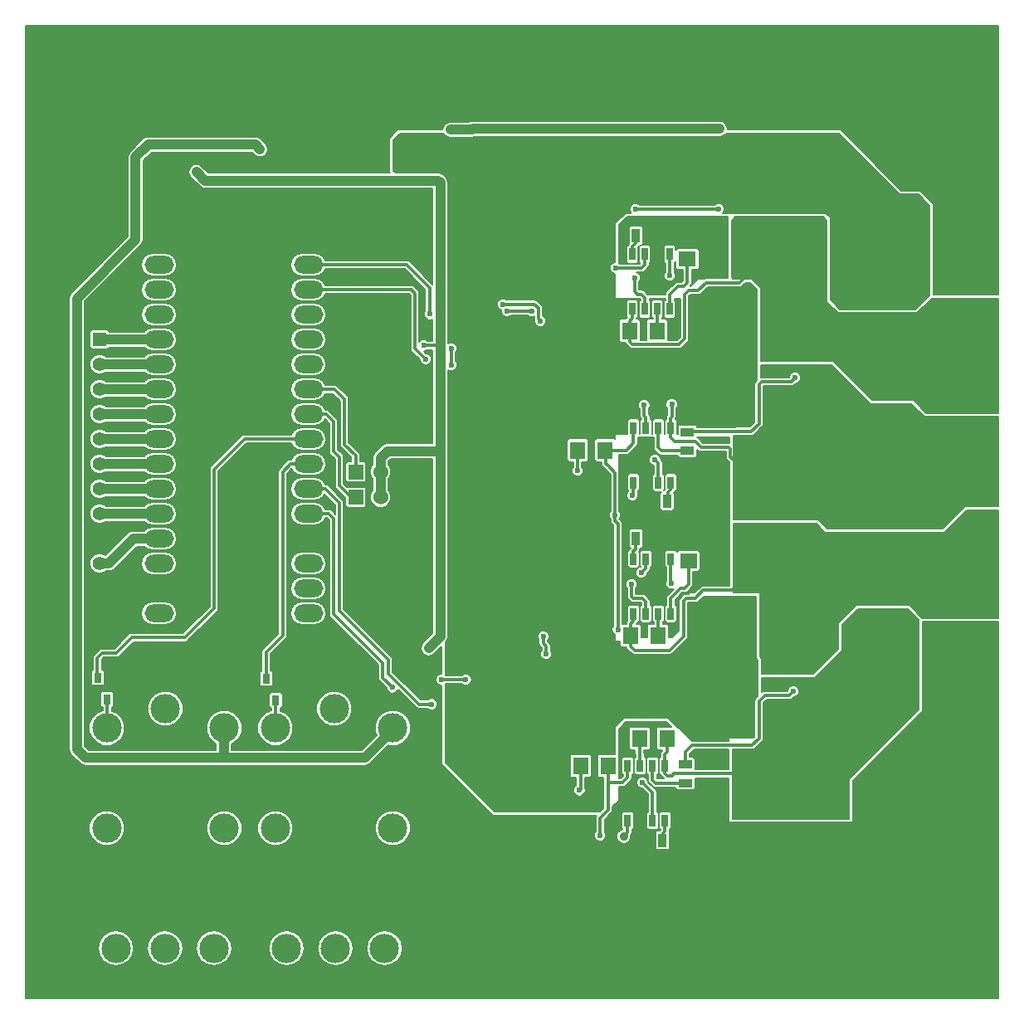
<source format=gbl>
G04 (created by PCBNEW (2013-07-07 BZR 4022)-stable) date 30/10/2014 17:58:33*
%MOIN*%
G04 Gerber Fmt 3.4, Leading zero omitted, Abs format*
%FSLAX34Y34*%
G01*
G70*
G90*
G04 APERTURE LIST*
%ADD10C,0.00590551*%
%ADD11R,0.025X0.05*%
%ADD12R,0.055X0.035*%
%ADD13R,0.035X0.055*%
%ADD14R,0.06X0.06*%
%ADD15C,0.06*%
%ADD16C,0.11811*%
%ADD17R,0.071X0.063*%
%ADD18R,0.063X0.071*%
%ADD19O,0.11811X0.0708661*%
%ADD20O,0.11811X0.11811*%
%ADD21R,0.0315X0.0394*%
%ADD22R,0.055X0.055*%
%ADD23C,0.055*%
%ADD24C,0.023622*%
%ADD25C,0.035*%
%ADD26C,0.011811*%
%ADD27C,0.0393701*%
%ADD28C,0.00787402*%
G04 APERTURE END LIST*
G54D10*
G54D11*
X58580Y-37600D03*
X59080Y-37600D03*
X59580Y-37600D03*
X60080Y-37600D03*
X60080Y-39800D03*
X59580Y-39800D03*
X59080Y-39800D03*
X58580Y-39800D03*
X60041Y-32832D03*
X59541Y-32832D03*
X59041Y-32832D03*
X58541Y-32832D03*
X58541Y-30632D03*
X59041Y-30632D03*
X59541Y-30632D03*
X60041Y-30632D03*
X60080Y-45076D03*
X59580Y-45076D03*
X59080Y-45076D03*
X58580Y-45076D03*
X58580Y-42876D03*
X59080Y-42876D03*
X59580Y-42876D03*
X60080Y-42876D03*
X58344Y-51183D03*
X58844Y-51183D03*
X59344Y-51183D03*
X59844Y-51183D03*
X59844Y-53383D03*
X59344Y-53383D03*
X58844Y-53383D03*
X58344Y-53383D03*
G54D12*
X60669Y-51871D03*
X60669Y-51121D03*
X60748Y-38524D03*
X60748Y-37774D03*
G54D13*
X58680Y-29881D03*
X59430Y-29881D03*
X59941Y-40551D03*
X59191Y-40551D03*
X59745Y-54173D03*
X58995Y-54173D03*
X58680Y-42047D03*
X59430Y-42047D03*
G54D14*
X47425Y-39370D03*
G54D15*
X48425Y-39370D03*
X49425Y-39370D03*
G54D14*
X47425Y-40393D03*
G54D15*
X48425Y-40393D03*
X49425Y-40393D03*
G54D16*
X39783Y-48877D03*
X42145Y-49665D03*
X42145Y-53681D03*
X37421Y-53681D03*
X37421Y-49665D03*
X46555Y-48877D03*
X48917Y-49665D03*
X48917Y-53681D03*
X44192Y-53681D03*
X44192Y-49665D03*
G54D17*
X60787Y-41851D03*
X60787Y-42951D03*
G54D18*
X56457Y-51181D03*
X57557Y-51181D03*
X58820Y-50078D03*
X59920Y-50078D03*
X59565Y-45944D03*
X58465Y-45944D03*
X59526Y-33700D03*
X58426Y-33700D03*
G54D17*
X60748Y-29725D03*
X60748Y-30825D03*
G54D18*
X56339Y-38503D03*
X57439Y-38503D03*
G54D19*
X45519Y-45055D03*
X45519Y-44055D03*
X45519Y-43055D03*
X45519Y-42055D03*
X45519Y-41055D03*
X45519Y-40055D03*
X45519Y-39055D03*
X45519Y-38055D03*
X45519Y-37055D03*
X45519Y-36055D03*
X45519Y-35055D03*
X45519Y-34055D03*
X45519Y-33055D03*
X45519Y-32055D03*
X45519Y-31055D03*
X39519Y-31055D03*
X39519Y-32055D03*
X39519Y-33055D03*
X39519Y-34055D03*
X39519Y-35055D03*
X39519Y-36055D03*
X39519Y-37055D03*
X39519Y-38055D03*
X39519Y-39055D03*
X39519Y-40055D03*
X39519Y-41055D03*
X39519Y-42055D03*
X39519Y-43055D03*
X39519Y-44055D03*
X39519Y-45055D03*
G54D16*
X72598Y-26023D03*
X72598Y-27603D03*
X68598Y-30023D03*
X68598Y-31603D03*
X72598Y-34023D03*
X72598Y-35603D03*
X68598Y-38023D03*
X68598Y-39603D03*
X72588Y-42023D03*
X72593Y-43603D03*
X68598Y-46023D03*
X68598Y-47603D03*
G54D20*
X44645Y-58503D03*
X46614Y-58503D03*
X48582Y-58503D03*
X37795Y-58503D03*
X39763Y-58503D03*
X41732Y-58503D03*
G54D21*
X44212Y-48543D03*
X44587Y-47677D03*
X43837Y-47677D03*
X37440Y-48503D03*
X37815Y-47637D03*
X37065Y-47637D03*
G54D22*
X37135Y-34045D03*
G54D23*
X37135Y-35045D03*
X37135Y-36045D03*
X37135Y-37045D03*
X37135Y-38045D03*
X37135Y-39045D03*
X37135Y-40045D03*
X37135Y-41045D03*
X37135Y-42045D03*
X37135Y-43045D03*
G54D24*
X64133Y-29842D03*
X64133Y-30275D03*
X64133Y-30629D03*
X64133Y-31023D03*
X64133Y-31417D03*
X63622Y-30039D03*
X63622Y-30433D03*
X63622Y-30826D03*
X63622Y-31220D03*
X63228Y-31220D03*
X63228Y-30826D03*
X63228Y-30433D03*
X63228Y-30039D03*
X62834Y-30039D03*
X62834Y-30433D03*
X62834Y-30826D03*
X62834Y-31220D03*
X60118Y-36653D03*
X64133Y-38897D03*
X64133Y-38503D03*
X64133Y-39291D03*
X64133Y-39685D03*
X64133Y-38110D03*
X63622Y-38307D03*
X63622Y-38700D03*
X63622Y-39094D03*
X63622Y-39488D03*
X63228Y-39488D03*
X63228Y-39094D03*
X63228Y-38700D03*
X63228Y-38307D03*
X62834Y-38307D03*
X62834Y-38700D03*
X62834Y-39094D03*
X62834Y-39488D03*
X50236Y-34842D03*
X51259Y-34409D03*
X51259Y-35078D03*
X50393Y-33031D03*
X63228Y-43425D03*
X64173Y-42834D03*
X64173Y-43622D03*
X64173Y-43228D03*
X64173Y-42440D03*
X64173Y-42047D03*
X63622Y-42204D03*
X63622Y-42637D03*
X63622Y-43031D03*
X63622Y-43425D03*
X63228Y-43031D03*
X63228Y-42637D03*
X63228Y-42244D03*
X62834Y-42244D03*
X62834Y-42637D03*
X62834Y-43031D03*
X62834Y-43425D03*
X62834Y-52992D03*
X66889Y-53031D03*
X67086Y-51614D03*
X69842Y-48976D03*
X69842Y-45433D03*
X69527Y-45039D03*
X67716Y-45078D03*
X67125Y-45590D03*
X67165Y-46653D03*
X65984Y-47795D03*
X63897Y-47834D03*
X65314Y-48543D03*
X64763Y-50590D03*
X64763Y-50944D03*
X64763Y-51299D03*
X64763Y-51653D03*
X64763Y-52086D03*
X64763Y-52519D03*
X64409Y-50275D03*
X64015Y-50275D03*
X62834Y-52086D03*
X63622Y-50472D03*
X65275Y-48897D03*
X65236Y-49370D03*
X65236Y-49921D03*
X64921Y-50157D03*
X64921Y-49645D03*
X64921Y-49133D03*
X64921Y-48700D03*
X64133Y-52283D03*
X64133Y-51889D03*
X64133Y-51496D03*
X64133Y-51062D03*
X64133Y-50708D03*
X63622Y-50905D03*
X63622Y-51299D03*
X63622Y-51692D03*
X63622Y-52086D03*
X63228Y-52086D03*
X63228Y-51692D03*
X63228Y-51299D03*
X63228Y-50905D03*
X62834Y-50905D03*
X62834Y-51299D03*
X62834Y-51692D03*
X50472Y-48700D03*
X48897Y-48031D03*
X50866Y-47716D03*
X51850Y-47716D03*
X43582Y-26417D03*
X62047Y-25590D03*
X62007Y-28818D03*
X58661Y-28818D03*
X51220Y-25629D03*
X57480Y-38503D03*
X57952Y-45708D03*
X57559Y-51141D03*
X60748Y-30826D03*
X57834Y-41102D03*
X60787Y-42952D03*
X57244Y-53976D03*
X50157Y-34291D03*
X50354Y-46456D03*
X41023Y-27322D03*
X56417Y-52165D03*
X59448Y-41574D03*
X59212Y-41102D03*
X59448Y-29881D03*
X60000Y-29803D03*
X60157Y-29173D03*
X60748Y-29173D03*
X60748Y-29724D03*
X56338Y-39330D03*
X61850Y-38110D03*
X61456Y-52716D03*
X61850Y-52716D03*
X61850Y-51771D03*
X61850Y-51220D03*
X61850Y-50748D03*
X60787Y-41299D03*
X60787Y-41850D03*
X61850Y-29409D03*
X61850Y-29881D03*
X61850Y-30354D03*
X61850Y-30866D03*
X61850Y-41102D03*
X61850Y-40551D03*
X61850Y-40039D03*
X61102Y-39133D03*
X61850Y-39133D03*
X61850Y-38661D03*
X61850Y-41692D03*
X61850Y-42086D03*
X61850Y-42598D03*
X61850Y-43070D03*
X59094Y-39212D03*
X58622Y-31574D03*
X60039Y-31496D03*
X59015Y-36692D03*
X57874Y-31181D03*
X53503Y-32913D03*
X54488Y-32913D03*
X54842Y-33307D03*
X59448Y-38897D03*
X53346Y-32637D03*
X65078Y-35590D03*
X58543Y-40314D03*
X58503Y-43897D03*
X60097Y-43858D03*
X58897Y-43425D03*
X54960Y-45984D03*
X55078Y-46692D03*
X58937Y-51850D03*
X65000Y-48188D03*
G54D25*
X58188Y-54015D03*
G54D24*
X63503Y-27165D03*
X63976Y-27165D03*
X62992Y-27165D03*
X62440Y-25944D03*
X66811Y-25905D03*
X69212Y-28307D03*
X70000Y-28346D03*
X70393Y-28740D03*
X70354Y-32204D03*
X69842Y-32716D03*
X66929Y-32716D03*
X66653Y-32401D03*
X66535Y-28976D03*
X62559Y-28661D03*
X49763Y-26929D03*
X50393Y-26456D03*
X50787Y-25944D03*
X50748Y-27244D03*
X49133Y-27244D03*
X49173Y-25984D03*
X63267Y-34133D03*
X61220Y-32401D03*
X61220Y-32874D03*
X61220Y-33346D03*
X61220Y-33779D03*
X61220Y-34291D03*
X61850Y-34291D03*
X62559Y-34173D03*
X63267Y-35393D03*
X62716Y-35393D03*
X62204Y-35275D03*
X61653Y-35275D03*
X61259Y-35629D03*
X61259Y-36062D03*
X61259Y-36496D03*
X61259Y-36929D03*
X61259Y-37362D03*
X57637Y-32755D03*
X57637Y-33346D03*
X57637Y-34724D03*
X57637Y-35984D03*
X57637Y-37598D03*
X55708Y-33188D03*
X55669Y-33661D03*
X55669Y-34291D03*
X55669Y-34881D03*
X55669Y-35472D03*
X55669Y-36102D03*
X55669Y-36692D03*
X55669Y-37362D03*
X55944Y-37677D03*
X56496Y-37677D03*
X56968Y-37677D03*
X57283Y-37362D03*
X57283Y-36968D03*
X57283Y-36614D03*
X57283Y-36220D03*
X57283Y-35826D03*
X57283Y-35433D03*
X57283Y-35000D03*
X57283Y-34606D03*
X57283Y-34212D03*
X57283Y-33779D03*
X57283Y-33307D03*
X56929Y-33149D03*
X56456Y-33149D03*
X63228Y-33582D03*
X63228Y-33188D03*
X63228Y-32795D03*
X63228Y-32401D03*
X62834Y-32401D03*
X62834Y-32795D03*
X62834Y-33188D03*
X62834Y-33582D03*
X62440Y-33582D03*
X62440Y-33188D03*
X62440Y-32795D03*
X62440Y-32401D03*
X61929Y-32204D03*
X61929Y-32559D03*
X61929Y-32992D03*
X61929Y-33385D03*
X61929Y-33779D03*
X61929Y-36102D03*
X61929Y-35748D03*
X61929Y-36535D03*
X61929Y-36929D03*
X61929Y-37322D03*
X62440Y-35944D03*
X62440Y-36338D03*
X62440Y-36732D03*
X62440Y-37125D03*
X62834Y-37125D03*
X62834Y-36732D03*
X62834Y-36338D03*
X62834Y-35944D03*
X63228Y-35944D03*
X63228Y-36338D03*
X63228Y-36732D03*
X63228Y-37125D03*
X61299Y-44921D03*
X61299Y-45354D03*
X61299Y-45787D03*
X61299Y-46181D03*
X61299Y-46574D03*
X61692Y-46889D03*
X62244Y-46889D03*
X62637Y-46732D03*
X63267Y-46732D03*
X63188Y-48031D03*
X62598Y-48031D03*
X62125Y-47874D03*
X61653Y-47874D03*
X61299Y-48070D03*
X61299Y-48543D03*
X61299Y-49015D03*
X61299Y-49488D03*
X61299Y-49960D03*
X57519Y-49527D03*
X57519Y-48818D03*
X57519Y-47952D03*
X57480Y-47007D03*
X55905Y-46535D03*
X55944Y-48070D03*
X55944Y-48661D03*
X55944Y-49960D03*
X56456Y-49881D03*
X56456Y-48818D03*
X56456Y-47795D03*
X56456Y-46850D03*
X57165Y-46535D03*
X57165Y-47480D03*
X57165Y-48385D03*
X57165Y-49212D03*
X57165Y-49881D03*
X61929Y-46377D03*
X61929Y-45984D03*
X61929Y-45590D03*
X61929Y-45196D03*
X61929Y-44803D03*
X62440Y-45000D03*
X62440Y-45393D03*
X62440Y-45787D03*
X62440Y-46181D03*
X62834Y-46181D03*
X62834Y-45787D03*
X62834Y-45393D03*
X62834Y-45000D03*
X63228Y-44960D03*
X63228Y-45393D03*
X63228Y-45787D03*
X63228Y-46181D03*
X61929Y-49960D03*
X61929Y-49488D03*
X61929Y-49094D03*
X61929Y-48740D03*
X61929Y-48346D03*
X62440Y-48543D03*
X62440Y-48937D03*
X62440Y-49330D03*
X62440Y-49724D03*
X62834Y-49724D03*
X62834Y-49330D03*
X62834Y-48937D03*
X62834Y-48543D03*
X63228Y-48543D03*
X63228Y-48937D03*
X63228Y-49330D03*
X63228Y-49724D03*
G54D26*
X45519Y-39055D02*
X44803Y-39055D01*
X43818Y-47677D02*
X43837Y-47677D01*
X43818Y-46614D02*
X43818Y-47677D01*
X44488Y-45944D02*
X43818Y-46614D01*
X44488Y-39370D02*
X44488Y-45944D01*
X44803Y-39055D02*
X44488Y-39370D01*
X45519Y-38055D02*
X42968Y-38055D01*
X37047Y-47637D02*
X37065Y-47637D01*
X37047Y-46850D02*
X37047Y-47637D01*
X37244Y-46653D02*
X37047Y-46850D01*
X37795Y-46653D02*
X37244Y-46653D01*
X38425Y-46023D02*
X37795Y-46653D01*
X40551Y-46023D02*
X38425Y-46023D01*
X41732Y-44842D02*
X40551Y-46023D01*
X41732Y-39291D02*
X41732Y-44842D01*
X42968Y-38055D02*
X41732Y-39291D01*
X64173Y-30590D02*
X64133Y-30275D01*
X64133Y-30629D02*
X64173Y-30590D01*
X64133Y-31417D02*
X64133Y-31023D01*
X63622Y-30433D02*
X63622Y-30039D01*
X63622Y-31220D02*
X63622Y-30826D01*
X63228Y-30826D02*
X63228Y-31220D01*
X63228Y-30039D02*
X63228Y-30433D01*
X62834Y-30433D02*
X62834Y-30039D01*
X62834Y-31220D02*
X62834Y-30826D01*
X58426Y-33700D02*
X58426Y-34135D01*
X62952Y-31653D02*
X62952Y-31062D01*
X62834Y-31771D02*
X62952Y-31653D01*
X61496Y-31771D02*
X62834Y-31771D01*
X61181Y-32086D02*
X61496Y-31771D01*
X60787Y-32086D02*
X61181Y-32086D01*
X60629Y-32244D02*
X60787Y-32086D01*
X60629Y-34015D02*
X60629Y-32244D01*
X60393Y-34251D02*
X60629Y-34015D01*
X58543Y-34251D02*
X60393Y-34251D01*
X58426Y-34135D02*
X58543Y-34251D01*
X58541Y-32832D02*
X58541Y-33190D01*
X58425Y-33700D02*
X58426Y-33700D01*
X58425Y-33307D02*
X58425Y-33700D01*
X58541Y-33190D02*
X58425Y-33307D01*
X60080Y-37600D02*
X60080Y-37202D01*
X60118Y-37165D02*
X60118Y-36653D01*
X60080Y-37202D02*
X60118Y-37165D01*
X64133Y-39291D02*
X64133Y-38503D01*
X64133Y-38110D02*
X64133Y-39685D01*
X63622Y-38700D02*
X63622Y-38307D01*
X63622Y-39488D02*
X63622Y-39094D01*
X63228Y-39094D02*
X63228Y-39488D01*
X63228Y-38307D02*
X63228Y-38700D01*
X62834Y-38700D02*
X62834Y-38307D01*
X62834Y-39488D02*
X62834Y-39094D01*
X60080Y-37600D02*
X60080Y-37994D01*
X62598Y-38897D02*
X63267Y-38897D01*
X62480Y-38779D02*
X62598Y-38897D01*
X62480Y-38464D02*
X62480Y-38779D01*
X62401Y-38385D02*
X62480Y-38464D01*
X61299Y-38385D02*
X62401Y-38385D01*
X61062Y-38149D02*
X61299Y-38385D01*
X60236Y-38149D02*
X61062Y-38149D01*
X60080Y-37994D02*
X60236Y-38149D01*
X45519Y-32055D02*
X49653Y-32055D01*
X49803Y-34409D02*
X50236Y-34842D01*
X49803Y-32204D02*
X49803Y-34409D01*
X49653Y-32055D02*
X49803Y-32204D01*
X51259Y-35078D02*
X51259Y-34409D01*
X45519Y-31055D02*
X49480Y-31055D01*
X50393Y-31968D02*
X50393Y-33031D01*
X49480Y-31055D02*
X50393Y-31968D01*
X58465Y-45944D02*
X58465Y-46379D01*
X62519Y-44133D02*
X63228Y-43425D01*
X61377Y-44133D02*
X62519Y-44133D01*
X61062Y-44448D02*
X61377Y-44133D01*
X60708Y-44448D02*
X61062Y-44448D01*
X60590Y-44566D02*
X60708Y-44448D01*
X60590Y-45984D02*
X60590Y-44566D01*
X60039Y-46535D02*
X60590Y-45984D01*
X58622Y-46535D02*
X60039Y-46535D01*
X58465Y-46379D02*
X58622Y-46535D01*
X64173Y-42834D02*
X64173Y-42874D01*
X58580Y-45076D02*
X58580Y-45356D01*
X58465Y-45471D02*
X58465Y-45944D01*
X58580Y-45356D02*
X58465Y-45471D01*
X64015Y-50275D02*
X63818Y-50275D01*
X66889Y-53031D02*
X67086Y-52834D01*
X67086Y-52834D02*
X67086Y-51614D01*
X69842Y-48976D02*
X69842Y-45433D01*
X69527Y-45039D02*
X69488Y-45078D01*
X69488Y-45078D02*
X67716Y-45078D01*
X67125Y-45590D02*
X67165Y-45629D01*
X67165Y-45629D02*
X67165Y-46653D01*
X65984Y-47795D02*
X65944Y-47834D01*
X65944Y-47834D02*
X63897Y-47834D01*
X65314Y-48543D02*
X65551Y-48779D01*
X65551Y-48779D02*
X65551Y-49803D01*
X65551Y-49803D02*
X64763Y-50590D01*
X64763Y-50944D02*
X64763Y-51299D01*
X64763Y-51653D02*
X64763Y-52086D01*
X64763Y-52519D02*
X65118Y-52165D01*
X65118Y-52165D02*
X65118Y-50708D01*
X65118Y-50708D02*
X64685Y-50275D01*
X64685Y-50275D02*
X64409Y-50275D01*
X62834Y-52086D02*
X62834Y-52992D01*
X63818Y-50275D02*
X63622Y-50472D01*
X59844Y-51183D02*
X59844Y-50706D01*
X59921Y-50118D02*
X59920Y-50078D01*
X59921Y-50629D02*
X59921Y-50118D01*
X59844Y-50706D02*
X59921Y-50629D01*
X59844Y-51183D02*
X59844Y-51498D01*
X60196Y-51496D02*
X63267Y-51496D01*
X60118Y-51574D02*
X60196Y-51496D01*
X59921Y-51574D02*
X60118Y-51574D01*
X59844Y-51498D02*
X59921Y-51574D01*
X65236Y-49921D02*
X65236Y-49370D01*
X64921Y-49645D02*
X64921Y-50157D01*
X64921Y-48700D02*
X64921Y-49133D01*
X45519Y-40055D02*
X46196Y-40055D01*
X49960Y-48700D02*
X50472Y-48700D01*
X48740Y-47480D02*
X49960Y-48700D01*
X48740Y-46929D02*
X48740Y-47480D01*
X46771Y-44960D02*
X48740Y-46929D01*
X46771Y-40629D02*
X46771Y-44960D01*
X46196Y-40055D02*
X46771Y-40629D01*
X45519Y-41055D02*
X46330Y-41055D01*
X48503Y-47637D02*
X48897Y-48031D01*
X48503Y-47047D02*
X48503Y-47637D01*
X46535Y-45078D02*
X48503Y-47047D01*
X46535Y-41259D02*
X46535Y-45078D01*
X46330Y-41055D02*
X46535Y-41259D01*
X51850Y-47716D02*
X50866Y-47716D01*
X47425Y-39370D02*
X47425Y-38724D01*
X45511Y-36062D02*
X45519Y-36055D01*
X46574Y-36062D02*
X45511Y-36062D01*
X46968Y-36456D02*
X46574Y-36062D01*
X46968Y-38267D02*
X46968Y-36456D01*
X47425Y-38724D02*
X46968Y-38267D01*
X46535Y-37598D02*
X46535Y-37362D01*
X47244Y-40393D02*
X46771Y-39921D01*
X46771Y-39921D02*
X46771Y-38779D01*
X46771Y-38779D02*
X46535Y-38543D01*
X46535Y-38543D02*
X46535Y-37598D01*
X47425Y-40393D02*
X47244Y-40393D01*
X45511Y-37047D02*
X45519Y-37055D01*
X46220Y-37047D02*
X45511Y-37047D01*
X46535Y-37362D02*
X46220Y-37047D01*
X45551Y-37047D02*
X45519Y-37055D01*
G54D27*
X39094Y-26220D02*
X38582Y-26732D01*
X38582Y-26732D02*
X38582Y-30039D01*
X38582Y-30039D02*
X36219Y-32402D01*
X36219Y-32402D02*
X36219Y-46662D01*
X36220Y-46614D02*
X36220Y-50511D01*
X36574Y-50866D02*
X42125Y-50866D01*
X36220Y-50511D02*
X36574Y-50866D01*
X43385Y-26220D02*
X39094Y-26220D01*
X43582Y-26417D02*
X43385Y-26220D01*
X42125Y-50866D02*
X42125Y-49685D01*
G54D26*
X42165Y-49645D02*
X42145Y-49665D01*
X42125Y-49685D02*
X42165Y-49645D01*
X48917Y-49665D02*
X48937Y-49724D01*
G54D27*
X47795Y-50866D02*
X48937Y-49724D01*
X42125Y-50866D02*
X47795Y-50866D01*
X52204Y-25590D02*
X62047Y-25590D01*
G54D26*
X62007Y-28818D02*
X58661Y-28818D01*
G54D27*
X52125Y-25590D02*
X52204Y-25590D01*
G54D26*
X52086Y-25629D02*
X52125Y-25590D01*
G54D27*
X51220Y-25629D02*
X52086Y-25629D01*
G54D26*
X57480Y-38503D02*
X57439Y-38503D01*
X57557Y-51181D02*
X57559Y-51141D01*
X57834Y-41338D02*
X57834Y-41102D01*
X57952Y-41456D02*
X57834Y-41338D01*
X57952Y-42755D02*
X57952Y-41456D01*
X57952Y-45708D02*
X57952Y-42755D01*
X60551Y-31929D02*
X60590Y-31929D01*
X60590Y-31929D02*
X60748Y-31771D01*
X60748Y-31771D02*
X60748Y-30826D01*
X60041Y-32832D02*
X60041Y-32242D01*
X60354Y-31929D02*
X60551Y-31929D01*
X60041Y-32242D02*
X60354Y-31929D01*
X57480Y-38543D02*
X57439Y-38503D01*
X57480Y-39055D02*
X57480Y-38543D01*
X57559Y-39133D02*
X57480Y-39055D01*
X57834Y-39409D02*
X57559Y-39133D01*
X57834Y-41102D02*
X57834Y-39409D01*
X60787Y-42952D02*
X60787Y-42951D01*
X58344Y-51183D02*
X58344Y-51655D01*
X57559Y-51850D02*
X57557Y-51850D01*
X58149Y-51850D02*
X57559Y-51850D01*
X58344Y-51655D02*
X58149Y-51850D01*
X57439Y-38503D02*
X58307Y-38503D01*
X58582Y-37598D02*
X58580Y-37600D01*
X58582Y-38228D02*
X58582Y-37598D01*
X58307Y-38503D02*
X58582Y-38228D01*
X57557Y-51181D02*
X57557Y-51850D01*
X57557Y-51850D02*
X57557Y-52953D01*
X57244Y-53267D02*
X57244Y-53976D01*
X57557Y-52953D02*
X57244Y-53267D01*
X60080Y-45076D02*
X60080Y-44446D01*
X60787Y-42992D02*
X60787Y-42951D01*
X60787Y-43897D02*
X60787Y-42992D01*
X60629Y-44055D02*
X60787Y-43897D01*
X60472Y-44055D02*
X60629Y-44055D01*
X60080Y-44446D02*
X60472Y-44055D01*
G54D27*
X37135Y-43045D02*
X37505Y-43045D01*
X38494Y-42055D02*
X39519Y-42055D01*
X37505Y-43045D02*
X38494Y-42055D01*
G54D26*
X48425Y-40393D02*
X48425Y-39370D01*
X50826Y-34291D02*
X50708Y-34291D01*
X50708Y-34291D02*
X50157Y-34291D01*
G54D27*
X50826Y-38582D02*
X50826Y-45984D01*
X50826Y-45984D02*
X50354Y-46456D01*
X50826Y-34173D02*
X50826Y-34291D01*
X50826Y-27755D02*
X50826Y-34173D01*
X50748Y-27677D02*
X50826Y-27755D01*
X41377Y-27677D02*
X50748Y-27677D01*
X41023Y-27322D02*
X41377Y-27677D01*
X50826Y-34291D02*
X50826Y-38582D01*
X48425Y-38818D02*
X48425Y-40393D01*
X48700Y-38543D02*
X48425Y-38818D01*
X50787Y-38543D02*
X48700Y-38543D01*
G54D26*
X50826Y-38582D02*
X50787Y-38543D01*
X56457Y-51181D02*
X56457Y-52124D01*
X56457Y-52124D02*
X56417Y-52165D01*
X59080Y-39800D02*
X59080Y-40104D01*
X59448Y-41574D02*
X59448Y-42047D01*
X59212Y-40236D02*
X59212Y-41102D01*
X59080Y-40104D02*
X59212Y-40236D01*
X59448Y-42047D02*
X59430Y-42047D01*
X60748Y-29725D02*
X60748Y-29724D01*
X59921Y-29881D02*
X59448Y-29881D01*
X60000Y-29803D02*
X59921Y-29881D01*
X60748Y-29173D02*
X60157Y-29173D01*
X56339Y-38503D02*
X56339Y-39329D01*
X56339Y-39329D02*
X56338Y-39330D01*
X59541Y-30632D02*
X59541Y-30368D01*
X59448Y-29921D02*
X59430Y-29881D01*
X59448Y-30275D02*
X59448Y-29921D01*
X59541Y-30368D02*
X59448Y-30275D01*
X61850Y-51771D02*
X61850Y-52716D01*
X61850Y-50748D02*
X61850Y-51220D01*
X60787Y-41851D02*
X60787Y-41850D01*
X61850Y-29881D02*
X61850Y-29409D01*
X61850Y-30866D02*
X61850Y-30354D01*
X61850Y-39133D02*
X61850Y-40039D01*
X61850Y-40551D02*
X61850Y-41102D01*
X61850Y-38661D02*
X61850Y-39133D01*
X61850Y-42086D02*
X61850Y-41692D01*
X61850Y-43070D02*
X61850Y-42598D01*
X59580Y-42876D02*
X59580Y-42494D01*
X59580Y-42494D02*
X59448Y-42362D01*
X59448Y-42362D02*
X59448Y-42047D01*
X59448Y-42047D02*
X59430Y-42047D01*
X59080Y-39800D02*
X59080Y-39226D01*
X59080Y-39226D02*
X59094Y-39212D01*
X58844Y-53383D02*
X58844Y-53687D01*
X58976Y-54173D02*
X58995Y-54173D01*
X58976Y-53818D02*
X58976Y-54173D01*
X58844Y-53687D02*
X58976Y-53818D01*
G54D27*
X39519Y-40055D02*
X37145Y-40055D01*
X37145Y-40055D02*
X37135Y-40045D01*
X39519Y-41055D02*
X37145Y-41055D01*
X37145Y-41055D02*
X37135Y-41045D01*
X39519Y-39055D02*
X37145Y-39055D01*
X37145Y-39055D02*
X37135Y-39045D01*
G54D26*
X37440Y-48503D02*
X37440Y-49645D01*
X37440Y-49645D02*
X37421Y-49665D01*
G54D27*
X39519Y-37055D02*
X37145Y-37055D01*
X37145Y-37055D02*
X37135Y-37045D01*
X39519Y-38055D02*
X37145Y-38055D01*
X37145Y-38055D02*
X37135Y-38045D01*
X39519Y-36055D02*
X37145Y-36055D01*
X37145Y-36055D02*
X37135Y-36045D01*
X39519Y-35055D02*
X37145Y-35055D01*
X37145Y-35055D02*
X37135Y-35045D01*
X39519Y-34055D02*
X37145Y-34055D01*
X37145Y-34055D02*
X37135Y-34045D01*
G54D26*
X44212Y-48543D02*
X44212Y-49606D01*
X44173Y-49645D02*
X44192Y-49665D01*
X44212Y-49606D02*
X44173Y-49645D01*
X59541Y-32832D02*
X59541Y-33647D01*
X59527Y-33661D02*
X59526Y-33700D01*
X59541Y-33647D02*
X59527Y-33661D01*
X59041Y-32832D02*
X59041Y-32387D01*
X58622Y-32125D02*
X58622Y-31574D01*
X58740Y-32244D02*
X58622Y-32125D01*
X58897Y-32244D02*
X58740Y-32244D01*
X59041Y-32387D02*
X58897Y-32244D01*
X60041Y-30632D02*
X60041Y-31494D01*
X60041Y-31494D02*
X60039Y-31496D01*
X60748Y-38524D02*
X59705Y-38524D01*
X59566Y-37559D02*
X59580Y-37600D01*
X59566Y-38385D02*
X59566Y-37559D01*
X59705Y-38524D02*
X59566Y-38385D01*
X59080Y-37600D02*
X59080Y-37190D01*
X59015Y-37125D02*
X59015Y-36692D01*
X59080Y-37190D02*
X59015Y-37125D01*
X59041Y-31037D02*
X59041Y-30632D01*
X58897Y-31181D02*
X57874Y-31181D01*
X59041Y-31037D02*
X58897Y-31181D01*
X54488Y-32913D02*
X53503Y-32913D01*
X54763Y-33228D02*
X54763Y-32795D01*
X54842Y-33307D02*
X54763Y-33228D01*
X59580Y-39800D02*
X59580Y-39029D01*
X59580Y-39029D02*
X59448Y-38897D01*
X54606Y-32637D02*
X53346Y-32637D01*
X54763Y-32795D02*
X54606Y-32637D01*
X60748Y-37716D02*
X60748Y-37774D01*
X60748Y-37755D02*
X60748Y-37716D01*
X63307Y-37755D02*
X60748Y-37755D01*
X63622Y-37440D02*
X63307Y-37755D01*
X63622Y-35866D02*
X63622Y-37440D01*
X63740Y-35748D02*
X63622Y-35866D01*
X64921Y-35748D02*
X63740Y-35748D01*
X65078Y-35590D02*
X64921Y-35748D01*
X58580Y-39800D02*
X58580Y-40277D01*
X58580Y-40277D02*
X58543Y-40314D01*
X60080Y-39800D02*
X60080Y-40076D01*
X59960Y-40590D02*
X59941Y-40551D01*
X59960Y-40196D02*
X59960Y-40590D01*
X60080Y-40076D02*
X59960Y-40196D01*
X58541Y-30632D02*
X58541Y-30316D01*
X58661Y-29881D02*
X58680Y-29881D01*
X58661Y-30196D02*
X58661Y-29881D01*
X58541Y-30316D02*
X58661Y-30196D01*
X59080Y-45076D02*
X59080Y-44592D01*
X58503Y-44370D02*
X58503Y-43897D01*
X58582Y-44448D02*
X58503Y-44370D01*
X58937Y-44448D02*
X58582Y-44448D01*
X59080Y-44592D02*
X58937Y-44448D01*
X59565Y-45944D02*
X59565Y-45512D01*
X59580Y-45498D02*
X59580Y-45076D01*
X59565Y-45512D02*
X59580Y-45498D01*
X60080Y-42876D02*
X60080Y-43841D01*
X60080Y-43841D02*
X60097Y-43858D01*
X60669Y-51871D02*
X59469Y-51871D01*
X59344Y-51746D02*
X59344Y-51183D01*
X59469Y-51871D02*
X59344Y-51746D01*
X58844Y-51183D02*
X58844Y-50722D01*
X58818Y-50118D02*
X58820Y-50078D01*
X58818Y-50696D02*
X58818Y-50118D01*
X58844Y-50722D02*
X58818Y-50696D01*
X59080Y-42876D02*
X59080Y-43242D01*
X59080Y-43242D02*
X58897Y-43425D01*
X59344Y-53383D02*
X59344Y-52257D01*
X54960Y-46259D02*
X54960Y-45984D01*
X55078Y-46377D02*
X54960Y-46259D01*
X55078Y-46692D02*
X55078Y-46377D01*
X59344Y-52257D02*
X58937Y-51850D01*
X60669Y-51121D02*
X60669Y-50629D01*
X60669Y-50629D02*
X60944Y-50354D01*
X60944Y-50354D02*
X63346Y-50354D01*
X63346Y-50354D02*
X63622Y-50078D01*
X63622Y-50078D02*
X63622Y-48582D01*
X63622Y-48582D02*
X63858Y-48346D01*
X63858Y-48346D02*
X64842Y-48346D01*
X64842Y-48346D02*
X65000Y-48188D01*
X58344Y-53383D02*
X58344Y-53860D01*
X58344Y-53860D02*
X58188Y-54015D01*
X59844Y-53383D02*
X59844Y-53816D01*
X59763Y-54133D02*
X59745Y-54173D01*
X59763Y-53897D02*
X59763Y-54133D01*
X59844Y-53816D02*
X59763Y-53897D01*
X58580Y-42876D02*
X58580Y-42561D01*
X58661Y-42086D02*
X58680Y-42047D01*
X58661Y-42480D02*
X58661Y-42086D01*
X58580Y-42561D02*
X58661Y-42480D01*
X62992Y-27165D02*
X63976Y-27165D01*
X66771Y-25944D02*
X62440Y-25944D01*
X66811Y-25905D02*
X66771Y-25944D01*
X69960Y-28307D02*
X69212Y-28307D01*
X70000Y-28346D02*
X69960Y-28307D01*
X70393Y-32165D02*
X70393Y-28740D01*
X70354Y-32204D02*
X70393Y-32165D01*
X66929Y-32716D02*
X69842Y-32716D01*
X66653Y-29094D02*
X66653Y-32401D01*
X66535Y-28976D02*
X66653Y-29094D01*
X62559Y-28110D02*
X62559Y-28661D01*
X63503Y-27165D02*
X62559Y-28110D01*
X49921Y-26929D02*
X49763Y-26929D01*
X50393Y-26456D02*
X49921Y-26929D01*
X50787Y-27204D02*
X50787Y-25944D01*
X50748Y-27244D02*
X50787Y-27204D01*
X49133Y-26023D02*
X49133Y-27244D01*
X49173Y-25984D02*
X49133Y-26023D01*
X61220Y-32401D02*
X61220Y-32874D01*
X61220Y-33346D02*
X61220Y-33779D01*
X61220Y-34291D02*
X61850Y-34291D01*
X62559Y-34173D02*
X62598Y-34133D01*
X63267Y-34133D02*
X62598Y-34133D01*
X61929Y-36535D02*
X61929Y-36692D01*
X62716Y-35393D02*
X63267Y-35393D01*
X61653Y-35275D02*
X62204Y-35275D01*
X61259Y-36062D02*
X61259Y-35629D01*
X61259Y-36929D02*
X61259Y-36496D01*
X61929Y-36692D02*
X61259Y-37362D01*
X57637Y-34724D02*
X57637Y-33346D01*
X57637Y-37598D02*
X57637Y-35984D01*
X55708Y-33188D02*
X55669Y-33228D01*
X55669Y-33228D02*
X55669Y-33661D01*
X55669Y-34291D02*
X55669Y-34881D01*
X55669Y-35472D02*
X55669Y-36102D01*
X55669Y-36692D02*
X55669Y-37362D01*
X55944Y-37677D02*
X56496Y-37677D01*
X56968Y-37677D02*
X57283Y-37362D01*
X57283Y-36968D02*
X57283Y-36614D01*
X57283Y-36220D02*
X57283Y-35826D01*
X57283Y-35433D02*
X57283Y-35000D01*
X57283Y-34606D02*
X57283Y-34212D01*
X57283Y-33779D02*
X57283Y-33307D01*
X56929Y-33149D02*
X56456Y-33149D01*
X63228Y-32795D02*
X63228Y-33188D01*
X62834Y-32401D02*
X63228Y-32401D01*
X62834Y-33188D02*
X62834Y-32795D01*
X62440Y-33582D02*
X62834Y-33582D01*
X62440Y-32795D02*
X62440Y-33188D01*
X62165Y-32401D02*
X62440Y-32401D01*
X61929Y-32204D02*
X62165Y-32401D01*
X61968Y-32952D02*
X61929Y-32559D01*
X61929Y-32992D02*
X61968Y-32952D01*
X61929Y-33779D02*
X61929Y-33385D01*
X61929Y-36535D02*
X61929Y-36535D01*
X61929Y-36535D02*
X61929Y-35748D01*
X61929Y-37322D02*
X61929Y-36929D01*
X62440Y-36338D02*
X62440Y-35944D01*
X62440Y-37125D02*
X62440Y-36732D01*
X62834Y-36732D02*
X62834Y-37125D01*
X62834Y-35944D02*
X62834Y-36338D01*
X63228Y-36338D02*
X63228Y-35944D01*
X63228Y-37125D02*
X63228Y-36732D01*
X61299Y-45787D02*
X61299Y-45354D01*
X61299Y-46574D02*
X61299Y-46181D01*
X62244Y-46889D02*
X61692Y-46889D01*
X63267Y-46732D02*
X62637Y-46732D01*
X62598Y-48031D02*
X63188Y-48031D01*
X61653Y-47874D02*
X62125Y-47874D01*
X61299Y-48543D02*
X61299Y-48070D01*
X61299Y-49488D02*
X61299Y-49015D01*
X60236Y-48897D02*
X61299Y-49960D01*
X58149Y-48897D02*
X60236Y-48897D01*
X57519Y-49527D02*
X58149Y-48897D01*
X57519Y-47952D02*
X57519Y-48818D01*
X56377Y-47007D02*
X57480Y-47007D01*
X55905Y-46535D02*
X56377Y-47007D01*
X55944Y-48661D02*
X55944Y-48070D01*
X56377Y-49960D02*
X55944Y-49960D01*
X56456Y-49881D02*
X56377Y-49960D01*
X56456Y-47795D02*
X56456Y-48818D01*
X56850Y-46850D02*
X56456Y-46850D01*
X57165Y-46535D02*
X56850Y-46850D01*
X57165Y-48385D02*
X57165Y-47480D01*
X57165Y-49881D02*
X57165Y-49212D01*
G54D10*
G36*
X70039Y-48920D02*
X67244Y-51715D01*
X67244Y-53307D01*
X62559Y-53307D01*
X62559Y-50531D01*
X63346Y-50531D01*
X63414Y-50518D01*
X63414Y-50518D01*
X63471Y-50479D01*
X63747Y-50204D01*
X63785Y-50146D01*
X63799Y-50078D01*
X63799Y-48656D01*
X63931Y-48523D01*
X64842Y-48523D01*
X64910Y-48510D01*
X64910Y-48510D01*
X64967Y-48471D01*
X65014Y-48425D01*
X65046Y-48425D01*
X65133Y-48389D01*
X65200Y-48322D01*
X65236Y-48236D01*
X65236Y-48142D01*
X65200Y-48055D01*
X65133Y-47988D01*
X65047Y-47952D01*
X64953Y-47952D01*
X64866Y-47988D01*
X64799Y-48054D01*
X64763Y-48141D01*
X64763Y-48169D01*
X63858Y-48169D01*
X63790Y-48182D01*
X63740Y-48216D01*
X63740Y-47637D01*
X65882Y-47637D01*
X66968Y-46551D01*
X66968Y-45528D01*
X67614Y-44881D01*
X69589Y-44881D01*
X70039Y-45331D01*
X70039Y-48920D01*
X70039Y-48920D01*
G37*
G54D28*
X70039Y-48920D02*
X67244Y-51715D01*
X67244Y-53307D01*
X62559Y-53307D01*
X62559Y-50531D01*
X63346Y-50531D01*
X63414Y-50518D01*
X63414Y-50518D01*
X63471Y-50479D01*
X63747Y-50204D01*
X63785Y-50146D01*
X63799Y-50078D01*
X63799Y-48656D01*
X63931Y-48523D01*
X64842Y-48523D01*
X64910Y-48510D01*
X64910Y-48510D01*
X64967Y-48471D01*
X65014Y-48425D01*
X65046Y-48425D01*
X65133Y-48389D01*
X65200Y-48322D01*
X65236Y-48236D01*
X65236Y-48142D01*
X65200Y-48055D01*
X65133Y-47988D01*
X65047Y-47952D01*
X64953Y-47952D01*
X64866Y-47988D01*
X64799Y-48054D01*
X64763Y-48141D01*
X64763Y-48169D01*
X63858Y-48169D01*
X63790Y-48182D01*
X63740Y-48216D01*
X63740Y-47637D01*
X65882Y-47637D01*
X66968Y-46551D01*
X66968Y-45528D01*
X67614Y-44881D01*
X69589Y-44881D01*
X70039Y-45331D01*
X70039Y-48920D01*
G54D10*
G36*
X70472Y-32267D02*
X69904Y-32834D01*
X66866Y-32834D01*
X66496Y-32464D01*
X66496Y-29156D01*
X66315Y-28976D01*
X62184Y-28976D01*
X62208Y-28952D01*
X62244Y-28866D01*
X62244Y-28772D01*
X62208Y-28685D01*
X62141Y-28618D01*
X62055Y-28582D01*
X61961Y-28582D01*
X61874Y-28618D01*
X61850Y-28641D01*
X58818Y-28641D01*
X58795Y-28618D01*
X58708Y-28582D01*
X58614Y-28582D01*
X58527Y-28618D01*
X58461Y-28684D01*
X58425Y-28771D01*
X58425Y-28865D01*
X58461Y-28952D01*
X58484Y-28976D01*
X58251Y-28976D01*
X57834Y-29393D01*
X57834Y-30944D01*
X57827Y-30944D01*
X57740Y-30980D01*
X57673Y-31047D01*
X57637Y-31133D01*
X57637Y-31227D01*
X57673Y-31314D01*
X57740Y-31381D01*
X57826Y-31417D01*
X57834Y-31417D01*
X57834Y-32401D01*
X58663Y-32401D01*
X58663Y-32401D01*
X58672Y-32407D01*
X58672Y-32407D01*
X58740Y-32421D01*
X58824Y-32421D01*
X58864Y-32461D01*
X58864Y-32476D01*
X58849Y-32482D01*
X58816Y-32515D01*
X58798Y-32558D01*
X58798Y-32605D01*
X58798Y-33105D01*
X58816Y-33149D01*
X58849Y-33182D01*
X58892Y-33200D01*
X58939Y-33200D01*
X59189Y-33200D01*
X59233Y-33182D01*
X59266Y-33149D01*
X59284Y-33105D01*
X59284Y-33058D01*
X59284Y-32558D01*
X59266Y-32515D01*
X59233Y-32482D01*
X59218Y-32476D01*
X59218Y-32401D01*
X59864Y-32401D01*
X59864Y-32476D01*
X59849Y-32482D01*
X59816Y-32515D01*
X59798Y-32558D01*
X59798Y-32605D01*
X59798Y-33105D01*
X59816Y-33149D01*
X59849Y-33182D01*
X59892Y-33200D01*
X59939Y-33200D01*
X60189Y-33200D01*
X60233Y-33182D01*
X60266Y-33149D01*
X60284Y-33105D01*
X60284Y-33058D01*
X60284Y-32558D01*
X60266Y-32515D01*
X60233Y-32482D01*
X60218Y-32476D01*
X60218Y-32401D01*
X60452Y-32401D01*
X60452Y-33942D01*
X60320Y-34074D01*
X59959Y-34074D01*
X59959Y-34032D01*
X59959Y-33322D01*
X59941Y-33278D01*
X59908Y-33245D01*
X59864Y-33227D01*
X59817Y-33227D01*
X59718Y-33227D01*
X59718Y-33188D01*
X59733Y-33182D01*
X59766Y-33149D01*
X59784Y-33105D01*
X59784Y-33058D01*
X59784Y-32558D01*
X59766Y-32515D01*
X59733Y-32482D01*
X59689Y-32464D01*
X59642Y-32464D01*
X59392Y-32464D01*
X59349Y-32482D01*
X59316Y-32515D01*
X59298Y-32558D01*
X59298Y-32605D01*
X59298Y-33105D01*
X59316Y-33149D01*
X59349Y-33182D01*
X59364Y-33188D01*
X59364Y-33227D01*
X59187Y-33227D01*
X59144Y-33245D01*
X59111Y-33278D01*
X59093Y-33322D01*
X59093Y-33369D01*
X59093Y-34074D01*
X58859Y-34074D01*
X58859Y-34032D01*
X58859Y-33322D01*
X58841Y-33278D01*
X58808Y-33245D01*
X58764Y-33227D01*
X58717Y-33227D01*
X58711Y-33227D01*
X58718Y-33190D01*
X58718Y-33188D01*
X58733Y-33182D01*
X58766Y-33149D01*
X58784Y-33105D01*
X58784Y-33058D01*
X58784Y-32558D01*
X58766Y-32515D01*
X58733Y-32482D01*
X58689Y-32464D01*
X58642Y-32464D01*
X58392Y-32464D01*
X58349Y-32482D01*
X58316Y-32515D01*
X58298Y-32558D01*
X58298Y-32605D01*
X58298Y-33105D01*
X58316Y-33149D01*
X58324Y-33157D01*
X58299Y-33181D01*
X58269Y-33227D01*
X58087Y-33227D01*
X58044Y-33245D01*
X58011Y-33278D01*
X57993Y-33322D01*
X57993Y-33369D01*
X57993Y-34079D01*
X58011Y-34122D01*
X58044Y-34155D01*
X58087Y-34173D01*
X58134Y-34173D01*
X58256Y-34173D01*
X58262Y-34202D01*
X58301Y-34260D01*
X58418Y-34377D01*
X58475Y-34415D01*
X58543Y-34429D01*
X60393Y-34429D01*
X60461Y-34415D01*
X60461Y-34415D01*
X60518Y-34377D01*
X60755Y-34141D01*
X60793Y-34083D01*
X60793Y-34083D01*
X60807Y-34015D01*
X60807Y-32317D01*
X60860Y-32263D01*
X61181Y-32263D01*
X61248Y-32250D01*
X61248Y-32250D01*
X61306Y-32211D01*
X61569Y-31948D01*
X62834Y-31948D01*
X62902Y-31935D01*
X62902Y-31935D01*
X62959Y-31896D01*
X63078Y-31778D01*
X63082Y-31771D01*
X63251Y-31771D01*
X63543Y-32063D01*
X63543Y-35694D01*
X63496Y-35740D01*
X63458Y-35798D01*
X63444Y-35866D01*
X63444Y-37367D01*
X63253Y-37559D01*
X62700Y-37559D01*
X62680Y-37578D01*
X61141Y-37578D01*
X61141Y-37576D01*
X61123Y-37532D01*
X61090Y-37499D01*
X61046Y-37481D01*
X60999Y-37481D01*
X60449Y-37481D01*
X60406Y-37499D01*
X60372Y-37532D01*
X60354Y-37576D01*
X60354Y-37622D01*
X60354Y-37834D01*
X60323Y-37834D01*
X60323Y-37827D01*
X60323Y-37327D01*
X60305Y-37283D01*
X60272Y-37250D01*
X60270Y-37249D01*
X60281Y-37233D01*
X60295Y-37165D01*
X60295Y-36810D01*
X60318Y-36787D01*
X60354Y-36700D01*
X60354Y-36606D01*
X60318Y-36519D01*
X60252Y-36453D01*
X60165Y-36417D01*
X60071Y-36417D01*
X59984Y-36453D01*
X59917Y-36519D01*
X59881Y-36606D01*
X59881Y-36700D01*
X59917Y-36787D01*
X59940Y-36810D01*
X59940Y-37099D01*
X59917Y-37134D01*
X59903Y-37202D01*
X59903Y-37244D01*
X59888Y-37250D01*
X59855Y-37283D01*
X59837Y-37327D01*
X59837Y-37374D01*
X59837Y-37834D01*
X59823Y-37834D01*
X59823Y-37827D01*
X59823Y-37327D01*
X59805Y-37283D01*
X59772Y-37250D01*
X59729Y-37232D01*
X59682Y-37232D01*
X59432Y-37232D01*
X59388Y-37250D01*
X59355Y-37283D01*
X59337Y-37327D01*
X59337Y-37374D01*
X59337Y-37834D01*
X59323Y-37834D01*
X59323Y-37827D01*
X59323Y-37327D01*
X59305Y-37283D01*
X59272Y-37250D01*
X59257Y-37244D01*
X59257Y-37190D01*
X59244Y-37123D01*
X59205Y-37065D01*
X59192Y-37052D01*
X59192Y-36849D01*
X59215Y-36826D01*
X59251Y-36740D01*
X59252Y-36646D01*
X59216Y-36559D01*
X59149Y-36492D01*
X59062Y-36456D01*
X58968Y-36456D01*
X58882Y-36492D01*
X58815Y-36558D01*
X58779Y-36645D01*
X58779Y-36739D01*
X58815Y-36826D01*
X58838Y-36849D01*
X58838Y-37125D01*
X58852Y-37193D01*
X58889Y-37250D01*
X58888Y-37250D01*
X58855Y-37283D01*
X58837Y-37327D01*
X58837Y-37374D01*
X58837Y-37834D01*
X58823Y-37834D01*
X58823Y-37827D01*
X58823Y-37327D01*
X58805Y-37283D01*
X58772Y-37250D01*
X58729Y-37232D01*
X58682Y-37232D01*
X58432Y-37232D01*
X58388Y-37250D01*
X58355Y-37283D01*
X58337Y-37327D01*
X58337Y-37374D01*
X58337Y-37834D01*
X57834Y-37834D01*
X57834Y-38061D01*
X57821Y-38048D01*
X57778Y-38030D01*
X57731Y-38030D01*
X57101Y-38030D01*
X57057Y-38048D01*
X57024Y-38081D01*
X57006Y-38125D01*
X57006Y-38172D01*
X57006Y-38882D01*
X57024Y-38925D01*
X57057Y-38959D01*
X57101Y-38977D01*
X57148Y-38977D01*
X57303Y-38977D01*
X57303Y-39055D01*
X57316Y-39122D01*
X57355Y-39180D01*
X57433Y-39259D01*
X57433Y-39259D01*
X57433Y-39259D01*
X57657Y-39482D01*
X57657Y-40945D01*
X57634Y-40968D01*
X57598Y-41055D01*
X57598Y-41149D01*
X57634Y-41235D01*
X57657Y-41259D01*
X57657Y-41338D01*
X57670Y-41406D01*
X57709Y-41463D01*
X57775Y-41530D01*
X57775Y-42755D01*
X57775Y-45551D01*
X57752Y-45574D01*
X57716Y-45661D01*
X57716Y-45755D01*
X57752Y-45842D01*
X57818Y-45908D01*
X57834Y-45915D01*
X57834Y-46181D01*
X58032Y-46181D01*
X58032Y-46323D01*
X58050Y-46366D01*
X58083Y-46399D01*
X58127Y-46417D01*
X58174Y-46418D01*
X58296Y-46418D01*
X58302Y-46446D01*
X58340Y-46504D01*
X58496Y-46660D01*
X58496Y-46660D01*
X58554Y-46699D01*
X58622Y-46712D01*
X58622Y-46712D01*
X60039Y-46712D01*
X60107Y-46699D01*
X60107Y-46699D01*
X60164Y-46660D01*
X60715Y-46109D01*
X60715Y-46109D01*
X60715Y-46109D01*
X60754Y-46052D01*
X60767Y-45984D01*
X60767Y-45984D01*
X60767Y-44640D01*
X60782Y-44625D01*
X61062Y-44625D01*
X61130Y-44612D01*
X61130Y-44612D01*
X61188Y-44574D01*
X61392Y-44370D01*
X63503Y-44370D01*
X63503Y-46866D01*
X63582Y-46945D01*
X63582Y-48371D01*
X63496Y-48457D01*
X63458Y-48514D01*
X63444Y-48582D01*
X63444Y-50005D01*
X63410Y-50039D01*
X62401Y-50039D01*
X62401Y-50177D01*
X60944Y-50177D01*
X60941Y-50177D01*
X59976Y-49251D01*
X58212Y-49251D01*
X57834Y-49629D01*
X57834Y-50707D01*
X57219Y-50707D01*
X57176Y-50725D01*
X57142Y-50759D01*
X57124Y-50802D01*
X57124Y-50849D01*
X57124Y-51559D01*
X57142Y-51602D01*
X57175Y-51636D01*
X57219Y-51654D01*
X57266Y-51654D01*
X57380Y-51654D01*
X57380Y-51850D01*
X57380Y-52880D01*
X57229Y-53031D01*
X56891Y-53031D01*
X56891Y-51512D01*
X56891Y-50802D01*
X56873Y-50759D01*
X56839Y-50726D01*
X56796Y-50708D01*
X56772Y-50707D01*
X56772Y-38835D01*
X56772Y-38125D01*
X56754Y-38082D01*
X56721Y-38048D01*
X56678Y-38030D01*
X56631Y-38030D01*
X56001Y-38030D01*
X55957Y-38048D01*
X55924Y-38081D01*
X55906Y-38125D01*
X55906Y-38172D01*
X55906Y-38882D01*
X55924Y-38925D01*
X55957Y-38959D01*
X56001Y-38977D01*
X56048Y-38977D01*
X56162Y-38977D01*
X56162Y-39172D01*
X56138Y-39196D01*
X56102Y-39283D01*
X56102Y-39377D01*
X56138Y-39464D01*
X56204Y-39530D01*
X56291Y-39566D01*
X56385Y-39566D01*
X56472Y-39531D01*
X56538Y-39464D01*
X56574Y-39377D01*
X56574Y-39283D01*
X56538Y-39197D01*
X56516Y-39175D01*
X56516Y-38977D01*
X56678Y-38977D01*
X56721Y-38959D01*
X56754Y-38925D01*
X56772Y-38882D01*
X56772Y-38835D01*
X56772Y-50707D01*
X56749Y-50707D01*
X56119Y-50707D01*
X56076Y-50725D01*
X56042Y-50759D01*
X56024Y-50802D01*
X56024Y-50849D01*
X56024Y-51559D01*
X56042Y-51602D01*
X56075Y-51636D01*
X56119Y-51654D01*
X56166Y-51654D01*
X56280Y-51654D01*
X56280Y-51967D01*
X56217Y-52031D01*
X56181Y-52118D01*
X56181Y-52212D01*
X56216Y-52298D01*
X56283Y-52365D01*
X56370Y-52401D01*
X56464Y-52401D01*
X56550Y-52365D01*
X56617Y-52299D01*
X56653Y-52212D01*
X56653Y-52118D01*
X56635Y-52073D01*
X56635Y-51654D01*
X56796Y-51654D01*
X56839Y-51636D01*
X56872Y-51603D01*
X56890Y-51559D01*
X56891Y-51512D01*
X56891Y-53031D01*
X55315Y-53031D01*
X55315Y-46646D01*
X55279Y-46559D01*
X55255Y-46536D01*
X55255Y-46377D01*
X55242Y-46310D01*
X55242Y-46310D01*
X55204Y-46252D01*
X55137Y-46186D01*
X55137Y-46141D01*
X55160Y-46118D01*
X55196Y-46031D01*
X55196Y-45937D01*
X55161Y-45850D01*
X55094Y-45784D01*
X55078Y-45777D01*
X55078Y-33260D01*
X55042Y-33173D01*
X54976Y-33106D01*
X54940Y-33092D01*
X54940Y-32795D01*
X54927Y-32727D01*
X54889Y-32670D01*
X54731Y-32512D01*
X54674Y-32474D01*
X54606Y-32460D01*
X53503Y-32460D01*
X53480Y-32437D01*
X53393Y-32401D01*
X53299Y-32401D01*
X53212Y-32437D01*
X53146Y-32503D01*
X53110Y-32590D01*
X53110Y-32684D01*
X53146Y-32771D01*
X53212Y-32837D01*
X53269Y-32861D01*
X53267Y-32866D01*
X53267Y-32960D01*
X53303Y-33047D01*
X53369Y-33113D01*
X53456Y-33149D01*
X53550Y-33149D01*
X53637Y-33113D01*
X53660Y-33090D01*
X54331Y-33090D01*
X54354Y-33113D01*
X54440Y-33149D01*
X54534Y-33149D01*
X54586Y-33128D01*
X54586Y-33228D01*
X54600Y-33296D01*
X54606Y-33305D01*
X54606Y-33305D01*
X54606Y-33353D01*
X54642Y-33440D01*
X54708Y-33507D01*
X54795Y-33543D01*
X54889Y-33543D01*
X54976Y-33507D01*
X55042Y-33441D01*
X55078Y-33354D01*
X55078Y-33260D01*
X55078Y-45777D01*
X55007Y-45748D01*
X54913Y-45747D01*
X54826Y-45783D01*
X54760Y-45850D01*
X54724Y-45937D01*
X54724Y-46031D01*
X54760Y-46117D01*
X54783Y-46141D01*
X54783Y-46259D01*
X54796Y-46327D01*
X54835Y-46385D01*
X54901Y-46451D01*
X54901Y-46535D01*
X54878Y-46558D01*
X54842Y-46645D01*
X54842Y-46739D01*
X54878Y-46826D01*
X54944Y-46893D01*
X55031Y-46929D01*
X55125Y-46929D01*
X55212Y-46893D01*
X55278Y-46826D01*
X55314Y-46740D01*
X55315Y-46646D01*
X55315Y-53031D01*
X53008Y-53031D01*
X51023Y-51046D01*
X51023Y-47893D01*
X51693Y-47893D01*
X51716Y-47916D01*
X51803Y-47952D01*
X51897Y-47952D01*
X51984Y-47916D01*
X52050Y-47850D01*
X52086Y-47763D01*
X52086Y-47669D01*
X52050Y-47582D01*
X51984Y-47516D01*
X51897Y-47480D01*
X51803Y-47480D01*
X51716Y-47516D01*
X51693Y-47539D01*
X51023Y-47539D01*
X51023Y-46232D01*
X51049Y-46206D01*
X51049Y-46206D01*
X51117Y-46104D01*
X51141Y-45984D01*
X51141Y-45984D01*
X51141Y-38582D01*
X51141Y-35285D01*
X51212Y-35314D01*
X51306Y-35315D01*
X51393Y-35279D01*
X51459Y-35212D01*
X51496Y-35125D01*
X51496Y-35031D01*
X51460Y-34945D01*
X51437Y-34921D01*
X51437Y-34566D01*
X51459Y-34543D01*
X51496Y-34456D01*
X51496Y-34362D01*
X51460Y-34275D01*
X51393Y-34209D01*
X51307Y-34173D01*
X51213Y-34173D01*
X51141Y-34202D01*
X51141Y-34173D01*
X51141Y-27755D01*
X51141Y-27755D01*
X51117Y-27635D01*
X51049Y-27533D01*
X51049Y-27533D01*
X50970Y-27454D01*
X50868Y-27386D01*
X50748Y-27362D01*
X49032Y-27362D01*
X48937Y-27267D01*
X48937Y-26039D01*
X49189Y-25787D01*
X50954Y-25787D01*
X50997Y-25852D01*
X51099Y-25920D01*
X51220Y-25944D01*
X52086Y-25944D01*
X52207Y-25920D01*
X52230Y-25905D01*
X62047Y-25905D01*
X62167Y-25881D01*
X62269Y-25813D01*
X62287Y-25787D01*
X66834Y-25787D01*
X69275Y-28228D01*
X70023Y-28228D01*
X70472Y-28677D01*
X70472Y-32267D01*
X70472Y-32267D01*
G37*
G54D28*
X70472Y-32267D02*
X69904Y-32834D01*
X66866Y-32834D01*
X66496Y-32464D01*
X66496Y-29156D01*
X66315Y-28976D01*
X62184Y-28976D01*
X62208Y-28952D01*
X62244Y-28866D01*
X62244Y-28772D01*
X62208Y-28685D01*
X62141Y-28618D01*
X62055Y-28582D01*
X61961Y-28582D01*
X61874Y-28618D01*
X61850Y-28641D01*
X58818Y-28641D01*
X58795Y-28618D01*
X58708Y-28582D01*
X58614Y-28582D01*
X58527Y-28618D01*
X58461Y-28684D01*
X58425Y-28771D01*
X58425Y-28865D01*
X58461Y-28952D01*
X58484Y-28976D01*
X58251Y-28976D01*
X57834Y-29393D01*
X57834Y-30944D01*
X57827Y-30944D01*
X57740Y-30980D01*
X57673Y-31047D01*
X57637Y-31133D01*
X57637Y-31227D01*
X57673Y-31314D01*
X57740Y-31381D01*
X57826Y-31417D01*
X57834Y-31417D01*
X57834Y-32401D01*
X58663Y-32401D01*
X58663Y-32401D01*
X58672Y-32407D01*
X58672Y-32407D01*
X58740Y-32421D01*
X58824Y-32421D01*
X58864Y-32461D01*
X58864Y-32476D01*
X58849Y-32482D01*
X58816Y-32515D01*
X58798Y-32558D01*
X58798Y-32605D01*
X58798Y-33105D01*
X58816Y-33149D01*
X58849Y-33182D01*
X58892Y-33200D01*
X58939Y-33200D01*
X59189Y-33200D01*
X59233Y-33182D01*
X59266Y-33149D01*
X59284Y-33105D01*
X59284Y-33058D01*
X59284Y-32558D01*
X59266Y-32515D01*
X59233Y-32482D01*
X59218Y-32476D01*
X59218Y-32401D01*
X59864Y-32401D01*
X59864Y-32476D01*
X59849Y-32482D01*
X59816Y-32515D01*
X59798Y-32558D01*
X59798Y-32605D01*
X59798Y-33105D01*
X59816Y-33149D01*
X59849Y-33182D01*
X59892Y-33200D01*
X59939Y-33200D01*
X60189Y-33200D01*
X60233Y-33182D01*
X60266Y-33149D01*
X60284Y-33105D01*
X60284Y-33058D01*
X60284Y-32558D01*
X60266Y-32515D01*
X60233Y-32482D01*
X60218Y-32476D01*
X60218Y-32401D01*
X60452Y-32401D01*
X60452Y-33942D01*
X60320Y-34074D01*
X59959Y-34074D01*
X59959Y-34032D01*
X59959Y-33322D01*
X59941Y-33278D01*
X59908Y-33245D01*
X59864Y-33227D01*
X59817Y-33227D01*
X59718Y-33227D01*
X59718Y-33188D01*
X59733Y-33182D01*
X59766Y-33149D01*
X59784Y-33105D01*
X59784Y-33058D01*
X59784Y-32558D01*
X59766Y-32515D01*
X59733Y-32482D01*
X59689Y-32464D01*
X59642Y-32464D01*
X59392Y-32464D01*
X59349Y-32482D01*
X59316Y-32515D01*
X59298Y-32558D01*
X59298Y-32605D01*
X59298Y-33105D01*
X59316Y-33149D01*
X59349Y-33182D01*
X59364Y-33188D01*
X59364Y-33227D01*
X59187Y-33227D01*
X59144Y-33245D01*
X59111Y-33278D01*
X59093Y-33322D01*
X59093Y-33369D01*
X59093Y-34074D01*
X58859Y-34074D01*
X58859Y-34032D01*
X58859Y-33322D01*
X58841Y-33278D01*
X58808Y-33245D01*
X58764Y-33227D01*
X58717Y-33227D01*
X58711Y-33227D01*
X58718Y-33190D01*
X58718Y-33188D01*
X58733Y-33182D01*
X58766Y-33149D01*
X58784Y-33105D01*
X58784Y-33058D01*
X58784Y-32558D01*
X58766Y-32515D01*
X58733Y-32482D01*
X58689Y-32464D01*
X58642Y-32464D01*
X58392Y-32464D01*
X58349Y-32482D01*
X58316Y-32515D01*
X58298Y-32558D01*
X58298Y-32605D01*
X58298Y-33105D01*
X58316Y-33149D01*
X58324Y-33157D01*
X58299Y-33181D01*
X58269Y-33227D01*
X58087Y-33227D01*
X58044Y-33245D01*
X58011Y-33278D01*
X57993Y-33322D01*
X57993Y-33369D01*
X57993Y-34079D01*
X58011Y-34122D01*
X58044Y-34155D01*
X58087Y-34173D01*
X58134Y-34173D01*
X58256Y-34173D01*
X58262Y-34202D01*
X58301Y-34260D01*
X58418Y-34377D01*
X58475Y-34415D01*
X58543Y-34429D01*
X60393Y-34429D01*
X60461Y-34415D01*
X60461Y-34415D01*
X60518Y-34377D01*
X60755Y-34141D01*
X60793Y-34083D01*
X60793Y-34083D01*
X60807Y-34015D01*
X60807Y-32317D01*
X60860Y-32263D01*
X61181Y-32263D01*
X61248Y-32250D01*
X61248Y-32250D01*
X61306Y-32211D01*
X61569Y-31948D01*
X62834Y-31948D01*
X62902Y-31935D01*
X62902Y-31935D01*
X62959Y-31896D01*
X63078Y-31778D01*
X63082Y-31771D01*
X63251Y-31771D01*
X63543Y-32063D01*
X63543Y-35694D01*
X63496Y-35740D01*
X63458Y-35798D01*
X63444Y-35866D01*
X63444Y-37367D01*
X63253Y-37559D01*
X62700Y-37559D01*
X62680Y-37578D01*
X61141Y-37578D01*
X61141Y-37576D01*
X61123Y-37532D01*
X61090Y-37499D01*
X61046Y-37481D01*
X60999Y-37481D01*
X60449Y-37481D01*
X60406Y-37499D01*
X60372Y-37532D01*
X60354Y-37576D01*
X60354Y-37622D01*
X60354Y-37834D01*
X60323Y-37834D01*
X60323Y-37827D01*
X60323Y-37327D01*
X60305Y-37283D01*
X60272Y-37250D01*
X60270Y-37249D01*
X60281Y-37233D01*
X60295Y-37165D01*
X60295Y-36810D01*
X60318Y-36787D01*
X60354Y-36700D01*
X60354Y-36606D01*
X60318Y-36519D01*
X60252Y-36453D01*
X60165Y-36417D01*
X60071Y-36417D01*
X59984Y-36453D01*
X59917Y-36519D01*
X59881Y-36606D01*
X59881Y-36700D01*
X59917Y-36787D01*
X59940Y-36810D01*
X59940Y-37099D01*
X59917Y-37134D01*
X59903Y-37202D01*
X59903Y-37244D01*
X59888Y-37250D01*
X59855Y-37283D01*
X59837Y-37327D01*
X59837Y-37374D01*
X59837Y-37834D01*
X59823Y-37834D01*
X59823Y-37827D01*
X59823Y-37327D01*
X59805Y-37283D01*
X59772Y-37250D01*
X59729Y-37232D01*
X59682Y-37232D01*
X59432Y-37232D01*
X59388Y-37250D01*
X59355Y-37283D01*
X59337Y-37327D01*
X59337Y-37374D01*
X59337Y-37834D01*
X59323Y-37834D01*
X59323Y-37827D01*
X59323Y-37327D01*
X59305Y-37283D01*
X59272Y-37250D01*
X59257Y-37244D01*
X59257Y-37190D01*
X59244Y-37123D01*
X59205Y-37065D01*
X59192Y-37052D01*
X59192Y-36849D01*
X59215Y-36826D01*
X59251Y-36740D01*
X59252Y-36646D01*
X59216Y-36559D01*
X59149Y-36492D01*
X59062Y-36456D01*
X58968Y-36456D01*
X58882Y-36492D01*
X58815Y-36558D01*
X58779Y-36645D01*
X58779Y-36739D01*
X58815Y-36826D01*
X58838Y-36849D01*
X58838Y-37125D01*
X58852Y-37193D01*
X58889Y-37250D01*
X58888Y-37250D01*
X58855Y-37283D01*
X58837Y-37327D01*
X58837Y-37374D01*
X58837Y-37834D01*
X58823Y-37834D01*
X58823Y-37827D01*
X58823Y-37327D01*
X58805Y-37283D01*
X58772Y-37250D01*
X58729Y-37232D01*
X58682Y-37232D01*
X58432Y-37232D01*
X58388Y-37250D01*
X58355Y-37283D01*
X58337Y-37327D01*
X58337Y-37374D01*
X58337Y-37834D01*
X57834Y-37834D01*
X57834Y-38061D01*
X57821Y-38048D01*
X57778Y-38030D01*
X57731Y-38030D01*
X57101Y-38030D01*
X57057Y-38048D01*
X57024Y-38081D01*
X57006Y-38125D01*
X57006Y-38172D01*
X57006Y-38882D01*
X57024Y-38925D01*
X57057Y-38959D01*
X57101Y-38977D01*
X57148Y-38977D01*
X57303Y-38977D01*
X57303Y-39055D01*
X57316Y-39122D01*
X57355Y-39180D01*
X57433Y-39259D01*
X57433Y-39259D01*
X57433Y-39259D01*
X57657Y-39482D01*
X57657Y-40945D01*
X57634Y-40968D01*
X57598Y-41055D01*
X57598Y-41149D01*
X57634Y-41235D01*
X57657Y-41259D01*
X57657Y-41338D01*
X57670Y-41406D01*
X57709Y-41463D01*
X57775Y-41530D01*
X57775Y-42755D01*
X57775Y-45551D01*
X57752Y-45574D01*
X57716Y-45661D01*
X57716Y-45755D01*
X57752Y-45842D01*
X57818Y-45908D01*
X57834Y-45915D01*
X57834Y-46181D01*
X58032Y-46181D01*
X58032Y-46323D01*
X58050Y-46366D01*
X58083Y-46399D01*
X58127Y-46417D01*
X58174Y-46418D01*
X58296Y-46418D01*
X58302Y-46446D01*
X58340Y-46504D01*
X58496Y-46660D01*
X58496Y-46660D01*
X58554Y-46699D01*
X58622Y-46712D01*
X58622Y-46712D01*
X60039Y-46712D01*
X60107Y-46699D01*
X60107Y-46699D01*
X60164Y-46660D01*
X60715Y-46109D01*
X60715Y-46109D01*
X60715Y-46109D01*
X60754Y-46052D01*
X60767Y-45984D01*
X60767Y-45984D01*
X60767Y-44640D01*
X60782Y-44625D01*
X61062Y-44625D01*
X61130Y-44612D01*
X61130Y-44612D01*
X61188Y-44574D01*
X61392Y-44370D01*
X63503Y-44370D01*
X63503Y-46866D01*
X63582Y-46945D01*
X63582Y-48371D01*
X63496Y-48457D01*
X63458Y-48514D01*
X63444Y-48582D01*
X63444Y-50005D01*
X63410Y-50039D01*
X62401Y-50039D01*
X62401Y-50177D01*
X60944Y-50177D01*
X60941Y-50177D01*
X59976Y-49251D01*
X58212Y-49251D01*
X57834Y-49629D01*
X57834Y-50707D01*
X57219Y-50707D01*
X57176Y-50725D01*
X57142Y-50759D01*
X57124Y-50802D01*
X57124Y-50849D01*
X57124Y-51559D01*
X57142Y-51602D01*
X57175Y-51636D01*
X57219Y-51654D01*
X57266Y-51654D01*
X57380Y-51654D01*
X57380Y-51850D01*
X57380Y-52880D01*
X57229Y-53031D01*
X56891Y-53031D01*
X56891Y-51512D01*
X56891Y-50802D01*
X56873Y-50759D01*
X56839Y-50726D01*
X56796Y-50708D01*
X56772Y-50707D01*
X56772Y-38835D01*
X56772Y-38125D01*
X56754Y-38082D01*
X56721Y-38048D01*
X56678Y-38030D01*
X56631Y-38030D01*
X56001Y-38030D01*
X55957Y-38048D01*
X55924Y-38081D01*
X55906Y-38125D01*
X55906Y-38172D01*
X55906Y-38882D01*
X55924Y-38925D01*
X55957Y-38959D01*
X56001Y-38977D01*
X56048Y-38977D01*
X56162Y-38977D01*
X56162Y-39172D01*
X56138Y-39196D01*
X56102Y-39283D01*
X56102Y-39377D01*
X56138Y-39464D01*
X56204Y-39530D01*
X56291Y-39566D01*
X56385Y-39566D01*
X56472Y-39531D01*
X56538Y-39464D01*
X56574Y-39377D01*
X56574Y-39283D01*
X56538Y-39197D01*
X56516Y-39175D01*
X56516Y-38977D01*
X56678Y-38977D01*
X56721Y-38959D01*
X56754Y-38925D01*
X56772Y-38882D01*
X56772Y-38835D01*
X56772Y-50707D01*
X56749Y-50707D01*
X56119Y-50707D01*
X56076Y-50725D01*
X56042Y-50759D01*
X56024Y-50802D01*
X56024Y-50849D01*
X56024Y-51559D01*
X56042Y-51602D01*
X56075Y-51636D01*
X56119Y-51654D01*
X56166Y-51654D01*
X56280Y-51654D01*
X56280Y-51967D01*
X56217Y-52031D01*
X56181Y-52118D01*
X56181Y-52212D01*
X56216Y-52298D01*
X56283Y-52365D01*
X56370Y-52401D01*
X56464Y-52401D01*
X56550Y-52365D01*
X56617Y-52299D01*
X56653Y-52212D01*
X56653Y-52118D01*
X56635Y-52073D01*
X56635Y-51654D01*
X56796Y-51654D01*
X56839Y-51636D01*
X56872Y-51603D01*
X56890Y-51559D01*
X56891Y-51512D01*
X56891Y-53031D01*
X55315Y-53031D01*
X55315Y-46646D01*
X55279Y-46559D01*
X55255Y-46536D01*
X55255Y-46377D01*
X55242Y-46310D01*
X55242Y-46310D01*
X55204Y-46252D01*
X55137Y-46186D01*
X55137Y-46141D01*
X55160Y-46118D01*
X55196Y-46031D01*
X55196Y-45937D01*
X55161Y-45850D01*
X55094Y-45784D01*
X55078Y-45777D01*
X55078Y-33260D01*
X55042Y-33173D01*
X54976Y-33106D01*
X54940Y-33092D01*
X54940Y-32795D01*
X54927Y-32727D01*
X54889Y-32670D01*
X54731Y-32512D01*
X54674Y-32474D01*
X54606Y-32460D01*
X53503Y-32460D01*
X53480Y-32437D01*
X53393Y-32401D01*
X53299Y-32401D01*
X53212Y-32437D01*
X53146Y-32503D01*
X53110Y-32590D01*
X53110Y-32684D01*
X53146Y-32771D01*
X53212Y-32837D01*
X53269Y-32861D01*
X53267Y-32866D01*
X53267Y-32960D01*
X53303Y-33047D01*
X53369Y-33113D01*
X53456Y-33149D01*
X53550Y-33149D01*
X53637Y-33113D01*
X53660Y-33090D01*
X54331Y-33090D01*
X54354Y-33113D01*
X54440Y-33149D01*
X54534Y-33149D01*
X54586Y-33128D01*
X54586Y-33228D01*
X54600Y-33296D01*
X54606Y-33305D01*
X54606Y-33305D01*
X54606Y-33353D01*
X54642Y-33440D01*
X54708Y-33507D01*
X54795Y-33543D01*
X54889Y-33543D01*
X54976Y-33507D01*
X55042Y-33441D01*
X55078Y-33354D01*
X55078Y-33260D01*
X55078Y-45777D01*
X55007Y-45748D01*
X54913Y-45747D01*
X54826Y-45783D01*
X54760Y-45850D01*
X54724Y-45937D01*
X54724Y-46031D01*
X54760Y-46117D01*
X54783Y-46141D01*
X54783Y-46259D01*
X54796Y-46327D01*
X54835Y-46385D01*
X54901Y-46451D01*
X54901Y-46535D01*
X54878Y-46558D01*
X54842Y-46645D01*
X54842Y-46739D01*
X54878Y-46826D01*
X54944Y-46893D01*
X55031Y-46929D01*
X55125Y-46929D01*
X55212Y-46893D01*
X55278Y-46826D01*
X55314Y-46740D01*
X55315Y-46646D01*
X55315Y-53031D01*
X53008Y-53031D01*
X51023Y-51046D01*
X51023Y-47893D01*
X51693Y-47893D01*
X51716Y-47916D01*
X51803Y-47952D01*
X51897Y-47952D01*
X51984Y-47916D01*
X52050Y-47850D01*
X52086Y-47763D01*
X52086Y-47669D01*
X52050Y-47582D01*
X51984Y-47516D01*
X51897Y-47480D01*
X51803Y-47480D01*
X51716Y-47516D01*
X51693Y-47539D01*
X51023Y-47539D01*
X51023Y-46232D01*
X51049Y-46206D01*
X51049Y-46206D01*
X51117Y-46104D01*
X51141Y-45984D01*
X51141Y-45984D01*
X51141Y-38582D01*
X51141Y-35285D01*
X51212Y-35314D01*
X51306Y-35315D01*
X51393Y-35279D01*
X51459Y-35212D01*
X51496Y-35125D01*
X51496Y-35031D01*
X51460Y-34945D01*
X51437Y-34921D01*
X51437Y-34566D01*
X51459Y-34543D01*
X51496Y-34456D01*
X51496Y-34362D01*
X51460Y-34275D01*
X51393Y-34209D01*
X51307Y-34173D01*
X51213Y-34173D01*
X51141Y-34202D01*
X51141Y-34173D01*
X51141Y-27755D01*
X51141Y-27755D01*
X51117Y-27635D01*
X51049Y-27533D01*
X51049Y-27533D01*
X50970Y-27454D01*
X50868Y-27386D01*
X50748Y-27362D01*
X49032Y-27362D01*
X48937Y-27267D01*
X48937Y-26039D01*
X49189Y-25787D01*
X50954Y-25787D01*
X50997Y-25852D01*
X51099Y-25920D01*
X51220Y-25944D01*
X52086Y-25944D01*
X52207Y-25920D01*
X52230Y-25905D01*
X62047Y-25905D01*
X62167Y-25881D01*
X62269Y-25813D01*
X62287Y-25787D01*
X66834Y-25787D01*
X69275Y-28228D01*
X70023Y-28228D01*
X70472Y-28677D01*
X70472Y-32267D01*
G54D10*
G36*
X73248Y-45236D02*
X70173Y-45236D01*
X69661Y-44724D01*
X67542Y-44724D01*
X66811Y-45456D01*
X66811Y-46479D01*
X65810Y-47480D01*
X63740Y-47480D01*
X63740Y-46873D01*
X63661Y-46794D01*
X63661Y-44212D01*
X62598Y-44212D01*
X62598Y-41456D01*
X65928Y-41456D01*
X66282Y-41811D01*
X71079Y-41811D01*
X71984Y-40905D01*
X73248Y-40905D01*
X73248Y-45236D01*
X73248Y-45236D01*
G37*
G54D28*
X73248Y-45236D02*
X70173Y-45236D01*
X69661Y-44724D01*
X67542Y-44724D01*
X66811Y-45456D01*
X66811Y-46479D01*
X65810Y-47480D01*
X63740Y-47480D01*
X63740Y-46873D01*
X63661Y-46794D01*
X63661Y-44212D01*
X62598Y-44212D01*
X62598Y-41456D01*
X65928Y-41456D01*
X66282Y-41811D01*
X71079Y-41811D01*
X71984Y-40905D01*
X73248Y-40905D01*
X73248Y-45236D01*
G54D10*
G36*
X73248Y-40748D02*
X71912Y-40748D01*
X71007Y-41653D01*
X66354Y-41653D01*
X66000Y-41299D01*
X62598Y-41299D01*
X62598Y-37933D01*
X63307Y-37933D01*
X63374Y-37919D01*
X63374Y-37919D01*
X63432Y-37881D01*
X63747Y-37566D01*
X63747Y-37566D01*
X63747Y-37566D01*
X63785Y-37508D01*
X63799Y-37440D01*
X63799Y-37440D01*
X63799Y-35939D01*
X63813Y-35925D01*
X64921Y-35925D01*
X64989Y-35911D01*
X64989Y-35911D01*
X65046Y-35873D01*
X65093Y-35826D01*
X65125Y-35826D01*
X65212Y-35790D01*
X65278Y-35724D01*
X65314Y-35637D01*
X65315Y-35543D01*
X65279Y-35456D01*
X65212Y-35390D01*
X65125Y-35354D01*
X65031Y-35354D01*
X64945Y-35390D01*
X64878Y-35456D01*
X64842Y-35543D01*
X64842Y-35570D01*
X63740Y-35570D01*
X63700Y-35578D01*
X63700Y-35078D01*
X66519Y-35078D01*
X68093Y-36653D01*
X69747Y-36653D01*
X70259Y-37165D01*
X73248Y-37165D01*
X73248Y-40748D01*
X73248Y-40748D01*
G37*
G54D28*
X73248Y-40748D02*
X71912Y-40748D01*
X71007Y-41653D01*
X66354Y-41653D01*
X66000Y-41299D01*
X62598Y-41299D01*
X62598Y-37933D01*
X63307Y-37933D01*
X63374Y-37919D01*
X63374Y-37919D01*
X63432Y-37881D01*
X63747Y-37566D01*
X63747Y-37566D01*
X63747Y-37566D01*
X63785Y-37508D01*
X63799Y-37440D01*
X63799Y-37440D01*
X63799Y-35939D01*
X63813Y-35925D01*
X64921Y-35925D01*
X64989Y-35911D01*
X64989Y-35911D01*
X65046Y-35873D01*
X65093Y-35826D01*
X65125Y-35826D01*
X65212Y-35790D01*
X65278Y-35724D01*
X65314Y-35637D01*
X65315Y-35543D01*
X65279Y-35456D01*
X65212Y-35390D01*
X65125Y-35354D01*
X65031Y-35354D01*
X64945Y-35390D01*
X64878Y-35456D01*
X64842Y-35543D01*
X64842Y-35570D01*
X63740Y-35570D01*
X63700Y-35578D01*
X63700Y-35078D01*
X66519Y-35078D01*
X68093Y-36653D01*
X69747Y-36653D01*
X70259Y-37165D01*
X73248Y-37165D01*
X73248Y-40748D01*
G54D10*
G36*
X73248Y-37007D02*
X70331Y-37007D01*
X69819Y-36496D01*
X68165Y-36496D01*
X66591Y-34921D01*
X63700Y-34921D01*
X63700Y-31991D01*
X63323Y-31614D01*
X62575Y-31614D01*
X62519Y-31558D01*
X62519Y-29268D01*
X62654Y-29133D01*
X66204Y-29133D01*
X66338Y-29268D01*
X66338Y-32535D01*
X66794Y-32992D01*
X69976Y-32992D01*
X70567Y-32401D01*
X73248Y-32401D01*
X73248Y-37007D01*
X73248Y-37007D01*
G37*
G54D28*
X73248Y-37007D02*
X70331Y-37007D01*
X69819Y-36496D01*
X68165Y-36496D01*
X66591Y-34921D01*
X63700Y-34921D01*
X63700Y-31991D01*
X63323Y-31614D01*
X62575Y-31614D01*
X62519Y-31558D01*
X62519Y-29268D01*
X62654Y-29133D01*
X66204Y-29133D01*
X66338Y-29268D01*
X66338Y-32535D01*
X66794Y-32992D01*
X69976Y-32992D01*
X70567Y-32401D01*
X73248Y-32401D01*
X73248Y-37007D01*
G54D10*
G36*
X62401Y-51318D02*
X61062Y-51318D01*
X61062Y-51272D01*
X61062Y-50922D01*
X61044Y-50879D01*
X61011Y-50845D01*
X60967Y-50827D01*
X60920Y-50827D01*
X60846Y-50827D01*
X60846Y-50703D01*
X61018Y-50531D01*
X62401Y-50531D01*
X62401Y-51318D01*
X62401Y-51318D01*
G37*
G54D28*
X62401Y-51318D02*
X61062Y-51318D01*
X61062Y-51272D01*
X61062Y-50922D01*
X61044Y-50879D01*
X61011Y-50845D01*
X60967Y-50827D01*
X60920Y-50827D01*
X60846Y-50827D01*
X60846Y-50703D01*
X61018Y-50531D01*
X62401Y-50531D01*
X62401Y-51318D01*
G54D10*
G36*
X73248Y-60531D02*
X60087Y-60531D01*
X60087Y-53610D01*
X60087Y-53110D01*
X60069Y-53066D01*
X60036Y-53033D01*
X59993Y-53015D01*
X59946Y-53015D01*
X59696Y-53015D01*
X59652Y-53033D01*
X59619Y-53066D01*
X59601Y-53109D01*
X59601Y-53156D01*
X59601Y-53656D01*
X59619Y-53700D01*
X59652Y-53733D01*
X59667Y-53739D01*
X59667Y-53743D01*
X59638Y-53772D01*
X59633Y-53780D01*
X59587Y-53780D01*
X59587Y-53610D01*
X59587Y-53110D01*
X59569Y-53066D01*
X59536Y-53033D01*
X59521Y-53027D01*
X59521Y-52257D01*
X59508Y-52190D01*
X59508Y-52190D01*
X59469Y-52132D01*
X59173Y-51836D01*
X59173Y-51803D01*
X59137Y-51716D01*
X59070Y-51650D01*
X58984Y-51614D01*
X58890Y-51614D01*
X58803Y-51650D01*
X58736Y-51716D01*
X58700Y-51803D01*
X58700Y-51897D01*
X58736Y-51984D01*
X58803Y-52050D01*
X58889Y-52086D01*
X58922Y-52086D01*
X59167Y-52331D01*
X59167Y-53027D01*
X59152Y-53033D01*
X59119Y-53066D01*
X59101Y-53109D01*
X59101Y-53156D01*
X59101Y-53656D01*
X59119Y-53700D01*
X59152Y-53733D01*
X59195Y-53751D01*
X59242Y-53751D01*
X59492Y-53751D01*
X59536Y-53733D01*
X59569Y-53700D01*
X59587Y-53657D01*
X59587Y-53610D01*
X59587Y-53780D01*
X59546Y-53780D01*
X59503Y-53798D01*
X59470Y-53831D01*
X59451Y-53874D01*
X59451Y-53921D01*
X59451Y-54471D01*
X59469Y-54515D01*
X59503Y-54548D01*
X59546Y-54566D01*
X59593Y-54566D01*
X59943Y-54566D01*
X59986Y-54548D01*
X60020Y-54515D01*
X60038Y-54471D01*
X60038Y-54424D01*
X60038Y-53874D01*
X60020Y-53831D01*
X60019Y-53830D01*
X60021Y-53816D01*
X60021Y-53816D01*
X60021Y-53739D01*
X60036Y-53733D01*
X60069Y-53700D01*
X60087Y-53657D01*
X60087Y-53610D01*
X60087Y-60531D01*
X58587Y-60531D01*
X58587Y-53610D01*
X58587Y-53110D01*
X58569Y-53066D01*
X58536Y-53033D01*
X58493Y-53015D01*
X58446Y-53015D01*
X58196Y-53015D01*
X58152Y-53033D01*
X58119Y-53066D01*
X58101Y-53109D01*
X58101Y-53156D01*
X58101Y-53656D01*
X58119Y-53700D01*
X58141Y-53722D01*
X58130Y-53722D01*
X58023Y-53767D01*
X57940Y-53849D01*
X57895Y-53957D01*
X57895Y-54073D01*
X57940Y-54181D01*
X58022Y-54264D01*
X58130Y-54308D01*
X58247Y-54308D01*
X58354Y-54264D01*
X58437Y-54181D01*
X58482Y-54074D01*
X58482Y-53967D01*
X58508Y-53928D01*
X58521Y-53860D01*
X58521Y-53739D01*
X58536Y-53733D01*
X58569Y-53700D01*
X58587Y-53657D01*
X58587Y-53610D01*
X58587Y-60531D01*
X50708Y-60531D01*
X50708Y-48654D01*
X50672Y-48567D01*
X50606Y-48500D01*
X50519Y-48464D01*
X50425Y-48464D01*
X50338Y-48500D01*
X50315Y-48523D01*
X50034Y-48523D01*
X48917Y-47406D01*
X48917Y-46929D01*
X48917Y-46929D01*
X48903Y-46861D01*
X48865Y-46803D01*
X48865Y-46803D01*
X47843Y-45781D01*
X47843Y-40670D01*
X47843Y-40070D01*
X47843Y-39646D01*
X47843Y-39046D01*
X47825Y-39003D01*
X47792Y-38970D01*
X47748Y-38951D01*
X47701Y-38951D01*
X47602Y-38951D01*
X47602Y-38724D01*
X47602Y-38724D01*
X47588Y-38656D01*
X47550Y-38599D01*
X47550Y-38599D01*
X47145Y-38194D01*
X47145Y-36456D01*
X47132Y-36388D01*
X47093Y-36331D01*
X46700Y-35937D01*
X46642Y-35899D01*
X46574Y-35885D01*
X46242Y-35885D01*
X46242Y-35055D01*
X46242Y-34055D01*
X46242Y-33055D01*
X46206Y-32874D01*
X46103Y-32721D01*
X45950Y-32618D01*
X45769Y-32582D01*
X45269Y-32582D01*
X45088Y-32618D01*
X44935Y-32721D01*
X44833Y-32874D01*
X44797Y-33055D01*
X44833Y-33235D01*
X44935Y-33389D01*
X45088Y-33491D01*
X45269Y-33527D01*
X45769Y-33527D01*
X45950Y-33491D01*
X46103Y-33389D01*
X46206Y-33235D01*
X46242Y-33055D01*
X46242Y-34055D01*
X46206Y-33874D01*
X46103Y-33721D01*
X45950Y-33618D01*
X45769Y-33582D01*
X45269Y-33582D01*
X45088Y-33618D01*
X44935Y-33721D01*
X44833Y-33874D01*
X44797Y-34055D01*
X44833Y-34235D01*
X44935Y-34389D01*
X45088Y-34491D01*
X45269Y-34527D01*
X45769Y-34527D01*
X45950Y-34491D01*
X46103Y-34389D01*
X46206Y-34235D01*
X46242Y-34055D01*
X46242Y-35055D01*
X46206Y-34874D01*
X46103Y-34721D01*
X45950Y-34618D01*
X45769Y-34582D01*
X45269Y-34582D01*
X45088Y-34618D01*
X44935Y-34721D01*
X44833Y-34874D01*
X44797Y-35055D01*
X44833Y-35235D01*
X44935Y-35389D01*
X45088Y-35491D01*
X45269Y-35527D01*
X45769Y-35527D01*
X45950Y-35491D01*
X46103Y-35389D01*
X46206Y-35235D01*
X46242Y-35055D01*
X46242Y-35885D01*
X46208Y-35885D01*
X46206Y-35874D01*
X46103Y-35721D01*
X45950Y-35618D01*
X45769Y-35582D01*
X45269Y-35582D01*
X45088Y-35618D01*
X44935Y-35721D01*
X44833Y-35874D01*
X44797Y-36055D01*
X44833Y-36235D01*
X44935Y-36389D01*
X45088Y-36491D01*
X45269Y-36527D01*
X45769Y-36527D01*
X45950Y-36491D01*
X46103Y-36389D01*
X46203Y-36240D01*
X46501Y-36240D01*
X46791Y-36530D01*
X46791Y-38267D01*
X46804Y-38335D01*
X46843Y-38392D01*
X47248Y-38797D01*
X47248Y-38951D01*
X47101Y-38951D01*
X47058Y-38969D01*
X47025Y-39003D01*
X47007Y-39046D01*
X47007Y-39093D01*
X47007Y-39693D01*
X47025Y-39736D01*
X47058Y-39770D01*
X47101Y-39788D01*
X47148Y-39788D01*
X47748Y-39788D01*
X47792Y-39770D01*
X47825Y-39737D01*
X47843Y-39693D01*
X47843Y-39646D01*
X47843Y-40070D01*
X47825Y-40026D01*
X47792Y-39993D01*
X47748Y-39975D01*
X47701Y-39975D01*
X47101Y-39975D01*
X47083Y-39982D01*
X46948Y-39847D01*
X46948Y-38779D01*
X46935Y-38711D01*
X46935Y-38711D01*
X46896Y-38654D01*
X46712Y-38469D01*
X46712Y-37598D01*
X46712Y-37362D01*
X46712Y-37362D01*
X46699Y-37294D01*
X46660Y-37236D01*
X46660Y-37236D01*
X46345Y-36921D01*
X46288Y-36883D01*
X46220Y-36870D01*
X46203Y-36870D01*
X46103Y-36721D01*
X45950Y-36618D01*
X45769Y-36582D01*
X45269Y-36582D01*
X45088Y-36618D01*
X44935Y-36721D01*
X44833Y-36874D01*
X44797Y-37055D01*
X44833Y-37235D01*
X44935Y-37389D01*
X45088Y-37491D01*
X45269Y-37527D01*
X45769Y-37527D01*
X45950Y-37491D01*
X46103Y-37389D01*
X46187Y-37264D01*
X46358Y-37435D01*
X46358Y-37598D01*
X46358Y-38543D01*
X46371Y-38611D01*
X46410Y-38668D01*
X46594Y-38852D01*
X46594Y-39921D01*
X46607Y-39989D01*
X46646Y-40046D01*
X47007Y-40407D01*
X47007Y-40717D01*
X47025Y-40760D01*
X47058Y-40793D01*
X47101Y-40811D01*
X47148Y-40811D01*
X47748Y-40811D01*
X47792Y-40793D01*
X47825Y-40760D01*
X47843Y-40717D01*
X47843Y-40670D01*
X47843Y-45781D01*
X46948Y-44887D01*
X46948Y-40629D01*
X46948Y-40629D01*
X46935Y-40562D01*
X46896Y-40504D01*
X46896Y-40504D01*
X46322Y-39929D01*
X46264Y-39891D01*
X46242Y-39886D01*
X46242Y-39055D01*
X46242Y-38055D01*
X46206Y-37874D01*
X46103Y-37721D01*
X45950Y-37618D01*
X45769Y-37582D01*
X45269Y-37582D01*
X45088Y-37618D01*
X44935Y-37721D01*
X44833Y-37874D01*
X44832Y-37877D01*
X42968Y-37877D01*
X42900Y-37891D01*
X42843Y-37929D01*
X41607Y-39166D01*
X41568Y-39223D01*
X41555Y-39291D01*
X41555Y-44769D01*
X40477Y-45846D01*
X40242Y-45846D01*
X40242Y-45055D01*
X40242Y-43055D01*
X40242Y-42055D01*
X40242Y-41055D01*
X40242Y-40055D01*
X40242Y-39055D01*
X40242Y-38055D01*
X40242Y-37055D01*
X40242Y-36055D01*
X40242Y-35055D01*
X40242Y-34055D01*
X40242Y-33055D01*
X40242Y-32055D01*
X40242Y-31055D01*
X40206Y-30874D01*
X40103Y-30721D01*
X39950Y-30618D01*
X39769Y-30582D01*
X39269Y-30582D01*
X39088Y-30618D01*
X38935Y-30721D01*
X38833Y-30874D01*
X38797Y-31055D01*
X38833Y-31235D01*
X38935Y-31389D01*
X39088Y-31491D01*
X39269Y-31527D01*
X39769Y-31527D01*
X39950Y-31491D01*
X40103Y-31389D01*
X40206Y-31235D01*
X40242Y-31055D01*
X40242Y-32055D01*
X40206Y-31874D01*
X40103Y-31721D01*
X39950Y-31618D01*
X39769Y-31582D01*
X39269Y-31582D01*
X39088Y-31618D01*
X38935Y-31721D01*
X38833Y-31874D01*
X38797Y-32055D01*
X38833Y-32235D01*
X38935Y-32389D01*
X39088Y-32491D01*
X39269Y-32527D01*
X39769Y-32527D01*
X39950Y-32491D01*
X40103Y-32389D01*
X40206Y-32235D01*
X40242Y-32055D01*
X40242Y-33055D01*
X40206Y-32874D01*
X40103Y-32721D01*
X39950Y-32618D01*
X39769Y-32582D01*
X39269Y-32582D01*
X39088Y-32618D01*
X38935Y-32721D01*
X38833Y-32874D01*
X38797Y-33055D01*
X38833Y-33235D01*
X38935Y-33389D01*
X39088Y-33491D01*
X39269Y-33527D01*
X39769Y-33527D01*
X39950Y-33491D01*
X40103Y-33389D01*
X40206Y-33235D01*
X40242Y-33055D01*
X40242Y-34055D01*
X40206Y-33874D01*
X40103Y-33721D01*
X39950Y-33618D01*
X39769Y-33582D01*
X39269Y-33582D01*
X39088Y-33618D01*
X38935Y-33721D01*
X38922Y-33740D01*
X37525Y-33740D01*
X37510Y-33703D01*
X37476Y-33669D01*
X37433Y-33651D01*
X37386Y-33651D01*
X36836Y-33651D01*
X36793Y-33669D01*
X36759Y-33703D01*
X36741Y-33746D01*
X36741Y-33793D01*
X36741Y-34343D01*
X36759Y-34386D01*
X36793Y-34420D01*
X36836Y-34438D01*
X36883Y-34438D01*
X37433Y-34438D01*
X37476Y-34420D01*
X37510Y-34386D01*
X37517Y-34370D01*
X38922Y-34370D01*
X38935Y-34389D01*
X39088Y-34491D01*
X39269Y-34527D01*
X39769Y-34527D01*
X39950Y-34491D01*
X40103Y-34389D01*
X40206Y-34235D01*
X40242Y-34055D01*
X40242Y-35055D01*
X40206Y-34874D01*
X40103Y-34721D01*
X39950Y-34618D01*
X39769Y-34582D01*
X39269Y-34582D01*
X39088Y-34618D01*
X38935Y-34721D01*
X38922Y-34740D01*
X37386Y-34740D01*
X37357Y-34711D01*
X37213Y-34651D01*
X37057Y-34651D01*
X36912Y-34711D01*
X36801Y-34822D01*
X36741Y-34966D01*
X36741Y-35122D01*
X36801Y-35267D01*
X36912Y-35378D01*
X37056Y-35438D01*
X37212Y-35438D01*
X37357Y-35378D01*
X37365Y-35370D01*
X38922Y-35370D01*
X38935Y-35389D01*
X39088Y-35491D01*
X39269Y-35527D01*
X39769Y-35527D01*
X39950Y-35491D01*
X40103Y-35389D01*
X40206Y-35235D01*
X40242Y-35055D01*
X40242Y-36055D01*
X40206Y-35874D01*
X40103Y-35721D01*
X39950Y-35618D01*
X39769Y-35582D01*
X39269Y-35582D01*
X39088Y-35618D01*
X38935Y-35721D01*
X38922Y-35740D01*
X37386Y-35740D01*
X37357Y-35711D01*
X37213Y-35651D01*
X37057Y-35651D01*
X36912Y-35711D01*
X36801Y-35822D01*
X36741Y-35966D01*
X36741Y-36122D01*
X36801Y-36267D01*
X36912Y-36378D01*
X37056Y-36438D01*
X37212Y-36438D01*
X37357Y-36378D01*
X37365Y-36370D01*
X38922Y-36370D01*
X38935Y-36389D01*
X39088Y-36491D01*
X39269Y-36527D01*
X39769Y-36527D01*
X39950Y-36491D01*
X40103Y-36389D01*
X40206Y-36235D01*
X40242Y-36055D01*
X40242Y-37055D01*
X40206Y-36874D01*
X40103Y-36721D01*
X39950Y-36618D01*
X39769Y-36582D01*
X39269Y-36582D01*
X39088Y-36618D01*
X38935Y-36721D01*
X38922Y-36740D01*
X37386Y-36740D01*
X37357Y-36711D01*
X37213Y-36651D01*
X37057Y-36651D01*
X36912Y-36711D01*
X36801Y-36822D01*
X36741Y-36966D01*
X36741Y-37122D01*
X36801Y-37267D01*
X36912Y-37378D01*
X37056Y-37438D01*
X37212Y-37438D01*
X37357Y-37378D01*
X37365Y-37370D01*
X38922Y-37370D01*
X38935Y-37389D01*
X39088Y-37491D01*
X39269Y-37527D01*
X39769Y-37527D01*
X39950Y-37491D01*
X40103Y-37389D01*
X40206Y-37235D01*
X40242Y-37055D01*
X40242Y-38055D01*
X40206Y-37874D01*
X40103Y-37721D01*
X39950Y-37618D01*
X39769Y-37582D01*
X39269Y-37582D01*
X39088Y-37618D01*
X38935Y-37721D01*
X38922Y-37740D01*
X37386Y-37740D01*
X37357Y-37711D01*
X37213Y-37651D01*
X37057Y-37651D01*
X36912Y-37711D01*
X36801Y-37822D01*
X36741Y-37966D01*
X36741Y-38122D01*
X36801Y-38267D01*
X36912Y-38378D01*
X37056Y-38438D01*
X37212Y-38438D01*
X37357Y-38378D01*
X37365Y-38370D01*
X38922Y-38370D01*
X38935Y-38389D01*
X39088Y-38491D01*
X39269Y-38527D01*
X39769Y-38527D01*
X39950Y-38491D01*
X40103Y-38389D01*
X40206Y-38235D01*
X40242Y-38055D01*
X40242Y-39055D01*
X40206Y-38874D01*
X40103Y-38721D01*
X39950Y-38618D01*
X39769Y-38582D01*
X39269Y-38582D01*
X39088Y-38618D01*
X38935Y-38721D01*
X38922Y-38740D01*
X37386Y-38740D01*
X37357Y-38711D01*
X37213Y-38651D01*
X37057Y-38651D01*
X36912Y-38711D01*
X36801Y-38822D01*
X36741Y-38966D01*
X36741Y-39122D01*
X36801Y-39267D01*
X36912Y-39378D01*
X37056Y-39438D01*
X37212Y-39438D01*
X37357Y-39378D01*
X37365Y-39370D01*
X38922Y-39370D01*
X38935Y-39389D01*
X39088Y-39491D01*
X39269Y-39527D01*
X39769Y-39527D01*
X39950Y-39491D01*
X40103Y-39389D01*
X40206Y-39235D01*
X40242Y-39055D01*
X40242Y-40055D01*
X40206Y-39874D01*
X40103Y-39721D01*
X39950Y-39618D01*
X39769Y-39582D01*
X39269Y-39582D01*
X39088Y-39618D01*
X38935Y-39721D01*
X38922Y-39740D01*
X37386Y-39740D01*
X37357Y-39711D01*
X37213Y-39651D01*
X37057Y-39651D01*
X36912Y-39711D01*
X36801Y-39822D01*
X36741Y-39966D01*
X36741Y-40122D01*
X36801Y-40267D01*
X36912Y-40378D01*
X37056Y-40438D01*
X37212Y-40438D01*
X37357Y-40378D01*
X37365Y-40370D01*
X38922Y-40370D01*
X38935Y-40389D01*
X39088Y-40491D01*
X39269Y-40527D01*
X39769Y-40527D01*
X39950Y-40491D01*
X40103Y-40389D01*
X40206Y-40235D01*
X40242Y-40055D01*
X40242Y-41055D01*
X40206Y-40874D01*
X40103Y-40721D01*
X39950Y-40618D01*
X39769Y-40582D01*
X39269Y-40582D01*
X39088Y-40618D01*
X38935Y-40721D01*
X38922Y-40740D01*
X37386Y-40740D01*
X37357Y-40711D01*
X37213Y-40651D01*
X37057Y-40651D01*
X36912Y-40711D01*
X36801Y-40822D01*
X36741Y-40966D01*
X36741Y-41122D01*
X36801Y-41267D01*
X36912Y-41378D01*
X37056Y-41438D01*
X37212Y-41438D01*
X37357Y-41378D01*
X37365Y-41370D01*
X38922Y-41370D01*
X38935Y-41389D01*
X39088Y-41491D01*
X39269Y-41527D01*
X39769Y-41527D01*
X39950Y-41491D01*
X40103Y-41389D01*
X40206Y-41235D01*
X40242Y-41055D01*
X40242Y-42055D01*
X40206Y-41874D01*
X40103Y-41721D01*
X39950Y-41618D01*
X39769Y-41582D01*
X39269Y-41582D01*
X39088Y-41618D01*
X38935Y-41721D01*
X38922Y-41740D01*
X38494Y-41740D01*
X38374Y-41764D01*
X38272Y-41832D01*
X37375Y-42729D01*
X37357Y-42711D01*
X37213Y-42651D01*
X37057Y-42651D01*
X36912Y-42711D01*
X36801Y-42822D01*
X36741Y-42966D01*
X36741Y-43122D01*
X36801Y-43267D01*
X36912Y-43378D01*
X37056Y-43438D01*
X37212Y-43438D01*
X37357Y-43378D01*
X37375Y-43359D01*
X37505Y-43359D01*
X37505Y-43359D01*
X37625Y-43335D01*
X37727Y-43267D01*
X38625Y-42370D01*
X38922Y-42370D01*
X38935Y-42389D01*
X39088Y-42491D01*
X39269Y-42527D01*
X39769Y-42527D01*
X39950Y-42491D01*
X40103Y-42389D01*
X40206Y-42235D01*
X40242Y-42055D01*
X40242Y-43055D01*
X40206Y-42874D01*
X40103Y-42721D01*
X39950Y-42618D01*
X39769Y-42582D01*
X39269Y-42582D01*
X39088Y-42618D01*
X38935Y-42721D01*
X38833Y-42874D01*
X38797Y-43055D01*
X38833Y-43235D01*
X38935Y-43389D01*
X39088Y-43491D01*
X39269Y-43527D01*
X39769Y-43527D01*
X39950Y-43491D01*
X40103Y-43389D01*
X40206Y-43235D01*
X40242Y-43055D01*
X40242Y-45055D01*
X40206Y-44874D01*
X40103Y-44721D01*
X39950Y-44618D01*
X39769Y-44582D01*
X39269Y-44582D01*
X39088Y-44618D01*
X38935Y-44721D01*
X38833Y-44874D01*
X38797Y-45055D01*
X38833Y-45235D01*
X38935Y-45389D01*
X39088Y-45491D01*
X39269Y-45527D01*
X39769Y-45527D01*
X39950Y-45491D01*
X40103Y-45389D01*
X40206Y-45235D01*
X40242Y-45055D01*
X40242Y-45846D01*
X38425Y-45846D01*
X38357Y-45859D01*
X38299Y-45898D01*
X37721Y-46476D01*
X37244Y-46476D01*
X37176Y-46489D01*
X37118Y-46528D01*
X37118Y-46528D01*
X37118Y-46528D01*
X36921Y-46725D01*
X36883Y-46782D01*
X36870Y-46850D01*
X36870Y-47328D01*
X36841Y-47340D01*
X36808Y-47373D01*
X36790Y-47417D01*
X36790Y-47464D01*
X36790Y-47858D01*
X36808Y-47901D01*
X36841Y-47934D01*
X36884Y-47952D01*
X36931Y-47952D01*
X37246Y-47952D01*
X37290Y-47935D01*
X37323Y-47901D01*
X37341Y-47858D01*
X37341Y-47811D01*
X37341Y-47417D01*
X37323Y-47374D01*
X37290Y-47340D01*
X37247Y-47322D01*
X37224Y-47322D01*
X37224Y-46923D01*
X37317Y-46830D01*
X37795Y-46830D01*
X37863Y-46817D01*
X37863Y-46817D01*
X37920Y-46778D01*
X38498Y-46200D01*
X40551Y-46200D01*
X40618Y-46187D01*
X40618Y-46187D01*
X40676Y-46148D01*
X41857Y-44967D01*
X41857Y-44967D01*
X41895Y-44910D01*
X41909Y-44842D01*
X41909Y-44842D01*
X41909Y-39364D01*
X43041Y-38232D01*
X44832Y-38232D01*
X44833Y-38235D01*
X44935Y-38389D01*
X45088Y-38491D01*
X45269Y-38527D01*
X45769Y-38527D01*
X45950Y-38491D01*
X46103Y-38389D01*
X46206Y-38235D01*
X46242Y-38055D01*
X46242Y-39055D01*
X46206Y-38874D01*
X46103Y-38721D01*
X45950Y-38618D01*
X45769Y-38582D01*
X45269Y-38582D01*
X45088Y-38618D01*
X44935Y-38721D01*
X44833Y-38874D01*
X44832Y-38877D01*
X44803Y-38877D01*
X44735Y-38891D01*
X44677Y-38929D01*
X44677Y-38929D01*
X44677Y-38929D01*
X44362Y-39244D01*
X44324Y-39302D01*
X44311Y-39370D01*
X44311Y-45871D01*
X43693Y-46488D01*
X43655Y-46546D01*
X43641Y-46614D01*
X43641Y-47368D01*
X43613Y-47380D01*
X43580Y-47413D01*
X43562Y-47456D01*
X43561Y-47503D01*
X43561Y-47897D01*
X43579Y-47941D01*
X43613Y-47974D01*
X43656Y-47992D01*
X43703Y-47992D01*
X44018Y-47992D01*
X44061Y-47974D01*
X44095Y-47941D01*
X44113Y-47897D01*
X44113Y-47850D01*
X44113Y-47456D01*
X44095Y-47413D01*
X44062Y-47380D01*
X44018Y-47362D01*
X43996Y-47362D01*
X43996Y-46687D01*
X44613Y-46070D01*
X44651Y-46012D01*
X44651Y-46012D01*
X44665Y-45944D01*
X44665Y-39443D01*
X44849Y-39259D01*
X44935Y-39389D01*
X45088Y-39491D01*
X45269Y-39527D01*
X45769Y-39527D01*
X45950Y-39491D01*
X46103Y-39389D01*
X46206Y-39235D01*
X46242Y-39055D01*
X46242Y-39886D01*
X46207Y-39880D01*
X46206Y-39874D01*
X46103Y-39721D01*
X45950Y-39618D01*
X45769Y-39582D01*
X45269Y-39582D01*
X45088Y-39618D01*
X44935Y-39721D01*
X44833Y-39874D01*
X44797Y-40055D01*
X44833Y-40235D01*
X44935Y-40389D01*
X45088Y-40491D01*
X45269Y-40527D01*
X45769Y-40527D01*
X45950Y-40491D01*
X46103Y-40389D01*
X46174Y-40283D01*
X46594Y-40703D01*
X46594Y-41068D01*
X46455Y-40929D01*
X46398Y-40891D01*
X46330Y-40877D01*
X46206Y-40877D01*
X46206Y-40874D01*
X46103Y-40721D01*
X45950Y-40618D01*
X45769Y-40582D01*
X45269Y-40582D01*
X45088Y-40618D01*
X44935Y-40721D01*
X44833Y-40874D01*
X44797Y-41055D01*
X44833Y-41235D01*
X44935Y-41389D01*
X45088Y-41491D01*
X45269Y-41527D01*
X45769Y-41527D01*
X45950Y-41491D01*
X46103Y-41389D01*
X46206Y-41235D01*
X46206Y-41232D01*
X46257Y-41232D01*
X46358Y-41333D01*
X46358Y-45078D01*
X46371Y-45146D01*
X46410Y-45204D01*
X48326Y-47120D01*
X48326Y-47637D01*
X48340Y-47705D01*
X48378Y-47763D01*
X48661Y-48045D01*
X48661Y-48078D01*
X48697Y-48165D01*
X48763Y-48231D01*
X48850Y-48267D01*
X48944Y-48267D01*
X49031Y-48231D01*
X49097Y-48165D01*
X49120Y-48111D01*
X49835Y-48826D01*
X49892Y-48864D01*
X49892Y-48864D01*
X49960Y-48877D01*
X50315Y-48877D01*
X50338Y-48900D01*
X50425Y-48936D01*
X50519Y-48937D01*
X50606Y-48901D01*
X50672Y-48834D01*
X50708Y-48747D01*
X50708Y-48654D01*
X50708Y-60531D01*
X49626Y-60531D01*
X49626Y-53540D01*
X49626Y-49525D01*
X49518Y-49264D01*
X49319Y-49064D01*
X49058Y-48956D01*
X48776Y-48956D01*
X48516Y-49064D01*
X48316Y-49263D01*
X48208Y-49523D01*
X48208Y-49805D01*
X48267Y-49948D01*
X47664Y-50551D01*
X47263Y-50551D01*
X47263Y-48737D01*
X47156Y-48477D01*
X46957Y-48277D01*
X46696Y-48169D01*
X46414Y-48169D01*
X46242Y-48240D01*
X46242Y-45055D01*
X46242Y-44055D01*
X46242Y-43055D01*
X46206Y-42874D01*
X46103Y-42721D01*
X45950Y-42618D01*
X45769Y-42582D01*
X45269Y-42582D01*
X45088Y-42618D01*
X44935Y-42721D01*
X44833Y-42874D01*
X44797Y-43055D01*
X44833Y-43235D01*
X44935Y-43389D01*
X45088Y-43491D01*
X45269Y-43527D01*
X45769Y-43527D01*
X45950Y-43491D01*
X46103Y-43389D01*
X46206Y-43235D01*
X46242Y-43055D01*
X46242Y-44055D01*
X46206Y-43874D01*
X46103Y-43721D01*
X45950Y-43618D01*
X45769Y-43582D01*
X45269Y-43582D01*
X45088Y-43618D01*
X44935Y-43721D01*
X44833Y-43874D01*
X44797Y-44055D01*
X44833Y-44235D01*
X44935Y-44389D01*
X45088Y-44491D01*
X45269Y-44527D01*
X45769Y-44527D01*
X45950Y-44491D01*
X46103Y-44389D01*
X46206Y-44235D01*
X46242Y-44055D01*
X46242Y-45055D01*
X46206Y-44874D01*
X46103Y-44721D01*
X45950Y-44618D01*
X45769Y-44582D01*
X45269Y-44582D01*
X45088Y-44618D01*
X44935Y-44721D01*
X44833Y-44874D01*
X44797Y-45055D01*
X44833Y-45235D01*
X44935Y-45389D01*
X45088Y-45491D01*
X45269Y-45527D01*
X45769Y-45527D01*
X45950Y-45491D01*
X46103Y-45389D01*
X46206Y-45235D01*
X46242Y-45055D01*
X46242Y-48240D01*
X46154Y-48276D01*
X45954Y-48476D01*
X45846Y-48736D01*
X45846Y-49018D01*
X45953Y-49278D01*
X46153Y-49478D01*
X46413Y-49586D01*
X46695Y-49586D01*
X46956Y-49479D01*
X47155Y-49279D01*
X47263Y-49019D01*
X47263Y-48737D01*
X47263Y-50551D01*
X44901Y-50551D01*
X44901Y-49525D01*
X44794Y-49264D01*
X44594Y-49064D01*
X44389Y-48979D01*
X44389Y-48858D01*
X44393Y-48858D01*
X44436Y-48840D01*
X44470Y-48807D01*
X44488Y-48763D01*
X44488Y-48716D01*
X44488Y-48322D01*
X44470Y-48279D01*
X44437Y-48246D01*
X44393Y-48228D01*
X44346Y-48228D01*
X44031Y-48228D01*
X43988Y-48246D01*
X43955Y-48279D01*
X43937Y-48322D01*
X43936Y-48369D01*
X43936Y-48763D01*
X43954Y-48807D01*
X43988Y-48840D01*
X44031Y-48858D01*
X44035Y-48858D01*
X44035Y-48963D01*
X43792Y-49064D01*
X43592Y-49263D01*
X43484Y-49523D01*
X43484Y-49805D01*
X43591Y-50066D01*
X43790Y-50265D01*
X44051Y-50373D01*
X44333Y-50374D01*
X44593Y-50266D01*
X44793Y-50067D01*
X44901Y-49806D01*
X44901Y-49525D01*
X44901Y-50551D01*
X42440Y-50551D01*
X42440Y-50310D01*
X42546Y-50266D01*
X42746Y-50067D01*
X42854Y-49806D01*
X42854Y-49525D01*
X42746Y-49264D01*
X42547Y-49064D01*
X42287Y-48956D01*
X42005Y-48956D01*
X41744Y-49064D01*
X41545Y-49263D01*
X41437Y-49523D01*
X41436Y-49805D01*
X41544Y-50066D01*
X41743Y-50265D01*
X41811Y-50293D01*
X41811Y-50551D01*
X40492Y-50551D01*
X40492Y-48737D01*
X40384Y-48477D01*
X40185Y-48277D01*
X39925Y-48169D01*
X39643Y-48169D01*
X39382Y-48276D01*
X39183Y-48476D01*
X39074Y-48736D01*
X39074Y-49018D01*
X39182Y-49278D01*
X39381Y-49478D01*
X39641Y-49586D01*
X39923Y-49586D01*
X40184Y-49479D01*
X40383Y-49279D01*
X40492Y-49019D01*
X40492Y-48737D01*
X40492Y-50551D01*
X38130Y-50551D01*
X38130Y-49525D01*
X38022Y-49264D01*
X37823Y-49064D01*
X37618Y-48979D01*
X37618Y-48818D01*
X37621Y-48818D01*
X37665Y-48801D01*
X37698Y-48767D01*
X37716Y-48724D01*
X37716Y-48677D01*
X37716Y-48283D01*
X37698Y-48240D01*
X37665Y-48206D01*
X37622Y-48188D01*
X37575Y-48188D01*
X37260Y-48188D01*
X37216Y-48206D01*
X37183Y-48239D01*
X37165Y-48283D01*
X37165Y-48330D01*
X37165Y-48724D01*
X37183Y-48767D01*
X37216Y-48800D01*
X37259Y-48818D01*
X37263Y-48818D01*
X37263Y-48963D01*
X37020Y-49064D01*
X36820Y-49263D01*
X36712Y-49523D01*
X36712Y-49805D01*
X36820Y-50066D01*
X37019Y-50265D01*
X37279Y-50373D01*
X37561Y-50374D01*
X37822Y-50266D01*
X38021Y-50067D01*
X38129Y-49806D01*
X38130Y-49525D01*
X38130Y-50551D01*
X36705Y-50551D01*
X36535Y-50381D01*
X36535Y-46614D01*
X36534Y-46610D01*
X36534Y-32532D01*
X38805Y-30262D01*
X38805Y-30262D01*
X38873Y-30159D01*
X38897Y-30039D01*
X38897Y-30039D01*
X38897Y-26862D01*
X39224Y-26535D01*
X43255Y-26535D01*
X43359Y-26640D01*
X43462Y-26708D01*
X43582Y-26732D01*
X43703Y-26708D01*
X43805Y-26640D01*
X43873Y-26537D01*
X43897Y-26417D01*
X43873Y-26296D01*
X43805Y-26194D01*
X43608Y-25997D01*
X43506Y-25929D01*
X43385Y-25905D01*
X39094Y-25905D01*
X38973Y-25929D01*
X38871Y-25997D01*
X38359Y-26509D01*
X38291Y-26611D01*
X38267Y-26732D01*
X38267Y-29908D01*
X35996Y-32179D01*
X35928Y-32281D01*
X35904Y-32402D01*
X35904Y-46662D01*
X35905Y-46666D01*
X35905Y-50511D01*
X35929Y-50632D01*
X35997Y-50734D01*
X36352Y-51088D01*
X36352Y-51088D01*
X36454Y-51157D01*
X36574Y-51181D01*
X42125Y-51181D01*
X47795Y-51181D01*
X47795Y-51181D01*
X47915Y-51157D01*
X48017Y-51088D01*
X48745Y-50361D01*
X48775Y-50373D01*
X49057Y-50374D01*
X49318Y-50266D01*
X49517Y-50067D01*
X49625Y-49806D01*
X49626Y-49525D01*
X49626Y-53540D01*
X49518Y-53280D01*
X49319Y-53080D01*
X49058Y-52972D01*
X48776Y-52972D01*
X48516Y-53079D01*
X48316Y-53279D01*
X48208Y-53539D01*
X48208Y-53821D01*
X48316Y-54082D01*
X48515Y-54281D01*
X48775Y-54389D01*
X49057Y-54389D01*
X49318Y-54282D01*
X49517Y-54083D01*
X49625Y-53822D01*
X49626Y-53540D01*
X49626Y-60531D01*
X49305Y-60531D01*
X49305Y-58503D01*
X49251Y-58232D01*
X49097Y-58002D01*
X48867Y-57849D01*
X48596Y-57795D01*
X48568Y-57795D01*
X48297Y-57849D01*
X48067Y-58002D01*
X47914Y-58232D01*
X47860Y-58503D01*
X47914Y-58775D01*
X48067Y-59005D01*
X48297Y-59158D01*
X48568Y-59212D01*
X48596Y-59212D01*
X48867Y-59158D01*
X49097Y-59005D01*
X49251Y-58775D01*
X49305Y-58503D01*
X49305Y-60531D01*
X47336Y-60531D01*
X47336Y-58503D01*
X47282Y-58232D01*
X47129Y-58002D01*
X46899Y-57849D01*
X46628Y-57795D01*
X46600Y-57795D01*
X46329Y-57849D01*
X46099Y-58002D01*
X45945Y-58232D01*
X45891Y-58503D01*
X45945Y-58775D01*
X46099Y-59005D01*
X46329Y-59158D01*
X46600Y-59212D01*
X46628Y-59212D01*
X46899Y-59158D01*
X47129Y-59005D01*
X47282Y-58775D01*
X47336Y-58503D01*
X47336Y-60531D01*
X45368Y-60531D01*
X45368Y-58503D01*
X45314Y-58232D01*
X45160Y-58002D01*
X44930Y-57849D01*
X44901Y-57843D01*
X44901Y-53540D01*
X44794Y-53280D01*
X44594Y-53080D01*
X44334Y-52972D01*
X44052Y-52972D01*
X43792Y-53079D01*
X43592Y-53279D01*
X43484Y-53539D01*
X43484Y-53821D01*
X43591Y-54082D01*
X43790Y-54281D01*
X44051Y-54389D01*
X44333Y-54389D01*
X44593Y-54282D01*
X44793Y-54083D01*
X44901Y-53822D01*
X44901Y-53540D01*
X44901Y-57843D01*
X44659Y-57795D01*
X44631Y-57795D01*
X44360Y-57849D01*
X44130Y-58002D01*
X43977Y-58232D01*
X43923Y-58503D01*
X43977Y-58775D01*
X44130Y-59005D01*
X44360Y-59158D01*
X44631Y-59212D01*
X44659Y-59212D01*
X44930Y-59158D01*
X45160Y-59005D01*
X45314Y-58775D01*
X45368Y-58503D01*
X45368Y-60531D01*
X42854Y-60531D01*
X42854Y-53540D01*
X42746Y-53280D01*
X42547Y-53080D01*
X42287Y-52972D01*
X42005Y-52972D01*
X41744Y-53079D01*
X41545Y-53279D01*
X41437Y-53539D01*
X41436Y-53821D01*
X41544Y-54082D01*
X41743Y-54281D01*
X42004Y-54389D01*
X42286Y-54389D01*
X42546Y-54282D01*
X42746Y-54083D01*
X42854Y-53822D01*
X42854Y-53540D01*
X42854Y-60531D01*
X42454Y-60531D01*
X42454Y-58503D01*
X42400Y-58232D01*
X42247Y-58002D01*
X42017Y-57849D01*
X41746Y-57795D01*
X41718Y-57795D01*
X41447Y-57849D01*
X41217Y-58002D01*
X41063Y-58232D01*
X41009Y-58503D01*
X41063Y-58775D01*
X41217Y-59005D01*
X41447Y-59158D01*
X41718Y-59212D01*
X41746Y-59212D01*
X42017Y-59158D01*
X42247Y-59005D01*
X42400Y-58775D01*
X42454Y-58503D01*
X42454Y-60531D01*
X40486Y-60531D01*
X40486Y-58503D01*
X40432Y-58232D01*
X40278Y-58002D01*
X40048Y-57849D01*
X39777Y-57795D01*
X39749Y-57795D01*
X39478Y-57849D01*
X39248Y-58002D01*
X39095Y-58232D01*
X39041Y-58503D01*
X39095Y-58775D01*
X39248Y-59005D01*
X39478Y-59158D01*
X39749Y-59212D01*
X39777Y-59212D01*
X40048Y-59158D01*
X40278Y-59005D01*
X40432Y-58775D01*
X40486Y-58503D01*
X40486Y-60531D01*
X38517Y-60531D01*
X38517Y-58503D01*
X38463Y-58232D01*
X38310Y-58002D01*
X38130Y-57882D01*
X38130Y-53540D01*
X38022Y-53280D01*
X37823Y-53080D01*
X37562Y-52972D01*
X37280Y-52972D01*
X37020Y-53079D01*
X36820Y-53279D01*
X36712Y-53539D01*
X36712Y-53821D01*
X36820Y-54082D01*
X37019Y-54281D01*
X37279Y-54389D01*
X37561Y-54389D01*
X37822Y-54282D01*
X38021Y-54083D01*
X38129Y-53822D01*
X38130Y-53540D01*
X38130Y-57882D01*
X38080Y-57849D01*
X37809Y-57795D01*
X37781Y-57795D01*
X37510Y-57849D01*
X37280Y-58002D01*
X37126Y-58232D01*
X37072Y-58503D01*
X37126Y-58775D01*
X37280Y-59005D01*
X37510Y-59158D01*
X37781Y-59212D01*
X37809Y-59212D01*
X38080Y-59158D01*
X38310Y-59005D01*
X38463Y-58775D01*
X38517Y-58503D01*
X38517Y-60531D01*
X34153Y-60531D01*
X34153Y-21437D01*
X73248Y-21437D01*
X73248Y-32244D01*
X70629Y-32244D01*
X70629Y-28740D01*
X70629Y-28693D01*
X70629Y-28693D01*
X70629Y-28605D01*
X70095Y-28070D01*
X69347Y-28070D01*
X66906Y-25629D01*
X62354Y-25629D01*
X62362Y-25590D01*
X62338Y-25470D01*
X62269Y-25367D01*
X62167Y-25299D01*
X62047Y-25275D01*
X52204Y-25275D01*
X52125Y-25275D01*
X52005Y-25299D01*
X51982Y-25314D01*
X51220Y-25314D01*
X51099Y-25338D01*
X50997Y-25407D01*
X50929Y-25509D01*
X50905Y-25629D01*
X49117Y-25629D01*
X48779Y-25967D01*
X48779Y-27339D01*
X48802Y-27362D01*
X41508Y-27362D01*
X41246Y-27100D01*
X41144Y-27031D01*
X41023Y-27007D01*
X40903Y-27031D01*
X40800Y-27100D01*
X40732Y-27202D01*
X40708Y-27322D01*
X40732Y-27443D01*
X40800Y-27545D01*
X41155Y-27899D01*
X41155Y-27899D01*
X41257Y-27968D01*
X41377Y-27992D01*
X50511Y-27992D01*
X50511Y-31836D01*
X49605Y-30929D01*
X49548Y-30891D01*
X49480Y-30877D01*
X46206Y-30877D01*
X46206Y-30874D01*
X46103Y-30721D01*
X45950Y-30618D01*
X45769Y-30582D01*
X45269Y-30582D01*
X45088Y-30618D01*
X44935Y-30721D01*
X44833Y-30874D01*
X44797Y-31055D01*
X44833Y-31235D01*
X44935Y-31389D01*
X45088Y-31491D01*
X45269Y-31527D01*
X45769Y-31527D01*
X45950Y-31491D01*
X46103Y-31389D01*
X46206Y-31235D01*
X46206Y-31232D01*
X49406Y-31232D01*
X50216Y-32041D01*
X50216Y-32874D01*
X50193Y-32897D01*
X50157Y-32984D01*
X50157Y-33078D01*
X50193Y-33165D01*
X50259Y-33231D01*
X50346Y-33267D01*
X50440Y-33267D01*
X50511Y-33238D01*
X50511Y-34114D01*
X50314Y-34114D01*
X50291Y-34091D01*
X50204Y-34055D01*
X50110Y-34055D01*
X50023Y-34090D01*
X49980Y-34134D01*
X49980Y-32204D01*
X49966Y-32136D01*
X49966Y-32136D01*
X49928Y-32079D01*
X49778Y-31929D01*
X49721Y-31891D01*
X49653Y-31877D01*
X46206Y-31877D01*
X46206Y-31874D01*
X46103Y-31721D01*
X45950Y-31618D01*
X45769Y-31582D01*
X45269Y-31582D01*
X45088Y-31618D01*
X44935Y-31721D01*
X44833Y-31874D01*
X44797Y-32055D01*
X44833Y-32235D01*
X44935Y-32389D01*
X45088Y-32491D01*
X45269Y-32527D01*
X45769Y-32527D01*
X45950Y-32491D01*
X46103Y-32389D01*
X46206Y-32235D01*
X46206Y-32232D01*
X49580Y-32232D01*
X49625Y-32278D01*
X49625Y-34409D01*
X49639Y-34477D01*
X49677Y-34534D01*
X49999Y-34856D01*
X49999Y-34889D01*
X50035Y-34976D01*
X50102Y-35042D01*
X50189Y-35078D01*
X50283Y-35078D01*
X50369Y-35042D01*
X50436Y-34976D01*
X50472Y-34889D01*
X50472Y-34795D01*
X50436Y-34708D01*
X50370Y-34642D01*
X50283Y-34606D01*
X50250Y-34606D01*
X50171Y-34527D01*
X50204Y-34527D01*
X50291Y-34491D01*
X50314Y-34468D01*
X50511Y-34468D01*
X50511Y-38228D01*
X48700Y-38228D01*
X48580Y-38252D01*
X48478Y-38320D01*
X48202Y-38596D01*
X48134Y-38698D01*
X48110Y-38818D01*
X48110Y-39093D01*
X48070Y-39132D01*
X48007Y-39286D01*
X48007Y-39452D01*
X48070Y-39606D01*
X48110Y-39646D01*
X48110Y-40117D01*
X48070Y-40156D01*
X48007Y-40310D01*
X48007Y-40476D01*
X48070Y-40630D01*
X48188Y-40747D01*
X48341Y-40811D01*
X48507Y-40811D01*
X48661Y-40748D01*
X48779Y-40630D01*
X48843Y-40477D01*
X48843Y-40310D01*
X48779Y-40157D01*
X48740Y-40117D01*
X48740Y-39646D01*
X48779Y-39607D01*
X48843Y-39453D01*
X48843Y-39287D01*
X48779Y-39133D01*
X48740Y-39093D01*
X48740Y-38949D01*
X48831Y-38858D01*
X50511Y-38858D01*
X50511Y-45853D01*
X50131Y-46233D01*
X50063Y-46336D01*
X50039Y-46456D01*
X50063Y-46577D01*
X50131Y-46679D01*
X50233Y-46747D01*
X50354Y-46771D01*
X50474Y-46747D01*
X50577Y-46679D01*
X50866Y-46390D01*
X50866Y-47480D01*
X50819Y-47480D01*
X50732Y-47516D01*
X50666Y-47582D01*
X50629Y-47669D01*
X50629Y-47763D01*
X50665Y-47850D01*
X50732Y-47916D01*
X50818Y-47952D01*
X50866Y-47952D01*
X50866Y-51118D01*
X52936Y-53188D01*
X57087Y-53188D01*
X57080Y-53199D01*
X57066Y-53267D01*
X57066Y-53819D01*
X57043Y-53842D01*
X57007Y-53929D01*
X57007Y-54023D01*
X57043Y-54110D01*
X57110Y-54176D01*
X57196Y-54212D01*
X57290Y-54212D01*
X57377Y-54176D01*
X57444Y-54110D01*
X57480Y-54023D01*
X57480Y-53929D01*
X57444Y-53842D01*
X57421Y-53819D01*
X57421Y-53341D01*
X57683Y-53079D01*
X57721Y-53021D01*
X57735Y-52953D01*
X57735Y-52832D01*
X57992Y-52575D01*
X57992Y-52027D01*
X58149Y-52027D01*
X58217Y-52014D01*
X58217Y-52014D01*
X58274Y-51975D01*
X58469Y-51780D01*
X58469Y-51780D01*
X58508Y-51723D01*
X58521Y-51655D01*
X58521Y-51655D01*
X58521Y-51539D01*
X58536Y-51533D01*
X58569Y-51500D01*
X58587Y-51457D01*
X58587Y-51410D01*
X58587Y-50910D01*
X58569Y-50866D01*
X58536Y-50833D01*
X58493Y-50815D01*
X58446Y-50815D01*
X58196Y-50815D01*
X58152Y-50833D01*
X58119Y-50866D01*
X58101Y-50909D01*
X58101Y-50956D01*
X58101Y-51456D01*
X58119Y-51500D01*
X58152Y-51533D01*
X58167Y-51539D01*
X58167Y-51582D01*
X58076Y-51673D01*
X57992Y-51673D01*
X57992Y-49701D01*
X58284Y-49409D01*
X59904Y-49409D01*
X60101Y-49605D01*
X59581Y-49605D01*
X59538Y-49623D01*
X59505Y-49656D01*
X59486Y-49700D01*
X59486Y-49747D01*
X59486Y-50457D01*
X59504Y-50500D01*
X59538Y-50533D01*
X59581Y-50551D01*
X59628Y-50551D01*
X59744Y-50551D01*
X59744Y-50556D01*
X59719Y-50581D01*
X59680Y-50638D01*
X59667Y-50706D01*
X59667Y-50827D01*
X59652Y-50833D01*
X59619Y-50866D01*
X59601Y-50909D01*
X59601Y-50956D01*
X59601Y-51456D01*
X59619Y-51500D01*
X59652Y-51533D01*
X59676Y-51543D01*
X59680Y-51565D01*
X59719Y-51623D01*
X59789Y-51693D01*
X59542Y-51693D01*
X59521Y-51672D01*
X59521Y-51539D01*
X59536Y-51533D01*
X59569Y-51500D01*
X59587Y-51457D01*
X59587Y-51410D01*
X59587Y-50910D01*
X59569Y-50866D01*
X59536Y-50833D01*
X59493Y-50815D01*
X59446Y-50815D01*
X59253Y-50815D01*
X59253Y-50410D01*
X59253Y-49700D01*
X59235Y-49656D01*
X59202Y-49623D01*
X59158Y-49605D01*
X59111Y-49605D01*
X58481Y-49605D01*
X58438Y-49623D01*
X58405Y-49656D01*
X58386Y-49700D01*
X58386Y-49747D01*
X58386Y-50457D01*
X58404Y-50500D01*
X58438Y-50533D01*
X58481Y-50551D01*
X58528Y-50551D01*
X58641Y-50551D01*
X58641Y-50696D01*
X58655Y-50764D01*
X58667Y-50782D01*
X58667Y-50827D01*
X58652Y-50833D01*
X58619Y-50866D01*
X58601Y-50909D01*
X58601Y-50956D01*
X58601Y-51456D01*
X58619Y-51500D01*
X58652Y-51533D01*
X58695Y-51551D01*
X58742Y-51551D01*
X58992Y-51551D01*
X59036Y-51533D01*
X59069Y-51500D01*
X59087Y-51457D01*
X59087Y-51410D01*
X59087Y-50910D01*
X59069Y-50866D01*
X59036Y-50833D01*
X59021Y-50827D01*
X59021Y-50722D01*
X59021Y-50722D01*
X59008Y-50654D01*
X58996Y-50636D01*
X58996Y-50551D01*
X59158Y-50551D01*
X59201Y-50533D01*
X59235Y-50500D01*
X59253Y-50457D01*
X59253Y-50410D01*
X59253Y-50815D01*
X59196Y-50815D01*
X59152Y-50833D01*
X59119Y-50866D01*
X59101Y-50909D01*
X59101Y-50956D01*
X59101Y-51456D01*
X59119Y-51500D01*
X59152Y-51533D01*
X59167Y-51539D01*
X59167Y-51746D01*
X59180Y-51813D01*
X59219Y-51871D01*
X59344Y-51996D01*
X59344Y-51996D01*
X59401Y-52034D01*
X59469Y-52048D01*
X59469Y-52048D01*
X60276Y-52048D01*
X60276Y-52069D01*
X60294Y-52112D01*
X60327Y-52146D01*
X60370Y-52164D01*
X60417Y-52164D01*
X60967Y-52164D01*
X61011Y-52146D01*
X61044Y-52113D01*
X61062Y-52069D01*
X61062Y-52022D01*
X61062Y-51673D01*
X62401Y-51673D01*
X62401Y-53464D01*
X67401Y-53464D01*
X67401Y-51787D01*
X70196Y-48992D01*
X70196Y-48937D01*
X70196Y-45393D01*
X73248Y-45393D01*
X73248Y-60531D01*
X73248Y-60531D01*
G37*
G54D28*
X73248Y-60531D02*
X60087Y-60531D01*
X60087Y-53610D01*
X60087Y-53110D01*
X60069Y-53066D01*
X60036Y-53033D01*
X59993Y-53015D01*
X59946Y-53015D01*
X59696Y-53015D01*
X59652Y-53033D01*
X59619Y-53066D01*
X59601Y-53109D01*
X59601Y-53156D01*
X59601Y-53656D01*
X59619Y-53700D01*
X59652Y-53733D01*
X59667Y-53739D01*
X59667Y-53743D01*
X59638Y-53772D01*
X59633Y-53780D01*
X59587Y-53780D01*
X59587Y-53610D01*
X59587Y-53110D01*
X59569Y-53066D01*
X59536Y-53033D01*
X59521Y-53027D01*
X59521Y-52257D01*
X59508Y-52190D01*
X59508Y-52190D01*
X59469Y-52132D01*
X59173Y-51836D01*
X59173Y-51803D01*
X59137Y-51716D01*
X59070Y-51650D01*
X58984Y-51614D01*
X58890Y-51614D01*
X58803Y-51650D01*
X58736Y-51716D01*
X58700Y-51803D01*
X58700Y-51897D01*
X58736Y-51984D01*
X58803Y-52050D01*
X58889Y-52086D01*
X58922Y-52086D01*
X59167Y-52331D01*
X59167Y-53027D01*
X59152Y-53033D01*
X59119Y-53066D01*
X59101Y-53109D01*
X59101Y-53156D01*
X59101Y-53656D01*
X59119Y-53700D01*
X59152Y-53733D01*
X59195Y-53751D01*
X59242Y-53751D01*
X59492Y-53751D01*
X59536Y-53733D01*
X59569Y-53700D01*
X59587Y-53657D01*
X59587Y-53610D01*
X59587Y-53780D01*
X59546Y-53780D01*
X59503Y-53798D01*
X59470Y-53831D01*
X59451Y-53874D01*
X59451Y-53921D01*
X59451Y-54471D01*
X59469Y-54515D01*
X59503Y-54548D01*
X59546Y-54566D01*
X59593Y-54566D01*
X59943Y-54566D01*
X59986Y-54548D01*
X60020Y-54515D01*
X60038Y-54471D01*
X60038Y-54424D01*
X60038Y-53874D01*
X60020Y-53831D01*
X60019Y-53830D01*
X60021Y-53816D01*
X60021Y-53816D01*
X60021Y-53739D01*
X60036Y-53733D01*
X60069Y-53700D01*
X60087Y-53657D01*
X60087Y-53610D01*
X60087Y-60531D01*
X58587Y-60531D01*
X58587Y-53610D01*
X58587Y-53110D01*
X58569Y-53066D01*
X58536Y-53033D01*
X58493Y-53015D01*
X58446Y-53015D01*
X58196Y-53015D01*
X58152Y-53033D01*
X58119Y-53066D01*
X58101Y-53109D01*
X58101Y-53156D01*
X58101Y-53656D01*
X58119Y-53700D01*
X58141Y-53722D01*
X58130Y-53722D01*
X58023Y-53767D01*
X57940Y-53849D01*
X57895Y-53957D01*
X57895Y-54073D01*
X57940Y-54181D01*
X58022Y-54264D01*
X58130Y-54308D01*
X58247Y-54308D01*
X58354Y-54264D01*
X58437Y-54181D01*
X58482Y-54074D01*
X58482Y-53967D01*
X58508Y-53928D01*
X58521Y-53860D01*
X58521Y-53739D01*
X58536Y-53733D01*
X58569Y-53700D01*
X58587Y-53657D01*
X58587Y-53610D01*
X58587Y-60531D01*
X50708Y-60531D01*
X50708Y-48654D01*
X50672Y-48567D01*
X50606Y-48500D01*
X50519Y-48464D01*
X50425Y-48464D01*
X50338Y-48500D01*
X50315Y-48523D01*
X50034Y-48523D01*
X48917Y-47406D01*
X48917Y-46929D01*
X48917Y-46929D01*
X48903Y-46861D01*
X48865Y-46803D01*
X48865Y-46803D01*
X47843Y-45781D01*
X47843Y-40670D01*
X47843Y-40070D01*
X47843Y-39646D01*
X47843Y-39046D01*
X47825Y-39003D01*
X47792Y-38970D01*
X47748Y-38951D01*
X47701Y-38951D01*
X47602Y-38951D01*
X47602Y-38724D01*
X47602Y-38724D01*
X47588Y-38656D01*
X47550Y-38599D01*
X47550Y-38599D01*
X47145Y-38194D01*
X47145Y-36456D01*
X47132Y-36388D01*
X47093Y-36331D01*
X46700Y-35937D01*
X46642Y-35899D01*
X46574Y-35885D01*
X46242Y-35885D01*
X46242Y-35055D01*
X46242Y-34055D01*
X46242Y-33055D01*
X46206Y-32874D01*
X46103Y-32721D01*
X45950Y-32618D01*
X45769Y-32582D01*
X45269Y-32582D01*
X45088Y-32618D01*
X44935Y-32721D01*
X44833Y-32874D01*
X44797Y-33055D01*
X44833Y-33235D01*
X44935Y-33389D01*
X45088Y-33491D01*
X45269Y-33527D01*
X45769Y-33527D01*
X45950Y-33491D01*
X46103Y-33389D01*
X46206Y-33235D01*
X46242Y-33055D01*
X46242Y-34055D01*
X46206Y-33874D01*
X46103Y-33721D01*
X45950Y-33618D01*
X45769Y-33582D01*
X45269Y-33582D01*
X45088Y-33618D01*
X44935Y-33721D01*
X44833Y-33874D01*
X44797Y-34055D01*
X44833Y-34235D01*
X44935Y-34389D01*
X45088Y-34491D01*
X45269Y-34527D01*
X45769Y-34527D01*
X45950Y-34491D01*
X46103Y-34389D01*
X46206Y-34235D01*
X46242Y-34055D01*
X46242Y-35055D01*
X46206Y-34874D01*
X46103Y-34721D01*
X45950Y-34618D01*
X45769Y-34582D01*
X45269Y-34582D01*
X45088Y-34618D01*
X44935Y-34721D01*
X44833Y-34874D01*
X44797Y-35055D01*
X44833Y-35235D01*
X44935Y-35389D01*
X45088Y-35491D01*
X45269Y-35527D01*
X45769Y-35527D01*
X45950Y-35491D01*
X46103Y-35389D01*
X46206Y-35235D01*
X46242Y-35055D01*
X46242Y-35885D01*
X46208Y-35885D01*
X46206Y-35874D01*
X46103Y-35721D01*
X45950Y-35618D01*
X45769Y-35582D01*
X45269Y-35582D01*
X45088Y-35618D01*
X44935Y-35721D01*
X44833Y-35874D01*
X44797Y-36055D01*
X44833Y-36235D01*
X44935Y-36389D01*
X45088Y-36491D01*
X45269Y-36527D01*
X45769Y-36527D01*
X45950Y-36491D01*
X46103Y-36389D01*
X46203Y-36240D01*
X46501Y-36240D01*
X46791Y-36530D01*
X46791Y-38267D01*
X46804Y-38335D01*
X46843Y-38392D01*
X47248Y-38797D01*
X47248Y-38951D01*
X47101Y-38951D01*
X47058Y-38969D01*
X47025Y-39003D01*
X47007Y-39046D01*
X47007Y-39093D01*
X47007Y-39693D01*
X47025Y-39736D01*
X47058Y-39770D01*
X47101Y-39788D01*
X47148Y-39788D01*
X47748Y-39788D01*
X47792Y-39770D01*
X47825Y-39737D01*
X47843Y-39693D01*
X47843Y-39646D01*
X47843Y-40070D01*
X47825Y-40026D01*
X47792Y-39993D01*
X47748Y-39975D01*
X47701Y-39975D01*
X47101Y-39975D01*
X47083Y-39982D01*
X46948Y-39847D01*
X46948Y-38779D01*
X46935Y-38711D01*
X46935Y-38711D01*
X46896Y-38654D01*
X46712Y-38469D01*
X46712Y-37598D01*
X46712Y-37362D01*
X46712Y-37362D01*
X46699Y-37294D01*
X46660Y-37236D01*
X46660Y-37236D01*
X46345Y-36921D01*
X46288Y-36883D01*
X46220Y-36870D01*
X46203Y-36870D01*
X46103Y-36721D01*
X45950Y-36618D01*
X45769Y-36582D01*
X45269Y-36582D01*
X45088Y-36618D01*
X44935Y-36721D01*
X44833Y-36874D01*
X44797Y-37055D01*
X44833Y-37235D01*
X44935Y-37389D01*
X45088Y-37491D01*
X45269Y-37527D01*
X45769Y-37527D01*
X45950Y-37491D01*
X46103Y-37389D01*
X46187Y-37264D01*
X46358Y-37435D01*
X46358Y-37598D01*
X46358Y-38543D01*
X46371Y-38611D01*
X46410Y-38668D01*
X46594Y-38852D01*
X46594Y-39921D01*
X46607Y-39989D01*
X46646Y-40046D01*
X47007Y-40407D01*
X47007Y-40717D01*
X47025Y-40760D01*
X47058Y-40793D01*
X47101Y-40811D01*
X47148Y-40811D01*
X47748Y-40811D01*
X47792Y-40793D01*
X47825Y-40760D01*
X47843Y-40717D01*
X47843Y-40670D01*
X47843Y-45781D01*
X46948Y-44887D01*
X46948Y-40629D01*
X46948Y-40629D01*
X46935Y-40562D01*
X46896Y-40504D01*
X46896Y-40504D01*
X46322Y-39929D01*
X46264Y-39891D01*
X46242Y-39886D01*
X46242Y-39055D01*
X46242Y-38055D01*
X46206Y-37874D01*
X46103Y-37721D01*
X45950Y-37618D01*
X45769Y-37582D01*
X45269Y-37582D01*
X45088Y-37618D01*
X44935Y-37721D01*
X44833Y-37874D01*
X44832Y-37877D01*
X42968Y-37877D01*
X42900Y-37891D01*
X42843Y-37929D01*
X41607Y-39166D01*
X41568Y-39223D01*
X41555Y-39291D01*
X41555Y-44769D01*
X40477Y-45846D01*
X40242Y-45846D01*
X40242Y-45055D01*
X40242Y-43055D01*
X40242Y-42055D01*
X40242Y-41055D01*
X40242Y-40055D01*
X40242Y-39055D01*
X40242Y-38055D01*
X40242Y-37055D01*
X40242Y-36055D01*
X40242Y-35055D01*
X40242Y-34055D01*
X40242Y-33055D01*
X40242Y-32055D01*
X40242Y-31055D01*
X40206Y-30874D01*
X40103Y-30721D01*
X39950Y-30618D01*
X39769Y-30582D01*
X39269Y-30582D01*
X39088Y-30618D01*
X38935Y-30721D01*
X38833Y-30874D01*
X38797Y-31055D01*
X38833Y-31235D01*
X38935Y-31389D01*
X39088Y-31491D01*
X39269Y-31527D01*
X39769Y-31527D01*
X39950Y-31491D01*
X40103Y-31389D01*
X40206Y-31235D01*
X40242Y-31055D01*
X40242Y-32055D01*
X40206Y-31874D01*
X40103Y-31721D01*
X39950Y-31618D01*
X39769Y-31582D01*
X39269Y-31582D01*
X39088Y-31618D01*
X38935Y-31721D01*
X38833Y-31874D01*
X38797Y-32055D01*
X38833Y-32235D01*
X38935Y-32389D01*
X39088Y-32491D01*
X39269Y-32527D01*
X39769Y-32527D01*
X39950Y-32491D01*
X40103Y-32389D01*
X40206Y-32235D01*
X40242Y-32055D01*
X40242Y-33055D01*
X40206Y-32874D01*
X40103Y-32721D01*
X39950Y-32618D01*
X39769Y-32582D01*
X39269Y-32582D01*
X39088Y-32618D01*
X38935Y-32721D01*
X38833Y-32874D01*
X38797Y-33055D01*
X38833Y-33235D01*
X38935Y-33389D01*
X39088Y-33491D01*
X39269Y-33527D01*
X39769Y-33527D01*
X39950Y-33491D01*
X40103Y-33389D01*
X40206Y-33235D01*
X40242Y-33055D01*
X40242Y-34055D01*
X40206Y-33874D01*
X40103Y-33721D01*
X39950Y-33618D01*
X39769Y-33582D01*
X39269Y-33582D01*
X39088Y-33618D01*
X38935Y-33721D01*
X38922Y-33740D01*
X37525Y-33740D01*
X37510Y-33703D01*
X37476Y-33669D01*
X37433Y-33651D01*
X37386Y-33651D01*
X36836Y-33651D01*
X36793Y-33669D01*
X36759Y-33703D01*
X36741Y-33746D01*
X36741Y-33793D01*
X36741Y-34343D01*
X36759Y-34386D01*
X36793Y-34420D01*
X36836Y-34438D01*
X36883Y-34438D01*
X37433Y-34438D01*
X37476Y-34420D01*
X37510Y-34386D01*
X37517Y-34370D01*
X38922Y-34370D01*
X38935Y-34389D01*
X39088Y-34491D01*
X39269Y-34527D01*
X39769Y-34527D01*
X39950Y-34491D01*
X40103Y-34389D01*
X40206Y-34235D01*
X40242Y-34055D01*
X40242Y-35055D01*
X40206Y-34874D01*
X40103Y-34721D01*
X39950Y-34618D01*
X39769Y-34582D01*
X39269Y-34582D01*
X39088Y-34618D01*
X38935Y-34721D01*
X38922Y-34740D01*
X37386Y-34740D01*
X37357Y-34711D01*
X37213Y-34651D01*
X37057Y-34651D01*
X36912Y-34711D01*
X36801Y-34822D01*
X36741Y-34966D01*
X36741Y-35122D01*
X36801Y-35267D01*
X36912Y-35378D01*
X37056Y-35438D01*
X37212Y-35438D01*
X37357Y-35378D01*
X37365Y-35370D01*
X38922Y-35370D01*
X38935Y-35389D01*
X39088Y-35491D01*
X39269Y-35527D01*
X39769Y-35527D01*
X39950Y-35491D01*
X40103Y-35389D01*
X40206Y-35235D01*
X40242Y-35055D01*
X40242Y-36055D01*
X40206Y-35874D01*
X40103Y-35721D01*
X39950Y-35618D01*
X39769Y-35582D01*
X39269Y-35582D01*
X39088Y-35618D01*
X38935Y-35721D01*
X38922Y-35740D01*
X37386Y-35740D01*
X37357Y-35711D01*
X37213Y-35651D01*
X37057Y-35651D01*
X36912Y-35711D01*
X36801Y-35822D01*
X36741Y-35966D01*
X36741Y-36122D01*
X36801Y-36267D01*
X36912Y-36378D01*
X37056Y-36438D01*
X37212Y-36438D01*
X37357Y-36378D01*
X37365Y-36370D01*
X38922Y-36370D01*
X38935Y-36389D01*
X39088Y-36491D01*
X39269Y-36527D01*
X39769Y-36527D01*
X39950Y-36491D01*
X40103Y-36389D01*
X40206Y-36235D01*
X40242Y-36055D01*
X40242Y-37055D01*
X40206Y-36874D01*
X40103Y-36721D01*
X39950Y-36618D01*
X39769Y-36582D01*
X39269Y-36582D01*
X39088Y-36618D01*
X38935Y-36721D01*
X38922Y-36740D01*
X37386Y-36740D01*
X37357Y-36711D01*
X37213Y-36651D01*
X37057Y-36651D01*
X36912Y-36711D01*
X36801Y-36822D01*
X36741Y-36966D01*
X36741Y-37122D01*
X36801Y-37267D01*
X36912Y-37378D01*
X37056Y-37438D01*
X37212Y-37438D01*
X37357Y-37378D01*
X37365Y-37370D01*
X38922Y-37370D01*
X38935Y-37389D01*
X39088Y-37491D01*
X39269Y-37527D01*
X39769Y-37527D01*
X39950Y-37491D01*
X40103Y-37389D01*
X40206Y-37235D01*
X40242Y-37055D01*
X40242Y-38055D01*
X40206Y-37874D01*
X40103Y-37721D01*
X39950Y-37618D01*
X39769Y-37582D01*
X39269Y-37582D01*
X39088Y-37618D01*
X38935Y-37721D01*
X38922Y-37740D01*
X37386Y-37740D01*
X37357Y-37711D01*
X37213Y-37651D01*
X37057Y-37651D01*
X36912Y-37711D01*
X36801Y-37822D01*
X36741Y-37966D01*
X36741Y-38122D01*
X36801Y-38267D01*
X36912Y-38378D01*
X37056Y-38438D01*
X37212Y-38438D01*
X37357Y-38378D01*
X37365Y-38370D01*
X38922Y-38370D01*
X38935Y-38389D01*
X39088Y-38491D01*
X39269Y-38527D01*
X39769Y-38527D01*
X39950Y-38491D01*
X40103Y-38389D01*
X40206Y-38235D01*
X40242Y-38055D01*
X40242Y-39055D01*
X40206Y-38874D01*
X40103Y-38721D01*
X39950Y-38618D01*
X39769Y-38582D01*
X39269Y-38582D01*
X39088Y-38618D01*
X38935Y-38721D01*
X38922Y-38740D01*
X37386Y-38740D01*
X37357Y-38711D01*
X37213Y-38651D01*
X37057Y-38651D01*
X36912Y-38711D01*
X36801Y-38822D01*
X36741Y-38966D01*
X36741Y-39122D01*
X36801Y-39267D01*
X36912Y-39378D01*
X37056Y-39438D01*
X37212Y-39438D01*
X37357Y-39378D01*
X37365Y-39370D01*
X38922Y-39370D01*
X38935Y-39389D01*
X39088Y-39491D01*
X39269Y-39527D01*
X39769Y-39527D01*
X39950Y-39491D01*
X40103Y-39389D01*
X40206Y-39235D01*
X40242Y-39055D01*
X40242Y-40055D01*
X40206Y-39874D01*
X40103Y-39721D01*
X39950Y-39618D01*
X39769Y-39582D01*
X39269Y-39582D01*
X39088Y-39618D01*
X38935Y-39721D01*
X38922Y-39740D01*
X37386Y-39740D01*
X37357Y-39711D01*
X37213Y-39651D01*
X37057Y-39651D01*
X36912Y-39711D01*
X36801Y-39822D01*
X36741Y-39966D01*
X36741Y-40122D01*
X36801Y-40267D01*
X36912Y-40378D01*
X37056Y-40438D01*
X37212Y-40438D01*
X37357Y-40378D01*
X37365Y-40370D01*
X38922Y-40370D01*
X38935Y-40389D01*
X39088Y-40491D01*
X39269Y-40527D01*
X39769Y-40527D01*
X39950Y-40491D01*
X40103Y-40389D01*
X40206Y-40235D01*
X40242Y-40055D01*
X40242Y-41055D01*
X40206Y-40874D01*
X40103Y-40721D01*
X39950Y-40618D01*
X39769Y-40582D01*
X39269Y-40582D01*
X39088Y-40618D01*
X38935Y-40721D01*
X38922Y-40740D01*
X37386Y-40740D01*
X37357Y-40711D01*
X37213Y-40651D01*
X37057Y-40651D01*
X36912Y-40711D01*
X36801Y-40822D01*
X36741Y-40966D01*
X36741Y-41122D01*
X36801Y-41267D01*
X36912Y-41378D01*
X37056Y-41438D01*
X37212Y-41438D01*
X37357Y-41378D01*
X37365Y-41370D01*
X38922Y-41370D01*
X38935Y-41389D01*
X39088Y-41491D01*
X39269Y-41527D01*
X39769Y-41527D01*
X39950Y-41491D01*
X40103Y-41389D01*
X40206Y-41235D01*
X40242Y-41055D01*
X40242Y-42055D01*
X40206Y-41874D01*
X40103Y-41721D01*
X39950Y-41618D01*
X39769Y-41582D01*
X39269Y-41582D01*
X39088Y-41618D01*
X38935Y-41721D01*
X38922Y-41740D01*
X38494Y-41740D01*
X38374Y-41764D01*
X38272Y-41832D01*
X37375Y-42729D01*
X37357Y-42711D01*
X37213Y-42651D01*
X37057Y-42651D01*
X36912Y-42711D01*
X36801Y-42822D01*
X36741Y-42966D01*
X36741Y-43122D01*
X36801Y-43267D01*
X36912Y-43378D01*
X37056Y-43438D01*
X37212Y-43438D01*
X37357Y-43378D01*
X37375Y-43359D01*
X37505Y-43359D01*
X37505Y-43359D01*
X37625Y-43335D01*
X37727Y-43267D01*
X38625Y-42370D01*
X38922Y-42370D01*
X38935Y-42389D01*
X39088Y-42491D01*
X39269Y-42527D01*
X39769Y-42527D01*
X39950Y-42491D01*
X40103Y-42389D01*
X40206Y-42235D01*
X40242Y-42055D01*
X40242Y-43055D01*
X40206Y-42874D01*
X40103Y-42721D01*
X39950Y-42618D01*
X39769Y-42582D01*
X39269Y-42582D01*
X39088Y-42618D01*
X38935Y-42721D01*
X38833Y-42874D01*
X38797Y-43055D01*
X38833Y-43235D01*
X38935Y-43389D01*
X39088Y-43491D01*
X39269Y-43527D01*
X39769Y-43527D01*
X39950Y-43491D01*
X40103Y-43389D01*
X40206Y-43235D01*
X40242Y-43055D01*
X40242Y-45055D01*
X40206Y-44874D01*
X40103Y-44721D01*
X39950Y-44618D01*
X39769Y-44582D01*
X39269Y-44582D01*
X39088Y-44618D01*
X38935Y-44721D01*
X38833Y-44874D01*
X38797Y-45055D01*
X38833Y-45235D01*
X38935Y-45389D01*
X39088Y-45491D01*
X39269Y-45527D01*
X39769Y-45527D01*
X39950Y-45491D01*
X40103Y-45389D01*
X40206Y-45235D01*
X40242Y-45055D01*
X40242Y-45846D01*
X38425Y-45846D01*
X38357Y-45859D01*
X38299Y-45898D01*
X37721Y-46476D01*
X37244Y-46476D01*
X37176Y-46489D01*
X37118Y-46528D01*
X37118Y-46528D01*
X37118Y-46528D01*
X36921Y-46725D01*
X36883Y-46782D01*
X36870Y-46850D01*
X36870Y-47328D01*
X36841Y-47340D01*
X36808Y-47373D01*
X36790Y-47417D01*
X36790Y-47464D01*
X36790Y-47858D01*
X36808Y-47901D01*
X36841Y-47934D01*
X36884Y-47952D01*
X36931Y-47952D01*
X37246Y-47952D01*
X37290Y-47935D01*
X37323Y-47901D01*
X37341Y-47858D01*
X37341Y-47811D01*
X37341Y-47417D01*
X37323Y-47374D01*
X37290Y-47340D01*
X37247Y-47322D01*
X37224Y-47322D01*
X37224Y-46923D01*
X37317Y-46830D01*
X37795Y-46830D01*
X37863Y-46817D01*
X37863Y-46817D01*
X37920Y-46778D01*
X38498Y-46200D01*
X40551Y-46200D01*
X40618Y-46187D01*
X40618Y-46187D01*
X40676Y-46148D01*
X41857Y-44967D01*
X41857Y-44967D01*
X41895Y-44910D01*
X41909Y-44842D01*
X41909Y-44842D01*
X41909Y-39364D01*
X43041Y-38232D01*
X44832Y-38232D01*
X44833Y-38235D01*
X44935Y-38389D01*
X45088Y-38491D01*
X45269Y-38527D01*
X45769Y-38527D01*
X45950Y-38491D01*
X46103Y-38389D01*
X46206Y-38235D01*
X46242Y-38055D01*
X46242Y-39055D01*
X46206Y-38874D01*
X46103Y-38721D01*
X45950Y-38618D01*
X45769Y-38582D01*
X45269Y-38582D01*
X45088Y-38618D01*
X44935Y-38721D01*
X44833Y-38874D01*
X44832Y-38877D01*
X44803Y-38877D01*
X44735Y-38891D01*
X44677Y-38929D01*
X44677Y-38929D01*
X44677Y-38929D01*
X44362Y-39244D01*
X44324Y-39302D01*
X44311Y-39370D01*
X44311Y-45871D01*
X43693Y-46488D01*
X43655Y-46546D01*
X43641Y-46614D01*
X43641Y-47368D01*
X43613Y-47380D01*
X43580Y-47413D01*
X43562Y-47456D01*
X43561Y-47503D01*
X43561Y-47897D01*
X43579Y-47941D01*
X43613Y-47974D01*
X43656Y-47992D01*
X43703Y-47992D01*
X44018Y-47992D01*
X44061Y-47974D01*
X44095Y-47941D01*
X44113Y-47897D01*
X44113Y-47850D01*
X44113Y-47456D01*
X44095Y-47413D01*
X44062Y-47380D01*
X44018Y-47362D01*
X43996Y-47362D01*
X43996Y-46687D01*
X44613Y-46070D01*
X44651Y-46012D01*
X44651Y-46012D01*
X44665Y-45944D01*
X44665Y-39443D01*
X44849Y-39259D01*
X44935Y-39389D01*
X45088Y-39491D01*
X45269Y-39527D01*
X45769Y-39527D01*
X45950Y-39491D01*
X46103Y-39389D01*
X46206Y-39235D01*
X46242Y-39055D01*
X46242Y-39886D01*
X46207Y-39880D01*
X46206Y-39874D01*
X46103Y-39721D01*
X45950Y-39618D01*
X45769Y-39582D01*
X45269Y-39582D01*
X45088Y-39618D01*
X44935Y-39721D01*
X44833Y-39874D01*
X44797Y-40055D01*
X44833Y-40235D01*
X44935Y-40389D01*
X45088Y-40491D01*
X45269Y-40527D01*
X45769Y-40527D01*
X45950Y-40491D01*
X46103Y-40389D01*
X46174Y-40283D01*
X46594Y-40703D01*
X46594Y-41068D01*
X46455Y-40929D01*
X46398Y-40891D01*
X46330Y-40877D01*
X46206Y-40877D01*
X46206Y-40874D01*
X46103Y-40721D01*
X45950Y-40618D01*
X45769Y-40582D01*
X45269Y-40582D01*
X45088Y-40618D01*
X44935Y-40721D01*
X44833Y-40874D01*
X44797Y-41055D01*
X44833Y-41235D01*
X44935Y-41389D01*
X45088Y-41491D01*
X45269Y-41527D01*
X45769Y-41527D01*
X45950Y-41491D01*
X46103Y-41389D01*
X46206Y-41235D01*
X46206Y-41232D01*
X46257Y-41232D01*
X46358Y-41333D01*
X46358Y-45078D01*
X46371Y-45146D01*
X46410Y-45204D01*
X48326Y-47120D01*
X48326Y-47637D01*
X48340Y-47705D01*
X48378Y-47763D01*
X48661Y-48045D01*
X48661Y-48078D01*
X48697Y-48165D01*
X48763Y-48231D01*
X48850Y-48267D01*
X48944Y-48267D01*
X49031Y-48231D01*
X49097Y-48165D01*
X49120Y-48111D01*
X49835Y-48826D01*
X49892Y-48864D01*
X49892Y-48864D01*
X49960Y-48877D01*
X50315Y-48877D01*
X50338Y-48900D01*
X50425Y-48936D01*
X50519Y-48937D01*
X50606Y-48901D01*
X50672Y-48834D01*
X50708Y-48747D01*
X50708Y-48654D01*
X50708Y-60531D01*
X49626Y-60531D01*
X49626Y-53540D01*
X49626Y-49525D01*
X49518Y-49264D01*
X49319Y-49064D01*
X49058Y-48956D01*
X48776Y-48956D01*
X48516Y-49064D01*
X48316Y-49263D01*
X48208Y-49523D01*
X48208Y-49805D01*
X48267Y-49948D01*
X47664Y-50551D01*
X47263Y-50551D01*
X47263Y-48737D01*
X47156Y-48477D01*
X46957Y-48277D01*
X46696Y-48169D01*
X46414Y-48169D01*
X46242Y-48240D01*
X46242Y-45055D01*
X46242Y-44055D01*
X46242Y-43055D01*
X46206Y-42874D01*
X46103Y-42721D01*
X45950Y-42618D01*
X45769Y-42582D01*
X45269Y-42582D01*
X45088Y-42618D01*
X44935Y-42721D01*
X44833Y-42874D01*
X44797Y-43055D01*
X44833Y-43235D01*
X44935Y-43389D01*
X45088Y-43491D01*
X45269Y-43527D01*
X45769Y-43527D01*
X45950Y-43491D01*
X46103Y-43389D01*
X46206Y-43235D01*
X46242Y-43055D01*
X46242Y-44055D01*
X46206Y-43874D01*
X46103Y-43721D01*
X45950Y-43618D01*
X45769Y-43582D01*
X45269Y-43582D01*
X45088Y-43618D01*
X44935Y-43721D01*
X44833Y-43874D01*
X44797Y-44055D01*
X44833Y-44235D01*
X44935Y-44389D01*
X45088Y-44491D01*
X45269Y-44527D01*
X45769Y-44527D01*
X45950Y-44491D01*
X46103Y-44389D01*
X46206Y-44235D01*
X46242Y-44055D01*
X46242Y-45055D01*
X46206Y-44874D01*
X46103Y-44721D01*
X45950Y-44618D01*
X45769Y-44582D01*
X45269Y-44582D01*
X45088Y-44618D01*
X44935Y-44721D01*
X44833Y-44874D01*
X44797Y-45055D01*
X44833Y-45235D01*
X44935Y-45389D01*
X45088Y-45491D01*
X45269Y-45527D01*
X45769Y-45527D01*
X45950Y-45491D01*
X46103Y-45389D01*
X46206Y-45235D01*
X46242Y-45055D01*
X46242Y-48240D01*
X46154Y-48276D01*
X45954Y-48476D01*
X45846Y-48736D01*
X45846Y-49018D01*
X45953Y-49278D01*
X46153Y-49478D01*
X46413Y-49586D01*
X46695Y-49586D01*
X46956Y-49479D01*
X47155Y-49279D01*
X47263Y-49019D01*
X47263Y-48737D01*
X47263Y-50551D01*
X44901Y-50551D01*
X44901Y-49525D01*
X44794Y-49264D01*
X44594Y-49064D01*
X44389Y-48979D01*
X44389Y-48858D01*
X44393Y-48858D01*
X44436Y-48840D01*
X44470Y-48807D01*
X44488Y-48763D01*
X44488Y-48716D01*
X44488Y-48322D01*
X44470Y-48279D01*
X44437Y-48246D01*
X44393Y-48228D01*
X44346Y-48228D01*
X44031Y-48228D01*
X43988Y-48246D01*
X43955Y-48279D01*
X43937Y-48322D01*
X43936Y-48369D01*
X43936Y-48763D01*
X43954Y-48807D01*
X43988Y-48840D01*
X44031Y-48858D01*
X44035Y-48858D01*
X44035Y-48963D01*
X43792Y-49064D01*
X43592Y-49263D01*
X43484Y-49523D01*
X43484Y-49805D01*
X43591Y-50066D01*
X43790Y-50265D01*
X44051Y-50373D01*
X44333Y-50374D01*
X44593Y-50266D01*
X44793Y-50067D01*
X44901Y-49806D01*
X44901Y-49525D01*
X44901Y-50551D01*
X42440Y-50551D01*
X42440Y-50310D01*
X42546Y-50266D01*
X42746Y-50067D01*
X42854Y-49806D01*
X42854Y-49525D01*
X42746Y-49264D01*
X42547Y-49064D01*
X42287Y-48956D01*
X42005Y-48956D01*
X41744Y-49064D01*
X41545Y-49263D01*
X41437Y-49523D01*
X41436Y-49805D01*
X41544Y-50066D01*
X41743Y-50265D01*
X41811Y-50293D01*
X41811Y-50551D01*
X40492Y-50551D01*
X40492Y-48737D01*
X40384Y-48477D01*
X40185Y-48277D01*
X39925Y-48169D01*
X39643Y-48169D01*
X39382Y-48276D01*
X39183Y-48476D01*
X39074Y-48736D01*
X39074Y-49018D01*
X39182Y-49278D01*
X39381Y-49478D01*
X39641Y-49586D01*
X39923Y-49586D01*
X40184Y-49479D01*
X40383Y-49279D01*
X40492Y-49019D01*
X40492Y-48737D01*
X40492Y-50551D01*
X38130Y-50551D01*
X38130Y-49525D01*
X38022Y-49264D01*
X37823Y-49064D01*
X37618Y-48979D01*
X37618Y-48818D01*
X37621Y-48818D01*
X37665Y-48801D01*
X37698Y-48767D01*
X37716Y-48724D01*
X37716Y-48677D01*
X37716Y-48283D01*
X37698Y-48240D01*
X37665Y-48206D01*
X37622Y-48188D01*
X37575Y-48188D01*
X37260Y-48188D01*
X37216Y-48206D01*
X37183Y-48239D01*
X37165Y-48283D01*
X37165Y-48330D01*
X37165Y-48724D01*
X37183Y-48767D01*
X37216Y-48800D01*
X37259Y-48818D01*
X37263Y-48818D01*
X37263Y-48963D01*
X37020Y-49064D01*
X36820Y-49263D01*
X36712Y-49523D01*
X36712Y-49805D01*
X36820Y-50066D01*
X37019Y-50265D01*
X37279Y-50373D01*
X37561Y-50374D01*
X37822Y-50266D01*
X38021Y-50067D01*
X38129Y-49806D01*
X38130Y-49525D01*
X38130Y-50551D01*
X36705Y-50551D01*
X36535Y-50381D01*
X36535Y-46614D01*
X36534Y-46610D01*
X36534Y-32532D01*
X38805Y-30262D01*
X38805Y-30262D01*
X38873Y-30159D01*
X38897Y-30039D01*
X38897Y-30039D01*
X38897Y-26862D01*
X39224Y-26535D01*
X43255Y-26535D01*
X43359Y-26640D01*
X43462Y-26708D01*
X43582Y-26732D01*
X43703Y-26708D01*
X43805Y-26640D01*
X43873Y-26537D01*
X43897Y-26417D01*
X43873Y-26296D01*
X43805Y-26194D01*
X43608Y-25997D01*
X43506Y-25929D01*
X43385Y-25905D01*
X39094Y-25905D01*
X38973Y-25929D01*
X38871Y-25997D01*
X38359Y-26509D01*
X38291Y-26611D01*
X38267Y-26732D01*
X38267Y-29908D01*
X35996Y-32179D01*
X35928Y-32281D01*
X35904Y-32402D01*
X35904Y-46662D01*
X35905Y-46666D01*
X35905Y-50511D01*
X35929Y-50632D01*
X35997Y-50734D01*
X36352Y-51088D01*
X36352Y-51088D01*
X36454Y-51157D01*
X36574Y-51181D01*
X42125Y-51181D01*
X47795Y-51181D01*
X47795Y-51181D01*
X47915Y-51157D01*
X48017Y-51088D01*
X48745Y-50361D01*
X48775Y-50373D01*
X49057Y-50374D01*
X49318Y-50266D01*
X49517Y-50067D01*
X49625Y-49806D01*
X49626Y-49525D01*
X49626Y-53540D01*
X49518Y-53280D01*
X49319Y-53080D01*
X49058Y-52972D01*
X48776Y-52972D01*
X48516Y-53079D01*
X48316Y-53279D01*
X48208Y-53539D01*
X48208Y-53821D01*
X48316Y-54082D01*
X48515Y-54281D01*
X48775Y-54389D01*
X49057Y-54389D01*
X49318Y-54282D01*
X49517Y-54083D01*
X49625Y-53822D01*
X49626Y-53540D01*
X49626Y-60531D01*
X49305Y-60531D01*
X49305Y-58503D01*
X49251Y-58232D01*
X49097Y-58002D01*
X48867Y-57849D01*
X48596Y-57795D01*
X48568Y-57795D01*
X48297Y-57849D01*
X48067Y-58002D01*
X47914Y-58232D01*
X47860Y-58503D01*
X47914Y-58775D01*
X48067Y-59005D01*
X48297Y-59158D01*
X48568Y-59212D01*
X48596Y-59212D01*
X48867Y-59158D01*
X49097Y-59005D01*
X49251Y-58775D01*
X49305Y-58503D01*
X49305Y-60531D01*
X47336Y-60531D01*
X47336Y-58503D01*
X47282Y-58232D01*
X47129Y-58002D01*
X46899Y-57849D01*
X46628Y-57795D01*
X46600Y-57795D01*
X46329Y-57849D01*
X46099Y-58002D01*
X45945Y-58232D01*
X45891Y-58503D01*
X45945Y-58775D01*
X46099Y-59005D01*
X46329Y-59158D01*
X46600Y-59212D01*
X46628Y-59212D01*
X46899Y-59158D01*
X47129Y-59005D01*
X47282Y-58775D01*
X47336Y-58503D01*
X47336Y-60531D01*
X45368Y-60531D01*
X45368Y-58503D01*
X45314Y-58232D01*
X45160Y-58002D01*
X44930Y-57849D01*
X44901Y-57843D01*
X44901Y-53540D01*
X44794Y-53280D01*
X44594Y-53080D01*
X44334Y-52972D01*
X44052Y-52972D01*
X43792Y-53079D01*
X43592Y-53279D01*
X43484Y-53539D01*
X43484Y-53821D01*
X43591Y-54082D01*
X43790Y-54281D01*
X44051Y-54389D01*
X44333Y-54389D01*
X44593Y-54282D01*
X44793Y-54083D01*
X44901Y-53822D01*
X44901Y-53540D01*
X44901Y-57843D01*
X44659Y-57795D01*
X44631Y-57795D01*
X44360Y-57849D01*
X44130Y-58002D01*
X43977Y-58232D01*
X43923Y-58503D01*
X43977Y-58775D01*
X44130Y-59005D01*
X44360Y-59158D01*
X44631Y-59212D01*
X44659Y-59212D01*
X44930Y-59158D01*
X45160Y-59005D01*
X45314Y-58775D01*
X45368Y-58503D01*
X45368Y-60531D01*
X42854Y-60531D01*
X42854Y-53540D01*
X42746Y-53280D01*
X42547Y-53080D01*
X42287Y-52972D01*
X42005Y-52972D01*
X41744Y-53079D01*
X41545Y-53279D01*
X41437Y-53539D01*
X41436Y-53821D01*
X41544Y-54082D01*
X41743Y-54281D01*
X42004Y-54389D01*
X42286Y-54389D01*
X42546Y-54282D01*
X42746Y-54083D01*
X42854Y-53822D01*
X42854Y-53540D01*
X42854Y-60531D01*
X42454Y-60531D01*
X42454Y-58503D01*
X42400Y-58232D01*
X42247Y-58002D01*
X42017Y-57849D01*
X41746Y-57795D01*
X41718Y-57795D01*
X41447Y-57849D01*
X41217Y-58002D01*
X41063Y-58232D01*
X41009Y-58503D01*
X41063Y-58775D01*
X41217Y-59005D01*
X41447Y-59158D01*
X41718Y-59212D01*
X41746Y-59212D01*
X42017Y-59158D01*
X42247Y-59005D01*
X42400Y-58775D01*
X42454Y-58503D01*
X42454Y-60531D01*
X40486Y-60531D01*
X40486Y-58503D01*
X40432Y-58232D01*
X40278Y-58002D01*
X40048Y-57849D01*
X39777Y-57795D01*
X39749Y-57795D01*
X39478Y-57849D01*
X39248Y-58002D01*
X39095Y-58232D01*
X39041Y-58503D01*
X39095Y-58775D01*
X39248Y-59005D01*
X39478Y-59158D01*
X39749Y-59212D01*
X39777Y-59212D01*
X40048Y-59158D01*
X40278Y-59005D01*
X40432Y-58775D01*
X40486Y-58503D01*
X40486Y-60531D01*
X38517Y-60531D01*
X38517Y-58503D01*
X38463Y-58232D01*
X38310Y-58002D01*
X38130Y-57882D01*
X38130Y-53540D01*
X38022Y-53280D01*
X37823Y-53080D01*
X37562Y-52972D01*
X37280Y-52972D01*
X37020Y-53079D01*
X36820Y-53279D01*
X36712Y-53539D01*
X36712Y-53821D01*
X36820Y-54082D01*
X37019Y-54281D01*
X37279Y-54389D01*
X37561Y-54389D01*
X37822Y-54282D01*
X38021Y-54083D01*
X38129Y-53822D01*
X38130Y-53540D01*
X38130Y-57882D01*
X38080Y-57849D01*
X37809Y-57795D01*
X37781Y-57795D01*
X37510Y-57849D01*
X37280Y-58002D01*
X37126Y-58232D01*
X37072Y-58503D01*
X37126Y-58775D01*
X37280Y-59005D01*
X37510Y-59158D01*
X37781Y-59212D01*
X37809Y-59212D01*
X38080Y-59158D01*
X38310Y-59005D01*
X38463Y-58775D01*
X38517Y-58503D01*
X38517Y-60531D01*
X34153Y-60531D01*
X34153Y-21437D01*
X73248Y-21437D01*
X73248Y-32244D01*
X70629Y-32244D01*
X70629Y-28740D01*
X70629Y-28693D01*
X70629Y-28693D01*
X70629Y-28605D01*
X70095Y-28070D01*
X69347Y-28070D01*
X66906Y-25629D01*
X62354Y-25629D01*
X62362Y-25590D01*
X62338Y-25470D01*
X62269Y-25367D01*
X62167Y-25299D01*
X62047Y-25275D01*
X52204Y-25275D01*
X52125Y-25275D01*
X52005Y-25299D01*
X51982Y-25314D01*
X51220Y-25314D01*
X51099Y-25338D01*
X50997Y-25407D01*
X50929Y-25509D01*
X50905Y-25629D01*
X49117Y-25629D01*
X48779Y-25967D01*
X48779Y-27339D01*
X48802Y-27362D01*
X41508Y-27362D01*
X41246Y-27100D01*
X41144Y-27031D01*
X41023Y-27007D01*
X40903Y-27031D01*
X40800Y-27100D01*
X40732Y-27202D01*
X40708Y-27322D01*
X40732Y-27443D01*
X40800Y-27545D01*
X41155Y-27899D01*
X41155Y-27899D01*
X41257Y-27968D01*
X41377Y-27992D01*
X50511Y-27992D01*
X50511Y-31836D01*
X49605Y-30929D01*
X49548Y-30891D01*
X49480Y-30877D01*
X46206Y-30877D01*
X46206Y-30874D01*
X46103Y-30721D01*
X45950Y-30618D01*
X45769Y-30582D01*
X45269Y-30582D01*
X45088Y-30618D01*
X44935Y-30721D01*
X44833Y-30874D01*
X44797Y-31055D01*
X44833Y-31235D01*
X44935Y-31389D01*
X45088Y-31491D01*
X45269Y-31527D01*
X45769Y-31527D01*
X45950Y-31491D01*
X46103Y-31389D01*
X46206Y-31235D01*
X46206Y-31232D01*
X49406Y-31232D01*
X50216Y-32041D01*
X50216Y-32874D01*
X50193Y-32897D01*
X50157Y-32984D01*
X50157Y-33078D01*
X50193Y-33165D01*
X50259Y-33231D01*
X50346Y-33267D01*
X50440Y-33267D01*
X50511Y-33238D01*
X50511Y-34114D01*
X50314Y-34114D01*
X50291Y-34091D01*
X50204Y-34055D01*
X50110Y-34055D01*
X50023Y-34090D01*
X49980Y-34134D01*
X49980Y-32204D01*
X49966Y-32136D01*
X49966Y-32136D01*
X49928Y-32079D01*
X49778Y-31929D01*
X49721Y-31891D01*
X49653Y-31877D01*
X46206Y-31877D01*
X46206Y-31874D01*
X46103Y-31721D01*
X45950Y-31618D01*
X45769Y-31582D01*
X45269Y-31582D01*
X45088Y-31618D01*
X44935Y-31721D01*
X44833Y-31874D01*
X44797Y-32055D01*
X44833Y-32235D01*
X44935Y-32389D01*
X45088Y-32491D01*
X45269Y-32527D01*
X45769Y-32527D01*
X45950Y-32491D01*
X46103Y-32389D01*
X46206Y-32235D01*
X46206Y-32232D01*
X49580Y-32232D01*
X49625Y-32278D01*
X49625Y-34409D01*
X49639Y-34477D01*
X49677Y-34534D01*
X49999Y-34856D01*
X49999Y-34889D01*
X50035Y-34976D01*
X50102Y-35042D01*
X50189Y-35078D01*
X50283Y-35078D01*
X50369Y-35042D01*
X50436Y-34976D01*
X50472Y-34889D01*
X50472Y-34795D01*
X50436Y-34708D01*
X50370Y-34642D01*
X50283Y-34606D01*
X50250Y-34606D01*
X50171Y-34527D01*
X50204Y-34527D01*
X50291Y-34491D01*
X50314Y-34468D01*
X50511Y-34468D01*
X50511Y-38228D01*
X48700Y-38228D01*
X48580Y-38252D01*
X48478Y-38320D01*
X48202Y-38596D01*
X48134Y-38698D01*
X48110Y-38818D01*
X48110Y-39093D01*
X48070Y-39132D01*
X48007Y-39286D01*
X48007Y-39452D01*
X48070Y-39606D01*
X48110Y-39646D01*
X48110Y-40117D01*
X48070Y-40156D01*
X48007Y-40310D01*
X48007Y-40476D01*
X48070Y-40630D01*
X48188Y-40747D01*
X48341Y-40811D01*
X48507Y-40811D01*
X48661Y-40748D01*
X48779Y-40630D01*
X48843Y-40477D01*
X48843Y-40310D01*
X48779Y-40157D01*
X48740Y-40117D01*
X48740Y-39646D01*
X48779Y-39607D01*
X48843Y-39453D01*
X48843Y-39287D01*
X48779Y-39133D01*
X48740Y-39093D01*
X48740Y-38949D01*
X48831Y-38858D01*
X50511Y-38858D01*
X50511Y-45853D01*
X50131Y-46233D01*
X50063Y-46336D01*
X50039Y-46456D01*
X50063Y-46577D01*
X50131Y-46679D01*
X50233Y-46747D01*
X50354Y-46771D01*
X50474Y-46747D01*
X50577Y-46679D01*
X50866Y-46390D01*
X50866Y-47480D01*
X50819Y-47480D01*
X50732Y-47516D01*
X50666Y-47582D01*
X50629Y-47669D01*
X50629Y-47763D01*
X50665Y-47850D01*
X50732Y-47916D01*
X50818Y-47952D01*
X50866Y-47952D01*
X50866Y-51118D01*
X52936Y-53188D01*
X57087Y-53188D01*
X57080Y-53199D01*
X57066Y-53267D01*
X57066Y-53819D01*
X57043Y-53842D01*
X57007Y-53929D01*
X57007Y-54023D01*
X57043Y-54110D01*
X57110Y-54176D01*
X57196Y-54212D01*
X57290Y-54212D01*
X57377Y-54176D01*
X57444Y-54110D01*
X57480Y-54023D01*
X57480Y-53929D01*
X57444Y-53842D01*
X57421Y-53819D01*
X57421Y-53341D01*
X57683Y-53079D01*
X57721Y-53021D01*
X57735Y-52953D01*
X57735Y-52832D01*
X57992Y-52575D01*
X57992Y-52027D01*
X58149Y-52027D01*
X58217Y-52014D01*
X58217Y-52014D01*
X58274Y-51975D01*
X58469Y-51780D01*
X58469Y-51780D01*
X58508Y-51723D01*
X58521Y-51655D01*
X58521Y-51655D01*
X58521Y-51539D01*
X58536Y-51533D01*
X58569Y-51500D01*
X58587Y-51457D01*
X58587Y-51410D01*
X58587Y-50910D01*
X58569Y-50866D01*
X58536Y-50833D01*
X58493Y-50815D01*
X58446Y-50815D01*
X58196Y-50815D01*
X58152Y-50833D01*
X58119Y-50866D01*
X58101Y-50909D01*
X58101Y-50956D01*
X58101Y-51456D01*
X58119Y-51500D01*
X58152Y-51533D01*
X58167Y-51539D01*
X58167Y-51582D01*
X58076Y-51673D01*
X57992Y-51673D01*
X57992Y-49701D01*
X58284Y-49409D01*
X59904Y-49409D01*
X60101Y-49605D01*
X59581Y-49605D01*
X59538Y-49623D01*
X59505Y-49656D01*
X59486Y-49700D01*
X59486Y-49747D01*
X59486Y-50457D01*
X59504Y-50500D01*
X59538Y-50533D01*
X59581Y-50551D01*
X59628Y-50551D01*
X59744Y-50551D01*
X59744Y-50556D01*
X59719Y-50581D01*
X59680Y-50638D01*
X59667Y-50706D01*
X59667Y-50827D01*
X59652Y-50833D01*
X59619Y-50866D01*
X59601Y-50909D01*
X59601Y-50956D01*
X59601Y-51456D01*
X59619Y-51500D01*
X59652Y-51533D01*
X59676Y-51543D01*
X59680Y-51565D01*
X59719Y-51623D01*
X59789Y-51693D01*
X59542Y-51693D01*
X59521Y-51672D01*
X59521Y-51539D01*
X59536Y-51533D01*
X59569Y-51500D01*
X59587Y-51457D01*
X59587Y-51410D01*
X59587Y-50910D01*
X59569Y-50866D01*
X59536Y-50833D01*
X59493Y-50815D01*
X59446Y-50815D01*
X59253Y-50815D01*
X59253Y-50410D01*
X59253Y-49700D01*
X59235Y-49656D01*
X59202Y-49623D01*
X59158Y-49605D01*
X59111Y-49605D01*
X58481Y-49605D01*
X58438Y-49623D01*
X58405Y-49656D01*
X58386Y-49700D01*
X58386Y-49747D01*
X58386Y-50457D01*
X58404Y-50500D01*
X58438Y-50533D01*
X58481Y-50551D01*
X58528Y-50551D01*
X58641Y-50551D01*
X58641Y-50696D01*
X58655Y-50764D01*
X58667Y-50782D01*
X58667Y-50827D01*
X58652Y-50833D01*
X58619Y-50866D01*
X58601Y-50909D01*
X58601Y-50956D01*
X58601Y-51456D01*
X58619Y-51500D01*
X58652Y-51533D01*
X58695Y-51551D01*
X58742Y-51551D01*
X58992Y-51551D01*
X59036Y-51533D01*
X59069Y-51500D01*
X59087Y-51457D01*
X59087Y-51410D01*
X59087Y-50910D01*
X59069Y-50866D01*
X59036Y-50833D01*
X59021Y-50827D01*
X59021Y-50722D01*
X59021Y-50722D01*
X59008Y-50654D01*
X58996Y-50636D01*
X58996Y-50551D01*
X59158Y-50551D01*
X59201Y-50533D01*
X59235Y-50500D01*
X59253Y-50457D01*
X59253Y-50410D01*
X59253Y-50815D01*
X59196Y-50815D01*
X59152Y-50833D01*
X59119Y-50866D01*
X59101Y-50909D01*
X59101Y-50956D01*
X59101Y-51456D01*
X59119Y-51500D01*
X59152Y-51533D01*
X59167Y-51539D01*
X59167Y-51746D01*
X59180Y-51813D01*
X59219Y-51871D01*
X59344Y-51996D01*
X59344Y-51996D01*
X59401Y-52034D01*
X59469Y-52048D01*
X59469Y-52048D01*
X60276Y-52048D01*
X60276Y-52069D01*
X60294Y-52112D01*
X60327Y-52146D01*
X60370Y-52164D01*
X60417Y-52164D01*
X60967Y-52164D01*
X61011Y-52146D01*
X61044Y-52113D01*
X61062Y-52069D01*
X61062Y-52022D01*
X61062Y-51673D01*
X62401Y-51673D01*
X62401Y-53464D01*
X67401Y-53464D01*
X67401Y-51787D01*
X70196Y-48992D01*
X70196Y-48937D01*
X70196Y-45393D01*
X73248Y-45393D01*
X73248Y-60531D01*
G54D10*
G36*
X62440Y-38216D02*
X62401Y-38208D01*
X61372Y-38208D01*
X61188Y-38024D01*
X61140Y-37992D01*
X62440Y-37992D01*
X62440Y-38216D01*
X62440Y-38216D01*
G37*
G54D28*
X62440Y-38216D02*
X62401Y-38208D01*
X61372Y-38208D01*
X61188Y-38024D01*
X61140Y-37992D01*
X62440Y-37992D01*
X62440Y-38216D01*
G54D10*
G36*
X62440Y-43956D02*
X61377Y-43956D01*
X61310Y-43970D01*
X61260Y-44003D01*
X61260Y-43243D01*
X61260Y-42613D01*
X61242Y-42569D01*
X61209Y-42536D01*
X61165Y-42518D01*
X61119Y-42518D01*
X60409Y-42518D01*
X60365Y-42536D01*
X60332Y-42569D01*
X60323Y-42590D01*
X60323Y-40027D01*
X60323Y-39527D01*
X60305Y-39483D01*
X60272Y-39450D01*
X60229Y-39432D01*
X60182Y-39432D01*
X59932Y-39432D01*
X59888Y-39450D01*
X59855Y-39483D01*
X59837Y-39527D01*
X59837Y-39574D01*
X59837Y-40069D01*
X59835Y-40071D01*
X59807Y-40112D01*
X59823Y-40074D01*
X59823Y-40027D01*
X59823Y-39527D01*
X59805Y-39483D01*
X59772Y-39450D01*
X59757Y-39444D01*
X59757Y-39029D01*
X59744Y-38961D01*
X59705Y-38904D01*
X59685Y-38883D01*
X59685Y-38850D01*
X59649Y-38764D01*
X59582Y-38697D01*
X59496Y-38661D01*
X59402Y-38661D01*
X59315Y-38697D01*
X59248Y-38763D01*
X59212Y-38850D01*
X59212Y-38944D01*
X59248Y-39031D01*
X59314Y-39097D01*
X59401Y-39133D01*
X59403Y-39133D01*
X59403Y-39444D01*
X59388Y-39450D01*
X59355Y-39483D01*
X59337Y-39527D01*
X59337Y-39574D01*
X59337Y-40074D01*
X59355Y-40117D01*
X59388Y-40150D01*
X59432Y-40168D01*
X59479Y-40168D01*
X59717Y-40168D01*
X59700Y-40175D01*
X59666Y-40209D01*
X59648Y-40252D01*
X59648Y-40299D01*
X59648Y-40849D01*
X59666Y-40892D01*
X59699Y-40926D01*
X59743Y-40944D01*
X59790Y-40944D01*
X60140Y-40944D01*
X60183Y-40926D01*
X60216Y-40893D01*
X60235Y-40849D01*
X60235Y-40802D01*
X60235Y-40252D01*
X60217Y-40209D01*
X60207Y-40199D01*
X60228Y-40168D01*
X60229Y-40168D01*
X60272Y-40150D01*
X60305Y-40117D01*
X60323Y-40074D01*
X60323Y-40027D01*
X60323Y-42590D01*
X60321Y-42596D01*
X60305Y-42559D01*
X60272Y-42526D01*
X60229Y-42508D01*
X60182Y-42508D01*
X59932Y-42508D01*
X59888Y-42526D01*
X59855Y-42559D01*
X59837Y-42602D01*
X59837Y-42649D01*
X59837Y-43149D01*
X59855Y-43193D01*
X59888Y-43226D01*
X59903Y-43232D01*
X59903Y-43718D01*
X59897Y-43724D01*
X59861Y-43811D01*
X59861Y-43905D01*
X59897Y-43991D01*
X59963Y-44058D01*
X60050Y-44094D01*
X60144Y-44094D01*
X60209Y-44067D01*
X59955Y-44321D01*
X59917Y-44379D01*
X59903Y-44446D01*
X59903Y-44720D01*
X59888Y-44726D01*
X59855Y-44759D01*
X59837Y-44802D01*
X59837Y-44849D01*
X59837Y-45349D01*
X59855Y-45393D01*
X59888Y-45426D01*
X59932Y-45444D01*
X59979Y-45444D01*
X60229Y-45444D01*
X60272Y-45426D01*
X60305Y-45393D01*
X60323Y-45349D01*
X60323Y-45302D01*
X60323Y-44802D01*
X60305Y-44759D01*
X60272Y-44726D01*
X60257Y-44720D01*
X60257Y-44520D01*
X60545Y-44232D01*
X60629Y-44232D01*
X60697Y-44218D01*
X60697Y-44218D01*
X60755Y-44180D01*
X60912Y-44022D01*
X60951Y-43965D01*
X60964Y-43897D01*
X60964Y-43384D01*
X61165Y-43384D01*
X61209Y-43366D01*
X61242Y-43333D01*
X61260Y-43290D01*
X61260Y-43243D01*
X61260Y-44003D01*
X61252Y-44008D01*
X61252Y-44008D01*
X61252Y-44008D01*
X61048Y-44212D01*
X60849Y-44212D01*
X60790Y-44271D01*
X60708Y-44271D01*
X60640Y-44285D01*
X60583Y-44323D01*
X60465Y-44441D01*
X60426Y-44499D01*
X60413Y-44566D01*
X60413Y-45751D01*
X60141Y-46023D01*
X59998Y-46023D01*
X59998Y-45566D01*
X59980Y-45523D01*
X59947Y-45489D01*
X59904Y-45471D01*
X59857Y-45471D01*
X59757Y-45471D01*
X59757Y-45432D01*
X59772Y-45426D01*
X59805Y-45393D01*
X59823Y-45349D01*
X59823Y-45302D01*
X59823Y-44802D01*
X59805Y-44759D01*
X59772Y-44726D01*
X59729Y-44708D01*
X59682Y-44708D01*
X59432Y-44708D01*
X59388Y-44726D01*
X59355Y-44759D01*
X59337Y-44802D01*
X59337Y-44849D01*
X59337Y-45349D01*
X59355Y-45393D01*
X59388Y-45426D01*
X59403Y-45432D01*
X59403Y-45442D01*
X59402Y-45445D01*
X59396Y-45471D01*
X59323Y-45471D01*
X59323Y-45302D01*
X59323Y-44802D01*
X59323Y-43102D01*
X59323Y-42602D01*
X59305Y-42559D01*
X59272Y-42526D01*
X59229Y-42508D01*
X59182Y-42508D01*
X58932Y-42508D01*
X58888Y-42526D01*
X58855Y-42559D01*
X58837Y-42602D01*
X58837Y-42649D01*
X58837Y-43149D01*
X58853Y-43188D01*
X58850Y-43188D01*
X58781Y-43217D01*
X58805Y-43193D01*
X58823Y-43149D01*
X58823Y-43102D01*
X58823Y-42602D01*
X58810Y-42570D01*
X58825Y-42548D01*
X58838Y-42480D01*
X58838Y-42480D01*
X58838Y-42440D01*
X58878Y-42440D01*
X58921Y-42422D01*
X58955Y-42389D01*
X58973Y-42345D01*
X58973Y-42298D01*
X58973Y-41748D01*
X58955Y-41705D01*
X58922Y-41672D01*
X58878Y-41654D01*
X58831Y-41654D01*
X58823Y-41654D01*
X58823Y-40027D01*
X58823Y-39527D01*
X58805Y-39483D01*
X58772Y-39450D01*
X58729Y-39432D01*
X58682Y-39432D01*
X58432Y-39432D01*
X58388Y-39450D01*
X58355Y-39483D01*
X58337Y-39527D01*
X58337Y-39574D01*
X58337Y-40074D01*
X58355Y-40117D01*
X58381Y-40143D01*
X58343Y-40180D01*
X58307Y-40267D01*
X58307Y-40361D01*
X58342Y-40448D01*
X58409Y-40515D01*
X58496Y-40551D01*
X58590Y-40551D01*
X58676Y-40515D01*
X58743Y-40448D01*
X58779Y-40362D01*
X58779Y-40268D01*
X58757Y-40215D01*
X58757Y-40157D01*
X58772Y-40150D01*
X58805Y-40117D01*
X58823Y-40074D01*
X58823Y-40027D01*
X58823Y-41654D01*
X58481Y-41654D01*
X58438Y-41672D01*
X58405Y-41705D01*
X58387Y-41748D01*
X58386Y-41795D01*
X58386Y-42345D01*
X58404Y-42389D01*
X58438Y-42422D01*
X58459Y-42431D01*
X58455Y-42435D01*
X58417Y-42493D01*
X58412Y-42516D01*
X58388Y-42526D01*
X58355Y-42559D01*
X58337Y-42602D01*
X58337Y-42649D01*
X58337Y-43149D01*
X58355Y-43193D01*
X58388Y-43226D01*
X58432Y-43244D01*
X58479Y-43244D01*
X58729Y-43244D01*
X58755Y-43233D01*
X58697Y-43291D01*
X58661Y-43378D01*
X58661Y-43471D01*
X58697Y-43558D01*
X58763Y-43625D01*
X58850Y-43661D01*
X58944Y-43661D01*
X59031Y-43625D01*
X59097Y-43559D01*
X59133Y-43472D01*
X59133Y-43439D01*
X59205Y-43367D01*
X59244Y-43309D01*
X59257Y-43242D01*
X59257Y-43232D01*
X59272Y-43226D01*
X59305Y-43193D01*
X59323Y-43149D01*
X59323Y-43102D01*
X59323Y-44802D01*
X59305Y-44759D01*
X59272Y-44726D01*
X59257Y-44720D01*
X59257Y-44592D01*
X59257Y-44592D01*
X59244Y-44524D01*
X59205Y-44467D01*
X59205Y-44467D01*
X59062Y-44323D01*
X59004Y-44285D01*
X58937Y-44271D01*
X58681Y-44271D01*
X58681Y-44054D01*
X58704Y-44031D01*
X58740Y-43944D01*
X58740Y-43850D01*
X58704Y-43764D01*
X58637Y-43697D01*
X58551Y-43661D01*
X58457Y-43661D01*
X58370Y-43697D01*
X58303Y-43763D01*
X58267Y-43850D01*
X58267Y-43944D01*
X58303Y-44031D01*
X58326Y-44054D01*
X58326Y-44370D01*
X58340Y-44437D01*
X58378Y-44495D01*
X58457Y-44574D01*
X58457Y-44574D01*
X58514Y-44612D01*
X58582Y-44625D01*
X58582Y-44625D01*
X58863Y-44625D01*
X58903Y-44665D01*
X58903Y-44720D01*
X58888Y-44726D01*
X58855Y-44759D01*
X58837Y-44802D01*
X58837Y-44849D01*
X58837Y-45349D01*
X58855Y-45393D01*
X58888Y-45426D01*
X58932Y-45444D01*
X58979Y-45444D01*
X59229Y-45444D01*
X59272Y-45426D01*
X59305Y-45393D01*
X59323Y-45349D01*
X59323Y-45302D01*
X59323Y-45471D01*
X59227Y-45471D01*
X59183Y-45489D01*
X59150Y-45522D01*
X59132Y-45566D01*
X59132Y-45613D01*
X59132Y-46023D01*
X58898Y-46023D01*
X58898Y-45566D01*
X58880Y-45523D01*
X58847Y-45489D01*
X58804Y-45471D01*
X58757Y-45471D01*
X58712Y-45471D01*
X58731Y-45443D01*
X58772Y-45426D01*
X58805Y-45393D01*
X58823Y-45349D01*
X58823Y-45302D01*
X58823Y-44802D01*
X58805Y-44759D01*
X58772Y-44726D01*
X58729Y-44708D01*
X58682Y-44708D01*
X58432Y-44708D01*
X58388Y-44726D01*
X58355Y-44759D01*
X58337Y-44802D01*
X58337Y-44849D01*
X58337Y-45349D01*
X58337Y-45350D01*
X58302Y-45403D01*
X58288Y-45471D01*
X58288Y-45471D01*
X58129Y-45471D01*
X58129Y-42755D01*
X58129Y-41456D01*
X58116Y-41388D01*
X58116Y-41388D01*
X58078Y-41331D01*
X58011Y-41265D01*
X58011Y-41259D01*
X58034Y-41236D01*
X58070Y-41149D01*
X58070Y-41055D01*
X58035Y-40968D01*
X58011Y-40945D01*
X58011Y-39409D01*
X57998Y-39341D01*
X57992Y-39332D01*
X57992Y-38681D01*
X58307Y-38681D01*
X58374Y-38667D01*
X58374Y-38667D01*
X58432Y-38629D01*
X58707Y-38353D01*
X58746Y-38296D01*
X58759Y-38228D01*
X58759Y-37992D01*
X59389Y-37992D01*
X59389Y-38385D01*
X59403Y-38453D01*
X59441Y-38511D01*
X59580Y-38649D01*
X59637Y-38688D01*
X59705Y-38701D01*
X60354Y-38701D01*
X60354Y-38722D01*
X60372Y-38766D01*
X60406Y-38799D01*
X60449Y-38817D01*
X60496Y-38817D01*
X61046Y-38817D01*
X61089Y-38799D01*
X61123Y-38766D01*
X61141Y-38723D01*
X61141Y-38676D01*
X61141Y-38478D01*
X61173Y-38511D01*
X61231Y-38549D01*
X61231Y-38549D01*
X61299Y-38562D01*
X62303Y-38562D01*
X62303Y-38779D01*
X62316Y-38847D01*
X62355Y-38904D01*
X62440Y-38990D01*
X62440Y-43956D01*
X62440Y-43956D01*
G37*
G54D28*
X62440Y-43956D02*
X61377Y-43956D01*
X61310Y-43970D01*
X61260Y-44003D01*
X61260Y-43243D01*
X61260Y-42613D01*
X61242Y-42569D01*
X61209Y-42536D01*
X61165Y-42518D01*
X61119Y-42518D01*
X60409Y-42518D01*
X60365Y-42536D01*
X60332Y-42569D01*
X60323Y-42590D01*
X60323Y-40027D01*
X60323Y-39527D01*
X60305Y-39483D01*
X60272Y-39450D01*
X60229Y-39432D01*
X60182Y-39432D01*
X59932Y-39432D01*
X59888Y-39450D01*
X59855Y-39483D01*
X59837Y-39527D01*
X59837Y-39574D01*
X59837Y-40069D01*
X59835Y-40071D01*
X59807Y-40112D01*
X59823Y-40074D01*
X59823Y-40027D01*
X59823Y-39527D01*
X59805Y-39483D01*
X59772Y-39450D01*
X59757Y-39444D01*
X59757Y-39029D01*
X59744Y-38961D01*
X59705Y-38904D01*
X59685Y-38883D01*
X59685Y-38850D01*
X59649Y-38764D01*
X59582Y-38697D01*
X59496Y-38661D01*
X59402Y-38661D01*
X59315Y-38697D01*
X59248Y-38763D01*
X59212Y-38850D01*
X59212Y-38944D01*
X59248Y-39031D01*
X59314Y-39097D01*
X59401Y-39133D01*
X59403Y-39133D01*
X59403Y-39444D01*
X59388Y-39450D01*
X59355Y-39483D01*
X59337Y-39527D01*
X59337Y-39574D01*
X59337Y-40074D01*
X59355Y-40117D01*
X59388Y-40150D01*
X59432Y-40168D01*
X59479Y-40168D01*
X59717Y-40168D01*
X59700Y-40175D01*
X59666Y-40209D01*
X59648Y-40252D01*
X59648Y-40299D01*
X59648Y-40849D01*
X59666Y-40892D01*
X59699Y-40926D01*
X59743Y-40944D01*
X59790Y-40944D01*
X60140Y-40944D01*
X60183Y-40926D01*
X60216Y-40893D01*
X60235Y-40849D01*
X60235Y-40802D01*
X60235Y-40252D01*
X60217Y-40209D01*
X60207Y-40199D01*
X60228Y-40168D01*
X60229Y-40168D01*
X60272Y-40150D01*
X60305Y-40117D01*
X60323Y-40074D01*
X60323Y-40027D01*
X60323Y-42590D01*
X60321Y-42596D01*
X60305Y-42559D01*
X60272Y-42526D01*
X60229Y-42508D01*
X60182Y-42508D01*
X59932Y-42508D01*
X59888Y-42526D01*
X59855Y-42559D01*
X59837Y-42602D01*
X59837Y-42649D01*
X59837Y-43149D01*
X59855Y-43193D01*
X59888Y-43226D01*
X59903Y-43232D01*
X59903Y-43718D01*
X59897Y-43724D01*
X59861Y-43811D01*
X59861Y-43905D01*
X59897Y-43991D01*
X59963Y-44058D01*
X60050Y-44094D01*
X60144Y-44094D01*
X60209Y-44067D01*
X59955Y-44321D01*
X59917Y-44379D01*
X59903Y-44446D01*
X59903Y-44720D01*
X59888Y-44726D01*
X59855Y-44759D01*
X59837Y-44802D01*
X59837Y-44849D01*
X59837Y-45349D01*
X59855Y-45393D01*
X59888Y-45426D01*
X59932Y-45444D01*
X59979Y-45444D01*
X60229Y-45444D01*
X60272Y-45426D01*
X60305Y-45393D01*
X60323Y-45349D01*
X60323Y-45302D01*
X60323Y-44802D01*
X60305Y-44759D01*
X60272Y-44726D01*
X60257Y-44720D01*
X60257Y-44520D01*
X60545Y-44232D01*
X60629Y-44232D01*
X60697Y-44218D01*
X60697Y-44218D01*
X60755Y-44180D01*
X60912Y-44022D01*
X60951Y-43965D01*
X60964Y-43897D01*
X60964Y-43384D01*
X61165Y-43384D01*
X61209Y-43366D01*
X61242Y-43333D01*
X61260Y-43290D01*
X61260Y-43243D01*
X61260Y-44003D01*
X61252Y-44008D01*
X61252Y-44008D01*
X61252Y-44008D01*
X61048Y-44212D01*
X60849Y-44212D01*
X60790Y-44271D01*
X60708Y-44271D01*
X60640Y-44285D01*
X60583Y-44323D01*
X60465Y-44441D01*
X60426Y-44499D01*
X60413Y-44566D01*
X60413Y-45751D01*
X60141Y-46023D01*
X59998Y-46023D01*
X59998Y-45566D01*
X59980Y-45523D01*
X59947Y-45489D01*
X59904Y-45471D01*
X59857Y-45471D01*
X59757Y-45471D01*
X59757Y-45432D01*
X59772Y-45426D01*
X59805Y-45393D01*
X59823Y-45349D01*
X59823Y-45302D01*
X59823Y-44802D01*
X59805Y-44759D01*
X59772Y-44726D01*
X59729Y-44708D01*
X59682Y-44708D01*
X59432Y-44708D01*
X59388Y-44726D01*
X59355Y-44759D01*
X59337Y-44802D01*
X59337Y-44849D01*
X59337Y-45349D01*
X59355Y-45393D01*
X59388Y-45426D01*
X59403Y-45432D01*
X59403Y-45442D01*
X59402Y-45445D01*
X59396Y-45471D01*
X59323Y-45471D01*
X59323Y-45302D01*
X59323Y-44802D01*
X59323Y-43102D01*
X59323Y-42602D01*
X59305Y-42559D01*
X59272Y-42526D01*
X59229Y-42508D01*
X59182Y-42508D01*
X58932Y-42508D01*
X58888Y-42526D01*
X58855Y-42559D01*
X58837Y-42602D01*
X58837Y-42649D01*
X58837Y-43149D01*
X58853Y-43188D01*
X58850Y-43188D01*
X58781Y-43217D01*
X58805Y-43193D01*
X58823Y-43149D01*
X58823Y-43102D01*
X58823Y-42602D01*
X58810Y-42570D01*
X58825Y-42548D01*
X58838Y-42480D01*
X58838Y-42480D01*
X58838Y-42440D01*
X58878Y-42440D01*
X58921Y-42422D01*
X58955Y-42389D01*
X58973Y-42345D01*
X58973Y-42298D01*
X58973Y-41748D01*
X58955Y-41705D01*
X58922Y-41672D01*
X58878Y-41654D01*
X58831Y-41654D01*
X58823Y-41654D01*
X58823Y-40027D01*
X58823Y-39527D01*
X58805Y-39483D01*
X58772Y-39450D01*
X58729Y-39432D01*
X58682Y-39432D01*
X58432Y-39432D01*
X58388Y-39450D01*
X58355Y-39483D01*
X58337Y-39527D01*
X58337Y-39574D01*
X58337Y-40074D01*
X58355Y-40117D01*
X58381Y-40143D01*
X58343Y-40180D01*
X58307Y-40267D01*
X58307Y-40361D01*
X58342Y-40448D01*
X58409Y-40515D01*
X58496Y-40551D01*
X58590Y-40551D01*
X58676Y-40515D01*
X58743Y-40448D01*
X58779Y-40362D01*
X58779Y-40268D01*
X58757Y-40215D01*
X58757Y-40157D01*
X58772Y-40150D01*
X58805Y-40117D01*
X58823Y-40074D01*
X58823Y-40027D01*
X58823Y-41654D01*
X58481Y-41654D01*
X58438Y-41672D01*
X58405Y-41705D01*
X58387Y-41748D01*
X58386Y-41795D01*
X58386Y-42345D01*
X58404Y-42389D01*
X58438Y-42422D01*
X58459Y-42431D01*
X58455Y-42435D01*
X58417Y-42493D01*
X58412Y-42516D01*
X58388Y-42526D01*
X58355Y-42559D01*
X58337Y-42602D01*
X58337Y-42649D01*
X58337Y-43149D01*
X58355Y-43193D01*
X58388Y-43226D01*
X58432Y-43244D01*
X58479Y-43244D01*
X58729Y-43244D01*
X58755Y-43233D01*
X58697Y-43291D01*
X58661Y-43378D01*
X58661Y-43471D01*
X58697Y-43558D01*
X58763Y-43625D01*
X58850Y-43661D01*
X58944Y-43661D01*
X59031Y-43625D01*
X59097Y-43559D01*
X59133Y-43472D01*
X59133Y-43439D01*
X59205Y-43367D01*
X59244Y-43309D01*
X59257Y-43242D01*
X59257Y-43232D01*
X59272Y-43226D01*
X59305Y-43193D01*
X59323Y-43149D01*
X59323Y-43102D01*
X59323Y-44802D01*
X59305Y-44759D01*
X59272Y-44726D01*
X59257Y-44720D01*
X59257Y-44592D01*
X59257Y-44592D01*
X59244Y-44524D01*
X59205Y-44467D01*
X59205Y-44467D01*
X59062Y-44323D01*
X59004Y-44285D01*
X58937Y-44271D01*
X58681Y-44271D01*
X58681Y-44054D01*
X58704Y-44031D01*
X58740Y-43944D01*
X58740Y-43850D01*
X58704Y-43764D01*
X58637Y-43697D01*
X58551Y-43661D01*
X58457Y-43661D01*
X58370Y-43697D01*
X58303Y-43763D01*
X58267Y-43850D01*
X58267Y-43944D01*
X58303Y-44031D01*
X58326Y-44054D01*
X58326Y-44370D01*
X58340Y-44437D01*
X58378Y-44495D01*
X58457Y-44574D01*
X58457Y-44574D01*
X58514Y-44612D01*
X58582Y-44625D01*
X58582Y-44625D01*
X58863Y-44625D01*
X58903Y-44665D01*
X58903Y-44720D01*
X58888Y-44726D01*
X58855Y-44759D01*
X58837Y-44802D01*
X58837Y-44849D01*
X58837Y-45349D01*
X58855Y-45393D01*
X58888Y-45426D01*
X58932Y-45444D01*
X58979Y-45444D01*
X59229Y-45444D01*
X59272Y-45426D01*
X59305Y-45393D01*
X59323Y-45349D01*
X59323Y-45302D01*
X59323Y-45471D01*
X59227Y-45471D01*
X59183Y-45489D01*
X59150Y-45522D01*
X59132Y-45566D01*
X59132Y-45613D01*
X59132Y-46023D01*
X58898Y-46023D01*
X58898Y-45566D01*
X58880Y-45523D01*
X58847Y-45489D01*
X58804Y-45471D01*
X58757Y-45471D01*
X58712Y-45471D01*
X58731Y-45443D01*
X58772Y-45426D01*
X58805Y-45393D01*
X58823Y-45349D01*
X58823Y-45302D01*
X58823Y-44802D01*
X58805Y-44759D01*
X58772Y-44726D01*
X58729Y-44708D01*
X58682Y-44708D01*
X58432Y-44708D01*
X58388Y-44726D01*
X58355Y-44759D01*
X58337Y-44802D01*
X58337Y-44849D01*
X58337Y-45349D01*
X58337Y-45350D01*
X58302Y-45403D01*
X58288Y-45471D01*
X58288Y-45471D01*
X58129Y-45471D01*
X58129Y-42755D01*
X58129Y-41456D01*
X58116Y-41388D01*
X58116Y-41388D01*
X58078Y-41331D01*
X58011Y-41265D01*
X58011Y-41259D01*
X58034Y-41236D01*
X58070Y-41149D01*
X58070Y-41055D01*
X58035Y-40968D01*
X58011Y-40945D01*
X58011Y-39409D01*
X57998Y-39341D01*
X57992Y-39332D01*
X57992Y-38681D01*
X58307Y-38681D01*
X58374Y-38667D01*
X58374Y-38667D01*
X58432Y-38629D01*
X58707Y-38353D01*
X58746Y-38296D01*
X58759Y-38228D01*
X58759Y-37992D01*
X59389Y-37992D01*
X59389Y-38385D01*
X59403Y-38453D01*
X59441Y-38511D01*
X59580Y-38649D01*
X59637Y-38688D01*
X59705Y-38701D01*
X60354Y-38701D01*
X60354Y-38722D01*
X60372Y-38766D01*
X60406Y-38799D01*
X60449Y-38817D01*
X60496Y-38817D01*
X61046Y-38817D01*
X61089Y-38799D01*
X61123Y-38766D01*
X61141Y-38723D01*
X61141Y-38676D01*
X61141Y-38478D01*
X61173Y-38511D01*
X61231Y-38549D01*
X61231Y-38549D01*
X61299Y-38562D01*
X62303Y-38562D01*
X62303Y-38779D01*
X62316Y-38847D01*
X62355Y-38904D01*
X62440Y-38990D01*
X62440Y-43956D01*
G54D10*
G36*
X62362Y-31594D02*
X61496Y-31594D01*
X61428Y-31607D01*
X61418Y-31614D01*
X61164Y-31614D01*
X60869Y-31909D01*
X60860Y-31909D01*
X60873Y-31896D01*
X60911Y-31839D01*
X60925Y-31771D01*
X60925Y-31258D01*
X61126Y-31258D01*
X61169Y-31240D01*
X61203Y-31207D01*
X61221Y-31164D01*
X61221Y-31117D01*
X61221Y-30487D01*
X61203Y-30443D01*
X61170Y-30410D01*
X61126Y-30392D01*
X61079Y-30392D01*
X60369Y-30392D01*
X60326Y-30410D01*
X60292Y-30443D01*
X60284Y-30464D01*
X60284Y-30358D01*
X60266Y-30315D01*
X60233Y-30282D01*
X60189Y-30264D01*
X60142Y-30264D01*
X59892Y-30264D01*
X59849Y-30282D01*
X59816Y-30315D01*
X59798Y-30358D01*
X59798Y-30405D01*
X59798Y-30905D01*
X59816Y-30949D01*
X59849Y-30982D01*
X59864Y-30988D01*
X59864Y-31337D01*
X59839Y-31362D01*
X59803Y-31448D01*
X59803Y-31542D01*
X59838Y-31629D01*
X59905Y-31696D01*
X59992Y-31732D01*
X60086Y-31732D01*
X60173Y-31696D01*
X60239Y-31630D01*
X60275Y-31543D01*
X60275Y-31449D01*
X60239Y-31362D01*
X60218Y-31341D01*
X60218Y-30988D01*
X60233Y-30982D01*
X60266Y-30949D01*
X60274Y-30928D01*
X60274Y-31163D01*
X60292Y-31207D01*
X60326Y-31240D01*
X60369Y-31258D01*
X60416Y-31258D01*
X60570Y-31258D01*
X60570Y-31698D01*
X60517Y-31751D01*
X60354Y-31751D01*
X60286Y-31765D01*
X60229Y-31803D01*
X60229Y-31803D01*
X60229Y-31803D01*
X59916Y-32116D01*
X59877Y-32174D01*
X59864Y-32242D01*
X59864Y-32244D01*
X59148Y-32244D01*
X59022Y-32118D01*
X58965Y-32080D01*
X58897Y-32066D01*
X58813Y-32066D01*
X58799Y-32052D01*
X58799Y-31731D01*
X58822Y-31708D01*
X58858Y-31621D01*
X58858Y-31528D01*
X58822Y-31441D01*
X58756Y-31374D01*
X58716Y-31358D01*
X58897Y-31358D01*
X58965Y-31344D01*
X58965Y-31344D01*
X59022Y-31306D01*
X59166Y-31162D01*
X59166Y-31162D01*
X59166Y-31162D01*
X59205Y-31105D01*
X59218Y-31037D01*
X59218Y-31037D01*
X59218Y-30988D01*
X59233Y-30982D01*
X59266Y-30949D01*
X59284Y-30905D01*
X59284Y-30858D01*
X59284Y-30358D01*
X59266Y-30315D01*
X59233Y-30282D01*
X59189Y-30264D01*
X59142Y-30264D01*
X58904Y-30264D01*
X58921Y-30257D01*
X58955Y-30223D01*
X58973Y-30180D01*
X58973Y-30133D01*
X58973Y-29583D01*
X58955Y-29540D01*
X58922Y-29506D01*
X58878Y-29488D01*
X58831Y-29488D01*
X58481Y-29488D01*
X58438Y-29506D01*
X58405Y-29539D01*
X58387Y-29583D01*
X58386Y-29630D01*
X58386Y-30180D01*
X58401Y-30214D01*
X58377Y-30249D01*
X58373Y-30272D01*
X58349Y-30282D01*
X58316Y-30315D01*
X58298Y-30358D01*
X58298Y-30405D01*
X58298Y-30905D01*
X58316Y-30949D01*
X58349Y-30982D01*
X58392Y-31000D01*
X58439Y-31000D01*
X58689Y-31000D01*
X58733Y-30982D01*
X58766Y-30949D01*
X58784Y-30905D01*
X58784Y-30858D01*
X58784Y-30358D01*
X58774Y-30334D01*
X58786Y-30322D01*
X58818Y-30275D01*
X58818Y-30275D01*
X58866Y-30275D01*
X58849Y-30282D01*
X58816Y-30315D01*
X58798Y-30358D01*
X58798Y-30405D01*
X58798Y-30905D01*
X58816Y-30949D01*
X58847Y-30980D01*
X58824Y-31003D01*
X58030Y-31003D01*
X58007Y-30980D01*
X57992Y-30974D01*
X57992Y-29465D01*
X58323Y-29133D01*
X62362Y-29133D01*
X62362Y-31594D01*
X62362Y-31594D01*
G37*
G54D28*
X62362Y-31594D02*
X61496Y-31594D01*
X61428Y-31607D01*
X61418Y-31614D01*
X61164Y-31614D01*
X60869Y-31909D01*
X60860Y-31909D01*
X60873Y-31896D01*
X60911Y-31839D01*
X60925Y-31771D01*
X60925Y-31258D01*
X61126Y-31258D01*
X61169Y-31240D01*
X61203Y-31207D01*
X61221Y-31164D01*
X61221Y-31117D01*
X61221Y-30487D01*
X61203Y-30443D01*
X61170Y-30410D01*
X61126Y-30392D01*
X61079Y-30392D01*
X60369Y-30392D01*
X60326Y-30410D01*
X60292Y-30443D01*
X60284Y-30464D01*
X60284Y-30358D01*
X60266Y-30315D01*
X60233Y-30282D01*
X60189Y-30264D01*
X60142Y-30264D01*
X59892Y-30264D01*
X59849Y-30282D01*
X59816Y-30315D01*
X59798Y-30358D01*
X59798Y-30405D01*
X59798Y-30905D01*
X59816Y-30949D01*
X59849Y-30982D01*
X59864Y-30988D01*
X59864Y-31337D01*
X59839Y-31362D01*
X59803Y-31448D01*
X59803Y-31542D01*
X59838Y-31629D01*
X59905Y-31696D01*
X59992Y-31732D01*
X60086Y-31732D01*
X60173Y-31696D01*
X60239Y-31630D01*
X60275Y-31543D01*
X60275Y-31449D01*
X60239Y-31362D01*
X60218Y-31341D01*
X60218Y-30988D01*
X60233Y-30982D01*
X60266Y-30949D01*
X60274Y-30928D01*
X60274Y-31163D01*
X60292Y-31207D01*
X60326Y-31240D01*
X60369Y-31258D01*
X60416Y-31258D01*
X60570Y-31258D01*
X60570Y-31698D01*
X60517Y-31751D01*
X60354Y-31751D01*
X60286Y-31765D01*
X60229Y-31803D01*
X60229Y-31803D01*
X60229Y-31803D01*
X59916Y-32116D01*
X59877Y-32174D01*
X59864Y-32242D01*
X59864Y-32244D01*
X59148Y-32244D01*
X59022Y-32118D01*
X58965Y-32080D01*
X58897Y-32066D01*
X58813Y-32066D01*
X58799Y-32052D01*
X58799Y-31731D01*
X58822Y-31708D01*
X58858Y-31621D01*
X58858Y-31528D01*
X58822Y-31441D01*
X58756Y-31374D01*
X58716Y-31358D01*
X58897Y-31358D01*
X58965Y-31344D01*
X58965Y-31344D01*
X59022Y-31306D01*
X59166Y-31162D01*
X59166Y-31162D01*
X59166Y-31162D01*
X59205Y-31105D01*
X59218Y-31037D01*
X59218Y-31037D01*
X59218Y-30988D01*
X59233Y-30982D01*
X59266Y-30949D01*
X59284Y-30905D01*
X59284Y-30858D01*
X59284Y-30358D01*
X59266Y-30315D01*
X59233Y-30282D01*
X59189Y-30264D01*
X59142Y-30264D01*
X58904Y-30264D01*
X58921Y-30257D01*
X58955Y-30223D01*
X58973Y-30180D01*
X58973Y-30133D01*
X58973Y-29583D01*
X58955Y-29540D01*
X58922Y-29506D01*
X58878Y-29488D01*
X58831Y-29488D01*
X58481Y-29488D01*
X58438Y-29506D01*
X58405Y-29539D01*
X58387Y-29583D01*
X58386Y-29630D01*
X58386Y-30180D01*
X58401Y-30214D01*
X58377Y-30249D01*
X58373Y-30272D01*
X58349Y-30282D01*
X58316Y-30315D01*
X58298Y-30358D01*
X58298Y-30405D01*
X58298Y-30905D01*
X58316Y-30949D01*
X58349Y-30982D01*
X58392Y-31000D01*
X58439Y-31000D01*
X58689Y-31000D01*
X58733Y-30982D01*
X58766Y-30949D01*
X58784Y-30905D01*
X58784Y-30858D01*
X58784Y-30358D01*
X58774Y-30334D01*
X58786Y-30322D01*
X58818Y-30275D01*
X58818Y-30275D01*
X58866Y-30275D01*
X58849Y-30282D01*
X58816Y-30315D01*
X58798Y-30358D01*
X58798Y-30405D01*
X58798Y-30905D01*
X58816Y-30949D01*
X58847Y-30980D01*
X58824Y-31003D01*
X58030Y-31003D01*
X58007Y-30980D01*
X57992Y-30974D01*
X57992Y-29465D01*
X58323Y-29133D01*
X62362Y-29133D01*
X62362Y-31594D01*
M02*

</source>
